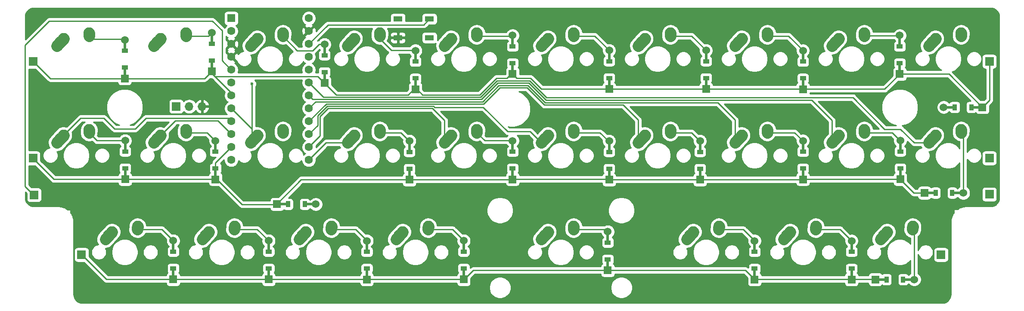
<source format=gbl>
G04 #@! TF.GenerationSoftware,KiCad,Pcbnew,(6.0.0-rc1-dev-1668-g04a478f85)*
G04 #@! TF.CreationDate,2019-04-27T00:24:27-07:00
G04 #@! TF.ProjectId,alpha_pro_micro,616c7068-615f-4707-926f-5f6d6963726f,rev?*
G04 #@! TF.SameCoordinates,Original*
G04 #@! TF.FileFunction,Copper,L2,Bot*
G04 #@! TF.FilePolarity,Positive*
%FSLAX46Y46*%
G04 Gerber Fmt 4.6, Leading zero omitted, Abs format (unit mm)*
G04 Created by KiCad (PCBNEW (6.0.0-rc1-dev-1668-g04a478f85)) date 2019-04-27 00:24:27*
%MOMM*%
%LPD*%
G04 APERTURE LIST*
%ADD10R,1.700000X1.700000*%
%ADD11R,0.500000X1.524000*%
%ADD12C,1.524000*%
%ADD13R,1.524000X1.524000*%
%ADD14R,1.200000X0.900000*%
%ADD15R,1.524000X0.500000*%
%ADD16R,0.900000X1.200000*%
%ADD17C,2.250000*%
%ADD18C,2.250000*%
%ADD19R,1.800000X1.100000*%
%ADD20O,1.700000X1.700000*%
%ADD21R,1.600000X1.600000*%
%ADD22C,1.600000*%
%ADD23C,0.600000*%
%ADD24C,0.250000*%
%ADD25C,0.254000*%
G04 APERTURE END LIST*
D10*
X67907297Y-136354344D03*
X255750000Y-136227344D03*
X246225000Y-148133594D03*
X77241797Y-148133594D03*
X255750000Y-129083594D03*
X67716797Y-129083594D03*
X255750000Y-110033594D03*
X67716797Y-110033594D03*
D11*
X85725397Y-112135444D03*
X85725397Y-107055444D03*
D12*
X85725397Y-105785444D03*
D13*
X85725397Y-113405444D03*
D14*
X85725397Y-107945444D03*
X85725397Y-111245444D03*
D11*
X102870397Y-110738444D03*
X102870397Y-105658444D03*
D12*
X102870397Y-104388444D03*
D13*
X102870397Y-112008444D03*
D14*
X102870397Y-106548444D03*
X102870397Y-109848444D03*
D11*
X125006497Y-113024444D03*
X125006497Y-107944444D03*
D12*
X125006497Y-106674444D03*
D13*
X125006497Y-114294444D03*
D14*
X125006497Y-108834444D03*
X125006497Y-112134444D03*
D15*
X116941997Y-138183144D03*
X122021997Y-138183144D03*
D12*
X123291997Y-138183144D03*
D13*
X115671997Y-138183144D03*
D16*
X121131997Y-138183144D03*
X117831997Y-138183144D03*
D11*
X141706997Y-132074444D03*
X141706997Y-126994444D03*
D12*
X141706997Y-125724444D03*
D13*
X141706997Y-133344444D03*
D14*
X141706997Y-127884444D03*
X141706997Y-131184444D03*
D11*
X142888097Y-114256344D03*
X142888097Y-109176344D03*
D12*
X142888097Y-107906344D03*
D13*
X142888097Y-115526344D03*
D14*
X142888097Y-110066344D03*
X142888097Y-113366344D03*
D11*
X161988897Y-111259144D03*
X161988897Y-106179144D03*
D12*
X161988897Y-104909144D03*
D13*
X161988897Y-112529144D03*
D14*
X161988897Y-107069144D03*
X161988897Y-110369144D03*
D11*
X161988897Y-132010944D03*
X161988897Y-126930944D03*
D12*
X161988897Y-125660944D03*
D13*
X161988897Y-133280944D03*
D14*
X161988897Y-127820944D03*
X161988897Y-131120944D03*
D11*
X180975397Y-132074444D03*
X180975397Y-126994444D03*
D12*
X180975397Y-125724444D03*
D13*
X180975397Y-133344444D03*
D14*
X180975397Y-127884444D03*
X180975397Y-131184444D03*
D11*
X180975397Y-114205544D03*
X180975397Y-109125544D03*
D12*
X180975397Y-107855544D03*
D13*
X180975397Y-115475544D03*
D14*
X180975397Y-110015544D03*
X180975397Y-113315544D03*
D11*
X200025397Y-114205544D03*
X200025397Y-109125544D03*
D12*
X200025397Y-107855544D03*
D13*
X200025397Y-115475544D03*
D14*
X200025397Y-110015544D03*
X200025397Y-113315544D03*
D11*
X198844297Y-132074444D03*
X198844297Y-126994444D03*
D12*
X198844297Y-125724444D03*
D13*
X198844297Y-133344444D03*
D14*
X198844297Y-127884444D03*
X198844297Y-131184444D03*
D11*
X219075397Y-132010944D03*
X219075397Y-126930944D03*
D12*
X219075397Y-125660944D03*
D13*
X219075397Y-133280944D03*
D14*
X219075397Y-127820944D03*
X219075397Y-131120944D03*
D11*
X219075397Y-114256344D03*
X219075397Y-109176344D03*
D12*
X219075397Y-107906344D03*
D13*
X219075397Y-115526344D03*
D14*
X219075397Y-110066344D03*
X219075397Y-113366344D03*
D11*
X85814297Y-131985544D03*
X85814297Y-126905544D03*
D12*
X85814297Y-125635544D03*
D13*
X85814297Y-133255544D03*
D14*
X85814297Y-127795544D03*
X85814297Y-131095544D03*
D11*
X103584375Y-132010944D03*
X103584375Y-126930944D03*
D12*
X103584375Y-125660944D03*
D13*
X103584375Y-133280944D03*
D14*
X103584375Y-127820944D03*
X103584375Y-131120944D03*
D11*
X95263097Y-151721344D03*
X95263097Y-146641344D03*
D12*
X95263097Y-145371344D03*
D13*
X95263097Y-152991344D03*
D14*
X95263097Y-147531344D03*
X95263097Y-150831344D03*
D11*
X114033697Y-151721344D03*
X114033697Y-146641344D03*
D12*
X114033697Y-145371344D03*
D13*
X114033697Y-152991344D03*
D14*
X114033697Y-147531344D03*
X114033697Y-150831344D03*
D11*
X133337697Y-151746744D03*
X133337697Y-146666744D03*
D12*
X133337697Y-145396744D03*
D13*
X133337697Y-153016744D03*
D14*
X133337697Y-147556744D03*
X133337697Y-150856744D03*
D11*
X152387697Y-151721344D03*
X152387697Y-146641344D03*
D12*
X152387697Y-145371344D03*
D13*
X152387697Y-152991344D03*
D14*
X152387697Y-147531344D03*
X152387697Y-150831344D03*
D11*
X180708697Y-149943344D03*
X180708697Y-144863344D03*
D12*
X180708697Y-143593344D03*
D13*
X180708697Y-151213344D03*
D14*
X180708697Y-145753344D03*
X180708697Y-149053344D03*
D11*
X209563097Y-151746744D03*
X209563097Y-146666744D03*
D12*
X209563097Y-145396744D03*
D13*
X209563097Y-153016744D03*
D14*
X209563097Y-147556744D03*
X209563097Y-150856744D03*
D11*
X228638497Y-151746744D03*
X228638497Y-146666744D03*
D12*
X228638497Y-145396744D03*
D13*
X228638497Y-153016744D03*
D14*
X228638497Y-147556744D03*
X228638497Y-150856744D03*
D15*
X234607497Y-153016744D03*
X239687497Y-153016744D03*
D12*
X240957497Y-153016744D03*
D13*
X233337497Y-153016744D03*
D16*
X238797497Y-153016744D03*
X235497497Y-153016744D03*
D11*
X238214297Y-131985544D03*
X238214297Y-126905544D03*
D12*
X238214297Y-125635544D03*
D13*
X238214297Y-133255544D03*
D14*
X238214297Y-127795544D03*
X238214297Y-131095544D03*
D15*
X244258497Y-135947944D03*
X249338497Y-135947944D03*
D12*
X250608497Y-135947944D03*
D13*
X242988497Y-135947944D03*
D16*
X248448497Y-135947944D03*
X245148497Y-135947944D03*
D15*
X253098697Y-119062602D03*
X248018697Y-119062602D03*
D12*
X246748697Y-119062602D03*
D13*
X254368697Y-119062602D03*
D16*
X248908697Y-119062602D03*
X252208697Y-119062602D03*
D11*
X238112697Y-111259144D03*
X238112697Y-106179144D03*
D12*
X238112697Y-104909144D03*
D13*
X238112697Y-112529144D03*
D14*
X238112697Y-107069144D03*
X238112697Y-110369144D03*
D17*
X73700000Y-105537500D03*
X73045001Y-106267500D03*
D18*
X72390000Y-106997500D02*
X73700002Y-105537500D01*
D17*
X78740000Y-104457500D03*
X78720000Y-104747500D03*
D18*
X78700000Y-105037500D02*
X78740000Y-104457500D01*
D17*
X111800000Y-105537500D03*
X111145001Y-106267500D03*
D18*
X110490000Y-106997500D02*
X111800002Y-105537500D01*
D17*
X116840000Y-104457500D03*
X116820000Y-104747500D03*
D18*
X116800000Y-105037500D02*
X116840000Y-104457500D01*
D17*
X92750000Y-105537500D03*
X92095001Y-106267500D03*
D18*
X91440000Y-106997500D02*
X92750002Y-105537500D01*
D17*
X97790000Y-104457500D03*
X97770000Y-104747500D03*
D18*
X97750000Y-105037500D02*
X97790000Y-104457500D01*
D17*
X235625000Y-143637500D03*
X234970001Y-144367500D03*
D18*
X234315000Y-145097500D02*
X235625002Y-143637500D01*
D17*
X240665000Y-142557500D03*
X240645000Y-142847500D03*
D18*
X240625000Y-143137500D02*
X240665000Y-142557500D01*
D17*
X216575000Y-143637500D03*
X215920001Y-144367500D03*
D18*
X215265000Y-145097500D02*
X216575002Y-143637500D01*
D17*
X221615000Y-142557500D03*
X221595000Y-142847500D03*
D18*
X221575000Y-143137500D02*
X221615000Y-142557500D01*
D17*
X197525000Y-143637500D03*
X196870001Y-144367500D03*
D18*
X196215000Y-145097500D02*
X197525002Y-143637500D01*
D17*
X202565000Y-142557500D03*
X202545000Y-142847500D03*
D18*
X202525000Y-143137500D02*
X202565000Y-142557500D01*
D17*
X140375000Y-143637500D03*
X139720001Y-144367500D03*
D18*
X139065000Y-145097500D02*
X140375002Y-143637500D01*
D17*
X145415000Y-142557500D03*
X145395000Y-142847500D03*
D18*
X145375000Y-143137500D02*
X145415000Y-142557500D01*
D17*
X121325000Y-143637500D03*
X120670001Y-144367500D03*
D18*
X120015000Y-145097500D02*
X121325002Y-143637500D01*
D17*
X126365000Y-142557500D03*
X126345000Y-142847500D03*
D18*
X126325000Y-143137500D02*
X126365000Y-142557500D01*
D17*
X102275000Y-143637500D03*
X101620001Y-144367500D03*
D18*
X100965000Y-145097500D02*
X102275002Y-143637500D01*
D17*
X107315000Y-142557500D03*
X107295000Y-142847500D03*
D18*
X107275000Y-143137500D02*
X107315000Y-142557500D01*
D17*
X83225000Y-143637500D03*
X82570001Y-144367500D03*
D18*
X81915000Y-145097500D02*
X83225002Y-143637500D01*
D17*
X88265000Y-142557500D03*
X88245000Y-142847500D03*
D18*
X88225000Y-143137500D02*
X88265000Y-142557500D01*
D17*
X245150000Y-124587500D03*
X244495001Y-125317500D03*
D18*
X243840000Y-126047500D02*
X245150002Y-124587500D01*
D17*
X250190000Y-123507500D03*
X250170000Y-123797500D03*
D18*
X250150000Y-124087500D02*
X250190000Y-123507500D01*
D17*
X226100000Y-124587500D03*
X225445001Y-125317500D03*
D18*
X224790000Y-126047500D02*
X226100002Y-124587500D01*
D17*
X231140000Y-123507500D03*
X231120000Y-123797500D03*
D18*
X231100000Y-124087500D02*
X231140000Y-123507500D01*
D17*
X207050000Y-124587500D03*
X206395001Y-125317500D03*
D18*
X205740000Y-126047500D02*
X207050002Y-124587500D01*
D17*
X212090000Y-123507500D03*
X212070000Y-123797500D03*
D18*
X212050000Y-124087500D02*
X212090000Y-123507500D01*
D17*
X188000000Y-124587500D03*
X187345001Y-125317500D03*
D18*
X186690000Y-126047500D02*
X188000002Y-124587500D01*
D17*
X193040000Y-123507500D03*
X193020000Y-123797500D03*
D18*
X193000000Y-124087500D02*
X193040000Y-123507500D01*
D17*
X168950000Y-124587500D03*
X168295001Y-125317500D03*
D18*
X167640000Y-126047500D02*
X168950002Y-124587500D01*
D17*
X173990000Y-123507500D03*
X173970000Y-123797500D03*
D18*
X173950000Y-124087500D02*
X173990000Y-123507500D01*
D17*
X149900000Y-124587500D03*
X149245001Y-125317500D03*
D18*
X148590000Y-126047500D02*
X149900002Y-124587500D01*
D17*
X154940000Y-123507500D03*
X154920000Y-123797500D03*
D18*
X154900000Y-124087500D02*
X154940000Y-123507500D01*
D17*
X130850000Y-124587500D03*
X130195001Y-125317500D03*
D18*
X129540000Y-126047500D02*
X130850002Y-124587500D01*
D17*
X135890000Y-123507500D03*
X135870000Y-123797500D03*
D18*
X135850000Y-124087500D02*
X135890000Y-123507500D01*
D17*
X111800000Y-124587500D03*
X111145001Y-125317500D03*
D18*
X110490000Y-126047500D02*
X111800002Y-124587500D01*
D17*
X116840000Y-123507500D03*
X116820000Y-123797500D03*
D18*
X116800000Y-124087500D02*
X116840000Y-123507500D01*
D17*
X92750000Y-124587500D03*
X92095001Y-125317500D03*
D18*
X91440000Y-126047500D02*
X92750002Y-124587500D01*
D17*
X97790000Y-123507500D03*
X97770000Y-123797500D03*
D18*
X97750000Y-124087500D02*
X97790000Y-123507500D01*
D17*
X73700000Y-124587500D03*
X73045001Y-125317500D03*
D18*
X72390000Y-126047500D02*
X73700002Y-124587500D01*
D17*
X78740000Y-123507500D03*
X78720000Y-123797500D03*
D18*
X78700000Y-124087500D02*
X78740000Y-123507500D01*
D17*
X245150000Y-105537500D03*
X244495001Y-106267500D03*
D18*
X243840000Y-106997500D02*
X245150002Y-105537500D01*
D17*
X250190000Y-104457500D03*
X250170000Y-104747500D03*
D18*
X250150000Y-105037500D02*
X250190000Y-104457500D01*
D17*
X226100000Y-105537500D03*
X225445001Y-106267500D03*
D18*
X224790000Y-106997500D02*
X226100002Y-105537500D01*
D17*
X231140000Y-104457500D03*
X231120000Y-104747500D03*
D18*
X231100000Y-105037500D02*
X231140000Y-104457500D01*
D17*
X207050000Y-105537500D03*
X206395001Y-106267500D03*
D18*
X205740000Y-106997500D02*
X207050002Y-105537500D01*
D17*
X212090000Y-104457500D03*
X212070000Y-104747500D03*
D18*
X212050000Y-105037500D02*
X212090000Y-104457500D01*
D17*
X188000000Y-105537500D03*
X187345001Y-106267500D03*
D18*
X186690000Y-106997500D02*
X188000002Y-105537500D01*
D17*
X193040000Y-104457500D03*
X193020000Y-104747500D03*
D18*
X193000000Y-105037500D02*
X193040000Y-104457500D01*
D17*
X168950000Y-105537500D03*
X168295001Y-106267500D03*
D18*
X167640000Y-106997500D02*
X168950002Y-105537500D01*
D17*
X173990000Y-104457500D03*
X173970000Y-104747500D03*
D18*
X173950000Y-105037500D02*
X173990000Y-104457500D01*
D17*
X149900000Y-105537500D03*
X149245001Y-106267500D03*
D18*
X148590000Y-106997500D02*
X149900002Y-105537500D01*
D17*
X154940000Y-104457500D03*
X154920000Y-104747500D03*
D18*
X154900000Y-105037500D02*
X154940000Y-104457500D01*
D17*
X130850000Y-105537500D03*
X130195001Y-106267500D03*
D18*
X129540000Y-106997500D02*
X130850002Y-105537500D01*
D17*
X135890000Y-104457500D03*
X135870000Y-104747500D03*
D18*
X135850000Y-105037500D02*
X135890000Y-104457500D01*
D17*
X168950000Y-143637500D03*
X168295001Y-144367500D03*
D18*
X167640000Y-145097500D02*
X168950002Y-143637500D01*
D17*
X173990000Y-142557500D03*
X173970000Y-142847500D03*
D18*
X173950000Y-143137500D02*
X173990000Y-142557500D01*
D19*
X139457897Y-101662144D03*
X145657897Y-105362144D03*
X139457897Y-105362144D03*
X145657897Y-101662144D03*
D10*
X95845313Y-118913672D03*
D20*
X98385313Y-118913672D03*
X100925313Y-118913672D03*
D21*
X106680000Y-101520625D03*
D22*
X106680000Y-104060625D03*
X106680000Y-106600625D03*
X106680000Y-109140625D03*
X106680000Y-111680625D03*
X106680000Y-114220625D03*
X106680000Y-116760625D03*
X106680000Y-119300625D03*
X106680000Y-121840625D03*
X106680000Y-124380625D03*
X106680000Y-126920625D03*
X106680000Y-129460625D03*
X121920000Y-129460625D03*
X121920000Y-126920625D03*
X121920000Y-124380625D03*
X121920000Y-121840625D03*
X121920000Y-119300625D03*
X121920000Y-116760625D03*
X121920000Y-114220625D03*
X121920000Y-111680625D03*
X121920000Y-109140625D03*
X121920000Y-106600625D03*
X121920000Y-104060625D03*
X121920000Y-101520625D03*
D23*
X110731697Y-114452400D03*
D24*
X219075000Y-115490625D02*
X235148438Y-115490625D01*
X235148438Y-115490625D02*
X238125000Y-112514063D01*
X219075000Y-115490625D02*
X200025000Y-115490625D01*
X200025000Y-115490625D02*
X180975000Y-115490625D01*
X180975000Y-115490625D02*
X167654926Y-115490625D01*
X165534104Y-113369803D02*
X167654926Y-115490625D01*
X165534104Y-113369803D02*
X162780740Y-113369803D01*
X162780740Y-113369803D02*
X161925000Y-112514063D01*
X101426270Y-113407128D02*
X102877441Y-111955957D01*
X85725073Y-113407128D02*
X101426270Y-113407128D01*
X84713397Y-113405444D02*
X85725397Y-113405444D01*
X71120397Y-113405444D02*
X84713397Y-113405444D01*
X67748547Y-110033594D02*
X71120397Y-113405444D01*
X67716797Y-110033594D02*
X67748547Y-110033594D01*
X142577344Y-115490625D02*
X141461133Y-116606836D01*
X127322461Y-116606836D02*
X123676172Y-112960547D01*
X123676172Y-112960547D02*
X103441500Y-112960547D01*
X141461133Y-116606836D02*
X127322461Y-116606836D01*
X143172656Y-115490625D02*
X142577344Y-115490625D01*
X160883437Y-113332617D02*
X158799609Y-113332617D01*
X155525391Y-116606835D02*
X144288866Y-116606835D01*
X144288866Y-116606835D02*
X143172656Y-115490625D01*
X158799609Y-113332617D02*
X155525391Y-116606835D01*
X161701895Y-112514159D02*
X160883437Y-113332617D01*
X255750000Y-117681299D02*
X254368697Y-119062602D01*
X255750000Y-110033594D02*
X255750000Y-117681299D01*
X254323555Y-119062602D02*
X254368697Y-119062602D01*
X247790097Y-112529144D02*
X254323555Y-119062602D01*
X238112697Y-112529144D02*
X247790097Y-112529144D01*
X103467297Y-112986344D02*
X106680000Y-116199047D01*
X102877441Y-112396488D02*
X103467297Y-112986344D01*
X78700000Y-105037500D02*
X78843750Y-105037500D01*
X79282844Y-105620344D02*
X85632703Y-105620344D01*
X97750000Y-105037500D02*
X102175898Y-105037500D01*
X102175898Y-105037500D02*
X102877441Y-104335957D01*
X97750000Y-105037500D02*
X97893750Y-105037500D01*
X116800000Y-105037500D02*
X116800000Y-105042578D01*
X125015625Y-106680000D02*
X125015625Y-106672559D01*
X116800000Y-105037500D02*
X116803653Y-105037500D01*
X116803653Y-105037500D02*
X119659797Y-107893644D01*
X123928867Y-106674444D02*
X125006497Y-106674444D01*
X122709667Y-107893644D02*
X123928867Y-106674444D01*
X119659797Y-107893644D02*
X122709667Y-107893644D01*
X135850000Y-105037500D02*
X135993750Y-105037500D01*
X135850000Y-105037500D02*
X135850000Y-105516447D01*
X138204178Y-107870625D02*
X142875000Y-107870625D01*
X135850000Y-105516447D02*
X138204178Y-107870625D01*
X154900000Y-105037500D02*
X161781796Y-105037500D01*
X173950000Y-105037500D02*
X178141875Y-105037500D01*
X178141875Y-105037500D02*
X180975000Y-107870625D01*
X173950000Y-105037500D02*
X174093750Y-105037500D01*
X193000000Y-105037500D02*
X197191875Y-105037500D01*
X197191875Y-105037500D02*
X200025000Y-107870625D01*
X193000000Y-105037500D02*
X193143750Y-105037500D01*
X212050000Y-105037500D02*
X216241875Y-105037500D01*
X216241875Y-105037500D02*
X219075000Y-107870625D01*
X212050000Y-105037500D02*
X212193750Y-105037500D01*
X231100000Y-105037500D02*
X231839062Y-105037500D01*
X231839062Y-105037500D02*
X231770037Y-104968475D01*
X231770037Y-104968475D02*
X237976172Y-104968475D01*
X231100000Y-105037500D02*
X231243750Y-105037500D01*
X219000887Y-133350000D02*
X198834375Y-133350000D01*
X219000887Y-133350000D02*
X219075187Y-133275700D01*
X85799487Y-133275700D02*
X103510075Y-133275700D01*
X115081446Y-138224239D02*
X108756245Y-138224239D01*
X108756245Y-138224239D02*
X103882006Y-133350000D01*
X161999414Y-133275586D02*
X180751759Y-133275586D01*
X180751759Y-133275586D02*
X180826173Y-133350000D01*
X141684375Y-133350000D02*
X161925000Y-133350000D01*
X161925000Y-133350000D02*
X161999414Y-133275586D01*
X103584375Y-133350000D02*
X103584375Y-130016250D01*
X180826173Y-133350000D02*
X198834375Y-133350000D01*
X106680000Y-126920625D02*
X106679914Y-126920625D01*
X103584375Y-130016250D02*
X106680000Y-126920625D01*
X238199530Y-133275700D02*
X240884474Y-135960644D01*
X219075187Y-133275700D02*
X238199530Y-133275700D01*
X240884474Y-135960644D02*
X243014897Y-135960644D01*
X120416241Y-133350000D02*
X141684375Y-133350000D01*
X115653623Y-138112618D02*
X120416241Y-133350000D01*
X71793497Y-133255544D02*
X67716797Y-129178844D01*
X85814297Y-133255544D02*
X71793497Y-133255544D01*
X78700000Y-124087500D02*
X78700000Y-124092617D01*
X78700000Y-124092617D02*
X80263083Y-125655700D01*
X80263083Y-125655700D02*
X85799487Y-125655700D01*
X78700000Y-124087500D02*
X78843750Y-124087500D01*
X97750000Y-124087500D02*
X101941875Y-124087500D01*
X101941875Y-124087500D02*
X103584375Y-125730000D01*
X97750000Y-124087500D02*
X97893750Y-124087500D01*
X135850000Y-124087500D02*
X140041875Y-124087500D01*
X140041875Y-124087500D02*
X141684375Y-125730000D01*
X135850000Y-124087500D02*
X135993750Y-124087500D01*
X154941753Y-124087500D02*
X156509839Y-125655586D01*
X156509839Y-125655586D02*
X161999414Y-125655586D01*
X173950000Y-124087500D02*
X179183673Y-124087500D01*
X179183673Y-124087500D02*
X180826173Y-125730000D01*
X173950000Y-124087500D02*
X174093750Y-124087500D01*
X193000000Y-124087500D02*
X197191875Y-124087500D01*
X197191875Y-124087500D02*
X198834375Y-125730000D01*
X193000000Y-124087500D02*
X193143750Y-124087500D01*
X212050000Y-124087500D02*
X217432501Y-124087500D01*
X217432501Y-124087500D02*
X219075001Y-125730000D01*
X212050000Y-124087500D02*
X212193750Y-124087500D01*
X231100000Y-124087500D02*
X236676073Y-124087500D01*
X236676073Y-124087500D02*
X238184580Y-125596007D01*
X231100000Y-124087500D02*
X231243750Y-124087500D01*
X250634897Y-124572397D02*
X250634897Y-135960644D01*
X250150000Y-124087500D02*
X250634897Y-124572397D01*
X129480469Y-152995312D02*
X133350000Y-152995312D01*
X95250000Y-152995313D02*
X114002344Y-152995313D01*
X152400000Y-152995313D02*
X133350000Y-152995313D01*
X209550000Y-152995313D02*
X228600000Y-152995313D01*
X114002344Y-152995313D02*
X129480468Y-152995313D01*
X129480468Y-152995313D02*
X129480469Y-152995312D01*
X228600000Y-152995313D02*
X233341069Y-152995313D01*
X207764062Y-151209375D02*
X209549999Y-152995312D01*
X180677344Y-151209375D02*
X207764062Y-151209375D01*
X154254597Y-151213344D02*
X180673375Y-151213344D01*
X152472628Y-152995313D02*
X154254597Y-151213344D01*
X77273547Y-148133594D02*
X77241797Y-148133594D01*
X82131297Y-152991344D02*
X77273547Y-148133594D01*
X95263097Y-152991344D02*
X82131297Y-152991344D01*
X88225000Y-143137500D02*
X93012187Y-143137500D01*
X93012187Y-143137500D02*
X95250000Y-145375313D01*
X88225000Y-143137500D02*
X88368750Y-143137500D01*
X107275000Y-143137500D02*
X111764531Y-143137500D01*
X111764531Y-143137500D02*
X114002344Y-145375313D01*
X107275000Y-143137500D02*
X107418750Y-143137500D01*
X126325000Y-143137500D02*
X131112187Y-143137500D01*
X131112187Y-143137500D02*
X133350000Y-145375313D01*
X145375000Y-143137500D02*
X150162187Y-143137500D01*
X150162187Y-143137500D02*
X152400000Y-145375313D01*
X145375000Y-143137500D02*
X145518750Y-143137500D01*
X173950000Y-143137500D02*
X180151055Y-143137500D01*
X180151055Y-143137500D02*
X180379688Y-143366133D01*
X173950000Y-143137500D02*
X174093750Y-143137500D01*
X202525000Y-143137500D02*
X207312187Y-143137500D01*
X207312187Y-143137500D02*
X209550000Y-145375313D01*
X202525000Y-143137500D02*
X202668750Y-143137500D01*
X221575000Y-143137500D02*
X226362187Y-143137500D01*
X226362187Y-143137500D02*
X228600000Y-145375313D01*
X221575000Y-143137500D02*
X221718750Y-143137500D01*
X240982500Y-143495000D02*
X240982500Y-153016744D01*
X106059883Y-121220508D02*
X106680000Y-121840625D01*
X87808595Y-123304100D02*
X89892187Y-121220508D01*
X83715819Y-123304100D02*
X87808595Y-123304100D01*
X89892187Y-121220508D02*
X106059883Y-121220508D01*
X73777890Y-124509610D02*
X77066992Y-121220508D01*
X77066992Y-121220508D02*
X81632227Y-121220508D01*
X81632227Y-121220508D02*
X83715819Y-123304100D01*
X91440000Y-125997890D02*
X95696484Y-121741406D01*
X95696484Y-121741406D02*
X104040781Y-121741406D01*
X104040781Y-121741406D02*
X106680000Y-124380625D01*
X106680000Y-119300625D02*
X110731697Y-123352322D01*
X110731697Y-114452400D02*
X110731697Y-123578144D01*
X110731697Y-123578144D02*
X110731697Y-125805803D01*
X129540000Y-126047500D02*
X125333125Y-126047500D01*
X125333125Y-126047500D02*
X121920000Y-129460625D01*
X124122656Y-120910789D02*
X124122656Y-124717969D01*
X146244789Y-119306899D02*
X125726546Y-119306899D01*
X148590000Y-121652110D02*
X146244789Y-119306899D01*
X125726546Y-119306899D02*
X124122656Y-120910789D01*
X148590000Y-126047500D02*
X148590000Y-121652110D01*
X124122656Y-124717969D02*
X121920000Y-126920625D01*
X121920000Y-124380625D02*
X123672645Y-122627980D01*
X125540147Y-118856888D02*
X146431189Y-118856888D01*
X156235688Y-119069535D02*
X161028360Y-123862207D01*
X123672645Y-122627980D02*
X123672645Y-120724390D01*
X165454707Y-123862207D02*
X167640000Y-126047500D01*
X146643836Y-119069535D02*
X156235688Y-119069535D01*
X123672645Y-120724390D02*
X125540147Y-118856888D01*
X146431189Y-118856888D02*
X146643836Y-119069535D01*
X161028360Y-123862207D02*
X165454707Y-123862207D01*
X184286426Y-119174122D02*
X186690000Y-121577696D01*
X164815701Y-115203548D02*
X168231687Y-118619534D01*
X156270992Y-118406877D02*
X159474321Y-115203548D01*
X183728321Y-118619534D02*
X184282909Y-119174122D01*
X186690000Y-121577696D02*
X186690000Y-126047500D01*
X184282909Y-119174122D02*
X184286426Y-119174122D01*
X168231687Y-118619534D02*
X183728321Y-118619534D01*
X125353748Y-118406877D02*
X156270992Y-118406877D01*
X121920000Y-121840625D02*
X125353748Y-118406877D01*
X159474321Y-115203548D02*
X164815701Y-115203548D01*
X165188501Y-114303526D02*
X168533606Y-117648633D01*
X121948178Y-116760625D02*
X122694408Y-117506855D01*
X159101521Y-114303526D02*
X165188501Y-114303526D01*
X224790000Y-121652110D02*
X224790000Y-126047500D01*
X220786523Y-117648633D02*
X224790000Y-121652110D01*
X122694408Y-117506855D02*
X155898192Y-117506855D01*
X155898192Y-117506855D02*
X159101521Y-114303526D01*
X168533606Y-117648633D02*
X220786523Y-117648633D01*
X228897658Y-117127734D02*
X168655638Y-117127734D01*
X124756219Y-117056844D02*
X122719999Y-115020624D01*
X122719999Y-115020624D02*
X121920000Y-114220625D01*
X158915120Y-113853516D02*
X155711792Y-117056844D01*
X155711792Y-117056844D02*
X124756219Y-117056844D01*
X240942812Y-126047500D02*
X238273826Y-123378514D01*
X243840000Y-126047500D02*
X240942812Y-126047500D01*
X238273826Y-123378514D02*
X235148438Y-123378514D01*
X165381420Y-113853516D02*
X158915120Y-113853516D01*
X235148438Y-123378514D02*
X228897658Y-117127734D01*
X168655638Y-117127734D02*
X165381420Y-113853516D01*
X202328318Y-118169531D02*
X202856252Y-118697465D01*
X165002101Y-114753537D02*
X168418095Y-118169531D01*
X123263759Y-117956866D02*
X156084592Y-117956866D01*
X202859770Y-118697465D02*
X205740000Y-121577695D01*
X205740000Y-121577695D02*
X205740000Y-126047500D01*
X156084592Y-117956866D02*
X159287921Y-114753537D01*
X202856252Y-118697465D02*
X202859770Y-118697465D01*
X159287921Y-114753537D02*
X165002101Y-114753537D01*
X121920000Y-119300625D02*
X123263759Y-117956866D01*
X168418095Y-118169531D02*
X202328318Y-118169531D01*
X125719681Y-102800944D02*
X121920000Y-106600625D01*
X144519097Y-102800944D02*
X125719681Y-102800944D01*
X145657897Y-101662144D02*
X144519097Y-102800944D01*
X104864297Y-109864922D02*
X106358671Y-111359296D01*
X102991047Y-102096094D02*
X104864297Y-103969344D01*
X70891797Y-102096094D02*
X102991047Y-102096094D01*
X66129297Y-106858594D02*
X70891797Y-102096094D01*
X104864297Y-103969344D02*
X104864297Y-109864922D01*
X66129297Y-134677944D02*
X66129297Y-106858594D01*
X106358671Y-111359296D02*
X106680000Y-111680625D01*
X67678697Y-136227344D02*
X66129297Y-134677944D01*
X67704097Y-136227344D02*
X67678697Y-136227344D01*
D25*
G36*
X256308326Y-99567043D02*
G01*
X256619944Y-99661127D01*
X256907345Y-99813940D01*
X257159593Y-100019668D01*
X257367081Y-100270478D01*
X257521900Y-100556810D01*
X257618154Y-100867754D01*
X257655626Y-101224276D01*
X257655625Y-136887154D01*
X257620457Y-137245826D01*
X257526374Y-137557443D01*
X257395483Y-137803613D01*
X257014747Y-138223736D01*
X256917022Y-138304581D01*
X256630691Y-138459400D01*
X256319742Y-138555655D01*
X255963234Y-138593125D01*
X251186998Y-138593125D01*
X251155693Y-138596208D01*
X251140903Y-138596105D01*
X251131037Y-138597072D01*
X250668843Y-138645650D01*
X250605799Y-138658591D01*
X250542595Y-138670648D01*
X250533105Y-138673513D01*
X250089151Y-138810940D01*
X250029850Y-138835868D01*
X249970164Y-138859983D01*
X249961411Y-138864637D01*
X249552604Y-139085678D01*
X249499253Y-139121664D01*
X249445408Y-139156899D01*
X249437726Y-139163165D01*
X249421916Y-139176244D01*
X248840837Y-139176244D01*
X248816061Y-139178684D01*
X248792236Y-139185911D01*
X248770280Y-139197647D01*
X248751034Y-139213441D01*
X248735240Y-139232687D01*
X248723504Y-139254643D01*
X248716277Y-139278468D01*
X248713837Y-139303244D01*
X248713837Y-139886522D01*
X248688271Y-139917869D01*
X248652674Y-139971447D01*
X248616302Y-140024567D01*
X248611588Y-140033287D01*
X248393407Y-140443627D01*
X248368890Y-140503109D01*
X248343534Y-140562269D01*
X248340603Y-140571739D01*
X248206279Y-141016642D01*
X248193779Y-141079772D01*
X248180401Y-141142711D01*
X248179365Y-141152570D01*
X248134064Y-141614585D01*
X248130625Y-141649499D01*
X248130626Y-155937144D01*
X248095457Y-156295826D01*
X248001374Y-156607443D01*
X247848559Y-156894847D01*
X247642828Y-157147097D01*
X247392022Y-157354581D01*
X247105691Y-157509400D01*
X246794742Y-157605655D01*
X246438234Y-157643125D01*
X77425346Y-157643125D01*
X77066674Y-157607957D01*
X76755057Y-157513874D01*
X76467653Y-157361059D01*
X76215403Y-157155328D01*
X76007919Y-156904522D01*
X75853100Y-156618191D01*
X75756845Y-156307242D01*
X75719375Y-155950734D01*
X75719375Y-147283594D01*
X75753725Y-147283594D01*
X75753725Y-148983594D01*
X75765985Y-149108076D01*
X75802295Y-149227774D01*
X75861260Y-149338088D01*
X75940612Y-149434779D01*
X76037303Y-149514131D01*
X76147617Y-149573096D01*
X76267315Y-149609406D01*
X76391797Y-149621666D01*
X77686818Y-149621666D01*
X81567498Y-153502347D01*
X81591296Y-153531345D01*
X81620294Y-153555143D01*
X81707020Y-153626318D01*
X81754540Y-153651718D01*
X81839050Y-153696890D01*
X81982311Y-153740347D01*
X82093964Y-153751344D01*
X82093974Y-153751344D01*
X82131297Y-153755020D01*
X82168620Y-153751344D01*
X93863025Y-153751344D01*
X93863025Y-153753344D01*
X93875285Y-153877826D01*
X93911595Y-153997524D01*
X93970560Y-154107838D01*
X94049912Y-154204529D01*
X94146603Y-154283881D01*
X94256917Y-154342846D01*
X94376615Y-154379156D01*
X94501097Y-154391416D01*
X96025097Y-154391416D01*
X96149579Y-154379156D01*
X96269277Y-154342846D01*
X96379591Y-154283881D01*
X96476282Y-154204529D01*
X96555634Y-154107838D01*
X96614599Y-153997524D01*
X96650909Y-153877826D01*
X96662975Y-153755313D01*
X112633819Y-153755313D01*
X112645885Y-153877826D01*
X112682195Y-153997524D01*
X112741160Y-154107838D01*
X112820512Y-154204529D01*
X112917203Y-154283881D01*
X113027517Y-154342846D01*
X113147215Y-154379156D01*
X113271697Y-154391416D01*
X114795697Y-154391416D01*
X114920179Y-154379156D01*
X115039877Y-154342846D01*
X115150191Y-154283881D01*
X115246882Y-154204529D01*
X115326234Y-154107838D01*
X115385199Y-153997524D01*
X115421509Y-153877826D01*
X115433575Y-153755313D01*
X129443146Y-153755313D01*
X129480468Y-153758989D01*
X129517790Y-153755313D01*
X129517801Y-153755313D01*
X129517811Y-153755312D01*
X131937625Y-153755312D01*
X131937625Y-153778744D01*
X131949885Y-153903226D01*
X131986195Y-154022924D01*
X132045160Y-154133238D01*
X132124512Y-154229929D01*
X132221203Y-154309281D01*
X132331517Y-154368246D01*
X132451215Y-154404556D01*
X132575697Y-154416816D01*
X134099697Y-154416816D01*
X134170355Y-154409857D01*
X157353000Y-154409857D01*
X157353000Y-154835143D01*
X157435970Y-155252257D01*
X157598719Y-155645170D01*
X157834996Y-155998782D01*
X158135718Y-156299504D01*
X158489330Y-156535781D01*
X158882243Y-156698530D01*
X159299357Y-156781500D01*
X159724643Y-156781500D01*
X160141757Y-156698530D01*
X160534670Y-156535781D01*
X160888282Y-156299504D01*
X161189004Y-155998782D01*
X161425281Y-155645170D01*
X161588030Y-155252257D01*
X161671000Y-154835143D01*
X161671000Y-154409857D01*
X181229000Y-154409857D01*
X181229000Y-154835143D01*
X181311970Y-155252257D01*
X181474719Y-155645170D01*
X181710996Y-155998782D01*
X182011718Y-156299504D01*
X182365330Y-156535781D01*
X182758243Y-156698530D01*
X183175357Y-156781500D01*
X183600643Y-156781500D01*
X184017757Y-156698530D01*
X184410670Y-156535781D01*
X184764282Y-156299504D01*
X185065004Y-155998782D01*
X185301281Y-155645170D01*
X185464030Y-155252257D01*
X185547000Y-154835143D01*
X185547000Y-154409857D01*
X185464030Y-153992743D01*
X185301281Y-153599830D01*
X185065004Y-153246218D01*
X184764282Y-152945496D01*
X184410670Y-152709219D01*
X184017757Y-152546470D01*
X183600643Y-152463500D01*
X183175357Y-152463500D01*
X182758243Y-152546470D01*
X182365330Y-152709219D01*
X182011718Y-152945496D01*
X181710996Y-153246218D01*
X181474719Y-153599830D01*
X181311970Y-153992743D01*
X181229000Y-154409857D01*
X161671000Y-154409857D01*
X161588030Y-153992743D01*
X161425281Y-153599830D01*
X161189004Y-153246218D01*
X160888282Y-152945496D01*
X160534670Y-152709219D01*
X160141757Y-152546470D01*
X159724643Y-152463500D01*
X159299357Y-152463500D01*
X158882243Y-152546470D01*
X158489330Y-152709219D01*
X158135718Y-152945496D01*
X157834996Y-153246218D01*
X157598719Y-153599830D01*
X157435970Y-153992743D01*
X157353000Y-154409857D01*
X134170355Y-154409857D01*
X134224179Y-154404556D01*
X134343877Y-154368246D01*
X134454191Y-154309281D01*
X134550882Y-154229929D01*
X134630234Y-154133238D01*
X134689199Y-154022924D01*
X134725509Y-153903226D01*
X134737769Y-153778744D01*
X134737769Y-153755313D01*
X150987819Y-153755313D01*
X150999885Y-153877826D01*
X151036195Y-153997524D01*
X151095160Y-154107838D01*
X151174512Y-154204529D01*
X151271203Y-154283881D01*
X151381517Y-154342846D01*
X151501215Y-154379156D01*
X151625697Y-154391416D01*
X153149697Y-154391416D01*
X153274179Y-154379156D01*
X153393877Y-154342846D01*
X153504191Y-154283881D01*
X153600882Y-154204529D01*
X153680234Y-154107838D01*
X153739199Y-153997524D01*
X153775509Y-153877826D01*
X153787769Y-153753344D01*
X153787769Y-152754973D01*
X154569399Y-151973344D01*
X179308625Y-151973344D01*
X179308625Y-151975344D01*
X179320885Y-152099826D01*
X179357195Y-152219524D01*
X179416160Y-152329838D01*
X179495512Y-152426529D01*
X179592203Y-152505881D01*
X179702517Y-152564846D01*
X179822215Y-152601156D01*
X179946697Y-152613416D01*
X181470697Y-152613416D01*
X181595179Y-152601156D01*
X181714877Y-152564846D01*
X181825191Y-152505881D01*
X181921882Y-152426529D01*
X182001234Y-152329838D01*
X182060199Y-152219524D01*
X182096509Y-152099826D01*
X182108769Y-151975344D01*
X182108769Y-151969375D01*
X207449261Y-151969375D01*
X208163025Y-152683140D01*
X208163025Y-153778744D01*
X208175285Y-153903226D01*
X208211595Y-154022924D01*
X208270560Y-154133238D01*
X208349912Y-154229929D01*
X208446603Y-154309281D01*
X208556917Y-154368246D01*
X208676615Y-154404556D01*
X208801097Y-154416816D01*
X210325097Y-154416816D01*
X210449579Y-154404556D01*
X210569277Y-154368246D01*
X210679591Y-154309281D01*
X210776282Y-154229929D01*
X210855634Y-154133238D01*
X210914599Y-154022924D01*
X210950909Y-153903226D01*
X210963169Y-153778744D01*
X210963169Y-153755313D01*
X227238425Y-153755313D01*
X227238425Y-153778744D01*
X227250685Y-153903226D01*
X227286995Y-154022924D01*
X227345960Y-154133238D01*
X227425312Y-154229929D01*
X227522003Y-154309281D01*
X227632317Y-154368246D01*
X227752015Y-154404556D01*
X227876497Y-154416816D01*
X229400497Y-154416816D01*
X229524979Y-154404556D01*
X229644677Y-154368246D01*
X229754991Y-154309281D01*
X229851682Y-154229929D01*
X229931034Y-154133238D01*
X229989999Y-154022924D01*
X230026309Y-153903226D01*
X230038569Y-153778744D01*
X230038569Y-153755313D01*
X231937425Y-153755313D01*
X231937425Y-153778744D01*
X231949685Y-153903226D01*
X231985995Y-154022924D01*
X232044960Y-154133238D01*
X232124312Y-154229929D01*
X232221003Y-154309281D01*
X232331317Y-154368246D01*
X232451015Y-154404556D01*
X232575497Y-154416816D01*
X234099497Y-154416816D01*
X234223979Y-154404556D01*
X234343677Y-154368246D01*
X234453991Y-154309281D01*
X234550682Y-154229929D01*
X234630034Y-154133238D01*
X234644017Y-154107079D01*
X234693003Y-154147281D01*
X234803317Y-154206246D01*
X234923015Y-154242556D01*
X235047497Y-154254816D01*
X235947497Y-154254816D01*
X236071979Y-154242556D01*
X236191677Y-154206246D01*
X236301991Y-154147281D01*
X236398682Y-154067929D01*
X236478034Y-153971238D01*
X236536999Y-153860924D01*
X236573309Y-153741226D01*
X236585569Y-153616744D01*
X236585569Y-152416744D01*
X236573309Y-152292262D01*
X236536999Y-152172564D01*
X236478034Y-152062250D01*
X236398682Y-151965559D01*
X236301991Y-151886207D01*
X236191677Y-151827242D01*
X236071979Y-151790932D01*
X235947497Y-151778672D01*
X235047497Y-151778672D01*
X234923015Y-151790932D01*
X234803317Y-151827242D01*
X234693003Y-151886207D01*
X234644017Y-151926409D01*
X234630034Y-151900250D01*
X234550682Y-151803559D01*
X234453991Y-151724207D01*
X234343677Y-151665242D01*
X234223979Y-151628932D01*
X234099497Y-151616672D01*
X232575497Y-151616672D01*
X232451015Y-151628932D01*
X232331317Y-151665242D01*
X232221003Y-151724207D01*
X232124312Y-151803559D01*
X232044960Y-151900250D01*
X231985995Y-152010564D01*
X231949685Y-152130262D01*
X231939339Y-152235313D01*
X230036655Y-152235313D01*
X230026309Y-152130262D01*
X229989999Y-152010564D01*
X229931034Y-151900250D01*
X229851682Y-151803559D01*
X229754991Y-151724207D01*
X229728832Y-151710224D01*
X229769034Y-151661238D01*
X229827999Y-151550924D01*
X229864309Y-151431226D01*
X229876569Y-151306744D01*
X229876569Y-150406744D01*
X229864309Y-150282262D01*
X229827999Y-150162564D01*
X229769034Y-150052250D01*
X229689682Y-149955559D01*
X229592991Y-149876207D01*
X229482677Y-149817242D01*
X229362979Y-149780932D01*
X229238497Y-149768672D01*
X228038497Y-149768672D01*
X227914015Y-149780932D01*
X227794317Y-149817242D01*
X227684003Y-149876207D01*
X227587312Y-149955559D01*
X227507960Y-150052250D01*
X227448995Y-150162564D01*
X227412685Y-150282262D01*
X227400425Y-150406744D01*
X227400425Y-151306744D01*
X227412685Y-151431226D01*
X227448995Y-151550924D01*
X227507960Y-151661238D01*
X227548162Y-151710224D01*
X227522003Y-151724207D01*
X227425312Y-151803559D01*
X227345960Y-151900250D01*
X227286995Y-152010564D01*
X227250685Y-152130262D01*
X227240339Y-152235313D01*
X210961255Y-152235313D01*
X210950909Y-152130262D01*
X210914599Y-152010564D01*
X210855634Y-151900250D01*
X210776282Y-151803559D01*
X210679591Y-151724207D01*
X210653432Y-151710224D01*
X210693634Y-151661238D01*
X210752599Y-151550924D01*
X210788909Y-151431226D01*
X210801169Y-151306744D01*
X210801169Y-150406744D01*
X210788909Y-150282262D01*
X210752599Y-150162564D01*
X210693634Y-150052250D01*
X210614282Y-149955559D01*
X210517591Y-149876207D01*
X210407277Y-149817242D01*
X210287579Y-149780932D01*
X210163097Y-149768672D01*
X208963097Y-149768672D01*
X208838615Y-149780932D01*
X208718917Y-149817242D01*
X208608603Y-149876207D01*
X208511912Y-149955559D01*
X208432560Y-150052250D01*
X208373595Y-150162564D01*
X208337285Y-150282262D01*
X208325025Y-150406744D01*
X208325025Y-150694916D01*
X208304063Y-150669374D01*
X208188338Y-150574401D01*
X208056309Y-150503829D01*
X207913048Y-150460372D01*
X207801395Y-150449375D01*
X207801384Y-150449375D01*
X207764062Y-150445699D01*
X207726740Y-150449375D01*
X182108575Y-150449375D01*
X182096509Y-150326862D01*
X182060199Y-150207164D01*
X182001234Y-150096850D01*
X181921882Y-150000159D01*
X181825191Y-149920807D01*
X181799032Y-149906824D01*
X181839234Y-149857838D01*
X181898199Y-149747524D01*
X181934509Y-149627826D01*
X181946769Y-149503344D01*
X181946769Y-148603344D01*
X181934509Y-148478862D01*
X181898199Y-148359164D01*
X181839234Y-148248850D01*
X181759882Y-148152159D01*
X181663191Y-148072807D01*
X181552877Y-148013842D01*
X181433179Y-147977532D01*
X181308697Y-147965272D01*
X180108697Y-147965272D01*
X179984215Y-147977532D01*
X179864517Y-148013842D01*
X179754203Y-148072807D01*
X179657512Y-148152159D01*
X179578160Y-148248850D01*
X179519195Y-148359164D01*
X179482885Y-148478862D01*
X179470625Y-148603344D01*
X179470625Y-149503344D01*
X179482885Y-149627826D01*
X179519195Y-149747524D01*
X179578160Y-149857838D01*
X179618362Y-149906824D01*
X179592203Y-149920807D01*
X179495512Y-150000159D01*
X179416160Y-150096850D01*
X179357195Y-150207164D01*
X179320885Y-150326862D01*
X179308625Y-150451344D01*
X179308625Y-150453344D01*
X154291922Y-150453344D01*
X154254597Y-150449668D01*
X154217272Y-150453344D01*
X154217264Y-150453344D01*
X154105611Y-150464341D01*
X153962350Y-150507798D01*
X153830321Y-150578370D01*
X153714596Y-150673343D01*
X153690798Y-150702341D01*
X153625769Y-150767370D01*
X153625769Y-150381344D01*
X153613509Y-150256862D01*
X153577199Y-150137164D01*
X153518234Y-150026850D01*
X153438882Y-149930159D01*
X153342191Y-149850807D01*
X153231877Y-149791842D01*
X153112179Y-149755532D01*
X152987697Y-149743272D01*
X151787697Y-149743272D01*
X151663215Y-149755532D01*
X151543517Y-149791842D01*
X151433203Y-149850807D01*
X151336512Y-149930159D01*
X151257160Y-150026850D01*
X151198195Y-150137164D01*
X151161885Y-150256862D01*
X151149625Y-150381344D01*
X151149625Y-151281344D01*
X151161885Y-151405826D01*
X151198195Y-151525524D01*
X151257160Y-151635838D01*
X151297362Y-151684824D01*
X151271203Y-151698807D01*
X151174512Y-151778159D01*
X151095160Y-151874850D01*
X151036195Y-151985164D01*
X150999885Y-152104862D01*
X150987625Y-152229344D01*
X150987625Y-152235313D01*
X134735855Y-152235313D01*
X134725509Y-152130262D01*
X134689199Y-152010564D01*
X134630234Y-151900250D01*
X134550882Y-151803559D01*
X134454191Y-151724207D01*
X134428032Y-151710224D01*
X134468234Y-151661238D01*
X134527199Y-151550924D01*
X134563509Y-151431226D01*
X134575769Y-151306744D01*
X134575769Y-150406744D01*
X134563509Y-150282262D01*
X134527199Y-150162564D01*
X134468234Y-150052250D01*
X134388882Y-149955559D01*
X134292191Y-149876207D01*
X134181877Y-149817242D01*
X134062179Y-149780932D01*
X133937697Y-149768672D01*
X132737697Y-149768672D01*
X132613215Y-149780932D01*
X132493517Y-149817242D01*
X132383203Y-149876207D01*
X132286512Y-149955559D01*
X132207160Y-150052250D01*
X132148195Y-150162564D01*
X132111885Y-150282262D01*
X132099625Y-150406744D01*
X132099625Y-151306744D01*
X132111885Y-151431226D01*
X132148195Y-151550924D01*
X132207160Y-151661238D01*
X132247362Y-151710224D01*
X132221203Y-151724207D01*
X132124512Y-151803559D01*
X132045160Y-151900250D01*
X131986195Y-152010564D01*
X131949885Y-152130262D01*
X131939539Y-152235312D01*
X129517791Y-152235312D01*
X129480468Y-152231636D01*
X129443146Y-152235312D01*
X129443136Y-152235312D01*
X129443126Y-152235313D01*
X115433769Y-152235313D01*
X115433769Y-152229344D01*
X115421509Y-152104862D01*
X115385199Y-151985164D01*
X115326234Y-151874850D01*
X115246882Y-151778159D01*
X115150191Y-151698807D01*
X115124032Y-151684824D01*
X115164234Y-151635838D01*
X115223199Y-151525524D01*
X115259509Y-151405826D01*
X115271769Y-151281344D01*
X115271769Y-150381344D01*
X115259509Y-150256862D01*
X115223199Y-150137164D01*
X115164234Y-150026850D01*
X115084882Y-149930159D01*
X114988191Y-149850807D01*
X114877877Y-149791842D01*
X114758179Y-149755532D01*
X114633697Y-149743272D01*
X113433697Y-149743272D01*
X113309215Y-149755532D01*
X113189517Y-149791842D01*
X113079203Y-149850807D01*
X112982512Y-149930159D01*
X112903160Y-150026850D01*
X112844195Y-150137164D01*
X112807885Y-150256862D01*
X112795625Y-150381344D01*
X112795625Y-151281344D01*
X112807885Y-151405826D01*
X112844195Y-151525524D01*
X112903160Y-151635838D01*
X112943362Y-151684824D01*
X112917203Y-151698807D01*
X112820512Y-151778159D01*
X112741160Y-151874850D01*
X112682195Y-151985164D01*
X112645885Y-152104862D01*
X112633625Y-152229344D01*
X112633625Y-152235313D01*
X96663169Y-152235313D01*
X96663169Y-152229344D01*
X96650909Y-152104862D01*
X96614599Y-151985164D01*
X96555634Y-151874850D01*
X96476282Y-151778159D01*
X96379591Y-151698807D01*
X96353432Y-151684824D01*
X96393634Y-151635838D01*
X96452599Y-151525524D01*
X96488909Y-151405826D01*
X96501169Y-151281344D01*
X96501169Y-150381344D01*
X96488909Y-150256862D01*
X96452599Y-150137164D01*
X96393634Y-150026850D01*
X96314282Y-149930159D01*
X96217591Y-149850807D01*
X96107277Y-149791842D01*
X95987579Y-149755532D01*
X95863097Y-149743272D01*
X94663097Y-149743272D01*
X94538615Y-149755532D01*
X94418917Y-149791842D01*
X94308603Y-149850807D01*
X94211912Y-149930159D01*
X94132560Y-150026850D01*
X94073595Y-150137164D01*
X94037285Y-150256862D01*
X94025025Y-150381344D01*
X94025025Y-151281344D01*
X94037285Y-151405826D01*
X94073595Y-151525524D01*
X94132560Y-151635838D01*
X94172762Y-151684824D01*
X94146603Y-151698807D01*
X94049912Y-151778159D01*
X93970560Y-151874850D01*
X93911595Y-151985164D01*
X93875285Y-152104862D01*
X93863025Y-152229344D01*
X93863025Y-152231344D01*
X82446099Y-152231344D01*
X78729869Y-148515115D01*
X78729869Y-147488778D01*
X79135000Y-147488778D01*
X79135000Y-147786222D01*
X79193029Y-148077951D01*
X79306856Y-148352753D01*
X79472107Y-148600069D01*
X79682431Y-148810393D01*
X79929747Y-148975644D01*
X80204549Y-149089471D01*
X80496278Y-149147500D01*
X80793722Y-149147500D01*
X81085451Y-149089471D01*
X81360253Y-148975644D01*
X81607569Y-148810393D01*
X81817893Y-148600069D01*
X81983144Y-148352753D01*
X82096971Y-148077951D01*
X82155000Y-147786222D01*
X82155000Y-147488778D01*
X82133080Y-147378576D01*
X83096100Y-147378576D01*
X83096100Y-147896424D01*
X83197127Y-148404322D01*
X83395299Y-148882751D01*
X83683000Y-149313326D01*
X84049174Y-149679500D01*
X84479749Y-149967201D01*
X84958178Y-150165373D01*
X85466076Y-150266400D01*
X85983924Y-150266400D01*
X86491822Y-150165373D01*
X86970251Y-149967201D01*
X87400826Y-149679500D01*
X87767000Y-149313326D01*
X88054701Y-148882751D01*
X88252873Y-148404322D01*
X88353900Y-147896424D01*
X88353900Y-147488778D01*
X89295000Y-147488778D01*
X89295000Y-147786222D01*
X89353029Y-148077951D01*
X89466856Y-148352753D01*
X89632107Y-148600069D01*
X89842431Y-148810393D01*
X90089747Y-148975644D01*
X90364549Y-149089471D01*
X90656278Y-149147500D01*
X90953722Y-149147500D01*
X91245451Y-149089471D01*
X91520253Y-148975644D01*
X91767569Y-148810393D01*
X91977893Y-148600069D01*
X92143144Y-148352753D01*
X92256971Y-148077951D01*
X92315000Y-147786222D01*
X92315000Y-147488778D01*
X92256971Y-147197049D01*
X92143144Y-146922247D01*
X91977893Y-146674931D01*
X91767569Y-146464607D01*
X91520253Y-146299356D01*
X91245451Y-146185529D01*
X90953722Y-146127500D01*
X90656278Y-146127500D01*
X90364549Y-146185529D01*
X90089747Y-146299356D01*
X89842431Y-146464607D01*
X89632107Y-146674931D01*
X89466856Y-146922247D01*
X89353029Y-147197049D01*
X89295000Y-147488778D01*
X88353900Y-147488778D01*
X88353900Y-147378576D01*
X88252873Y-146870678D01*
X88054701Y-146392249D01*
X87767000Y-145961674D01*
X87400826Y-145595500D01*
X86970251Y-145307799D01*
X86491822Y-145109627D01*
X85983924Y-145008600D01*
X85466076Y-145008600D01*
X84958178Y-145109627D01*
X84479749Y-145307799D01*
X84049174Y-145595500D01*
X83683000Y-145961674D01*
X83395299Y-146392249D01*
X83197127Y-146870678D01*
X83096100Y-147378576D01*
X82133080Y-147378576D01*
X82096971Y-147197049D01*
X81983144Y-146922247D01*
X81941814Y-146860392D01*
X82010626Y-146863427D01*
X82353304Y-146810839D01*
X82679139Y-146692409D01*
X82975607Y-146512687D01*
X83167243Y-146337242D01*
X84503200Y-144848316D01*
X84592081Y-144759435D01*
X84666827Y-144647570D01*
X84746444Y-144539087D01*
X84762979Y-144503669D01*
X84784692Y-144471173D01*
X84836175Y-144346882D01*
X84893101Y-144224945D01*
X84902410Y-144186976D01*
X84917364Y-144150873D01*
X84943610Y-144018926D01*
X84975653Y-143888227D01*
X84977375Y-143849177D01*
X84985000Y-143810845D01*
X84985000Y-143676302D01*
X84990929Y-143541874D01*
X84985000Y-143503239D01*
X84985000Y-143464155D01*
X84958751Y-143332191D01*
X84938341Y-143199196D01*
X84924989Y-143162461D01*
X84917364Y-143124127D01*
X84908471Y-143102657D01*
X86463223Y-143102657D01*
X86470840Y-143362362D01*
X86548413Y-143700261D01*
X86690419Y-144016534D01*
X86891396Y-144299026D01*
X87143624Y-144536881D01*
X87437408Y-144720959D01*
X87761459Y-144844184D01*
X88103323Y-144901824D01*
X88449862Y-144891660D01*
X88787761Y-144814087D01*
X89104034Y-144672081D01*
X89386526Y-144471104D01*
X89624381Y-144218876D01*
X89808459Y-143925092D01*
X89818951Y-143897500D01*
X92697386Y-143897500D01*
X93893894Y-145094009D01*
X93866097Y-145233752D01*
X93866097Y-145508936D01*
X93919783Y-145778834D01*
X94025092Y-146033071D01*
X94177977Y-146261879D01*
X94372562Y-146456464D01*
X94375025Y-146458110D01*
X94375025Y-146515303D01*
X94308603Y-146550807D01*
X94211912Y-146630159D01*
X94132560Y-146726850D01*
X94073595Y-146837164D01*
X94037285Y-146956862D01*
X94025025Y-147081344D01*
X94025025Y-147981344D01*
X94037285Y-148105826D01*
X94073595Y-148225524D01*
X94132560Y-148335838D01*
X94211912Y-148432529D01*
X94308603Y-148511881D01*
X94418917Y-148570846D01*
X94538615Y-148607156D01*
X94663097Y-148619416D01*
X95863097Y-148619416D01*
X95987579Y-148607156D01*
X96107277Y-148570846D01*
X96217591Y-148511881D01*
X96314282Y-148432529D01*
X96393634Y-148335838D01*
X96452599Y-148225524D01*
X96488909Y-148105826D01*
X96501169Y-147981344D01*
X96501169Y-147488778D01*
X98185000Y-147488778D01*
X98185000Y-147786222D01*
X98243029Y-148077951D01*
X98356856Y-148352753D01*
X98522107Y-148600069D01*
X98732431Y-148810393D01*
X98979747Y-148975644D01*
X99254549Y-149089471D01*
X99546278Y-149147500D01*
X99843722Y-149147500D01*
X100135451Y-149089471D01*
X100410253Y-148975644D01*
X100657569Y-148810393D01*
X100867893Y-148600069D01*
X101033144Y-148352753D01*
X101146971Y-148077951D01*
X101205000Y-147786222D01*
X101205000Y-147488778D01*
X101183080Y-147378576D01*
X102146100Y-147378576D01*
X102146100Y-147896424D01*
X102247127Y-148404322D01*
X102445299Y-148882751D01*
X102733000Y-149313326D01*
X103099174Y-149679500D01*
X103529749Y-149967201D01*
X104008178Y-150165373D01*
X104516076Y-150266400D01*
X105033924Y-150266400D01*
X105541822Y-150165373D01*
X106020251Y-149967201D01*
X106450826Y-149679500D01*
X106817000Y-149313326D01*
X107104701Y-148882751D01*
X107302873Y-148404322D01*
X107403900Y-147896424D01*
X107403900Y-147488778D01*
X108345000Y-147488778D01*
X108345000Y-147786222D01*
X108403029Y-148077951D01*
X108516856Y-148352753D01*
X108682107Y-148600069D01*
X108892431Y-148810393D01*
X109139747Y-148975644D01*
X109414549Y-149089471D01*
X109706278Y-149147500D01*
X110003722Y-149147500D01*
X110295451Y-149089471D01*
X110570253Y-148975644D01*
X110817569Y-148810393D01*
X111027893Y-148600069D01*
X111193144Y-148352753D01*
X111306971Y-148077951D01*
X111365000Y-147786222D01*
X111365000Y-147488778D01*
X111306971Y-147197049D01*
X111193144Y-146922247D01*
X111027893Y-146674931D01*
X110817569Y-146464607D01*
X110570253Y-146299356D01*
X110295451Y-146185529D01*
X110003722Y-146127500D01*
X109706278Y-146127500D01*
X109414549Y-146185529D01*
X109139747Y-146299356D01*
X108892431Y-146464607D01*
X108682107Y-146674931D01*
X108516856Y-146922247D01*
X108403029Y-147197049D01*
X108345000Y-147488778D01*
X107403900Y-147488778D01*
X107403900Y-147378576D01*
X107302873Y-146870678D01*
X107104701Y-146392249D01*
X106817000Y-145961674D01*
X106450826Y-145595500D01*
X106020251Y-145307799D01*
X105541822Y-145109627D01*
X105033924Y-145008600D01*
X104516076Y-145008600D01*
X104008178Y-145109627D01*
X103529749Y-145307799D01*
X103099174Y-145595500D01*
X102733000Y-145961674D01*
X102445299Y-146392249D01*
X102247127Y-146870678D01*
X102146100Y-147378576D01*
X101183080Y-147378576D01*
X101146971Y-147197049D01*
X101033144Y-146922247D01*
X100991814Y-146860392D01*
X101060626Y-146863427D01*
X101403304Y-146810839D01*
X101729139Y-146692409D01*
X102025607Y-146512687D01*
X102217243Y-146337242D01*
X103553200Y-144848316D01*
X103642081Y-144759435D01*
X103716827Y-144647570D01*
X103796444Y-144539087D01*
X103812979Y-144503669D01*
X103834692Y-144471173D01*
X103886175Y-144346882D01*
X103943101Y-144224945D01*
X103952410Y-144186976D01*
X103967364Y-144150873D01*
X103993610Y-144018926D01*
X104025653Y-143888227D01*
X104027375Y-143849177D01*
X104035000Y-143810845D01*
X104035000Y-143676302D01*
X104040929Y-143541874D01*
X104035000Y-143503239D01*
X104035000Y-143464155D01*
X104008751Y-143332191D01*
X103988341Y-143199196D01*
X103974989Y-143162461D01*
X103967364Y-143124127D01*
X103958471Y-143102657D01*
X105513223Y-143102657D01*
X105520840Y-143362362D01*
X105598413Y-143700261D01*
X105740419Y-144016534D01*
X105941396Y-144299026D01*
X106193624Y-144536881D01*
X106487408Y-144720959D01*
X106811459Y-144844184D01*
X107153323Y-144901824D01*
X107499862Y-144891660D01*
X107837761Y-144814087D01*
X108154034Y-144672081D01*
X108436526Y-144471104D01*
X108674381Y-144218876D01*
X108858459Y-143925092D01*
X108868951Y-143897500D01*
X111449730Y-143897500D01*
X112661465Y-145109236D01*
X112636697Y-145233752D01*
X112636697Y-145508936D01*
X112690383Y-145778834D01*
X112795692Y-146033071D01*
X112948577Y-146261879D01*
X113143162Y-146456464D01*
X113145625Y-146458110D01*
X113145625Y-146515303D01*
X113079203Y-146550807D01*
X112982512Y-146630159D01*
X112903160Y-146726850D01*
X112844195Y-146837164D01*
X112807885Y-146956862D01*
X112795625Y-147081344D01*
X112795625Y-147981344D01*
X112807885Y-148105826D01*
X112844195Y-148225524D01*
X112903160Y-148335838D01*
X112982512Y-148432529D01*
X113079203Y-148511881D01*
X113189517Y-148570846D01*
X113309215Y-148607156D01*
X113433697Y-148619416D01*
X114633697Y-148619416D01*
X114758179Y-148607156D01*
X114877877Y-148570846D01*
X114988191Y-148511881D01*
X115084882Y-148432529D01*
X115164234Y-148335838D01*
X115223199Y-148225524D01*
X115259509Y-148105826D01*
X115271769Y-147981344D01*
X115271769Y-147488778D01*
X117235000Y-147488778D01*
X117235000Y-147786222D01*
X117293029Y-148077951D01*
X117406856Y-148352753D01*
X117572107Y-148600069D01*
X117782431Y-148810393D01*
X118029747Y-148975644D01*
X118304549Y-149089471D01*
X118596278Y-149147500D01*
X118893722Y-149147500D01*
X119185451Y-149089471D01*
X119460253Y-148975644D01*
X119707569Y-148810393D01*
X119917893Y-148600069D01*
X120083144Y-148352753D01*
X120196971Y-148077951D01*
X120255000Y-147786222D01*
X120255000Y-147488778D01*
X120233080Y-147378576D01*
X121196100Y-147378576D01*
X121196100Y-147896424D01*
X121297127Y-148404322D01*
X121495299Y-148882751D01*
X121783000Y-149313326D01*
X122149174Y-149679500D01*
X122579749Y-149967201D01*
X123058178Y-150165373D01*
X123566076Y-150266400D01*
X124083924Y-150266400D01*
X124591822Y-150165373D01*
X125070251Y-149967201D01*
X125500826Y-149679500D01*
X125867000Y-149313326D01*
X126154701Y-148882751D01*
X126352873Y-148404322D01*
X126453900Y-147896424D01*
X126453900Y-147488778D01*
X127395000Y-147488778D01*
X127395000Y-147786222D01*
X127453029Y-148077951D01*
X127566856Y-148352753D01*
X127732107Y-148600069D01*
X127942431Y-148810393D01*
X128189747Y-148975644D01*
X128464549Y-149089471D01*
X128756278Y-149147500D01*
X129053722Y-149147500D01*
X129345451Y-149089471D01*
X129620253Y-148975644D01*
X129867569Y-148810393D01*
X130077893Y-148600069D01*
X130243144Y-148352753D01*
X130356971Y-148077951D01*
X130415000Y-147786222D01*
X130415000Y-147488778D01*
X130356971Y-147197049D01*
X130243144Y-146922247D01*
X130077893Y-146674931D01*
X129867569Y-146464607D01*
X129620253Y-146299356D01*
X129345451Y-146185529D01*
X129053722Y-146127500D01*
X128756278Y-146127500D01*
X128464549Y-146185529D01*
X128189747Y-146299356D01*
X127942431Y-146464607D01*
X127732107Y-146674931D01*
X127566856Y-146922247D01*
X127453029Y-147197049D01*
X127395000Y-147488778D01*
X126453900Y-147488778D01*
X126453900Y-147378576D01*
X126352873Y-146870678D01*
X126154701Y-146392249D01*
X125867000Y-145961674D01*
X125500826Y-145595500D01*
X125070251Y-145307799D01*
X124591822Y-145109627D01*
X124083924Y-145008600D01*
X123566076Y-145008600D01*
X123058178Y-145109627D01*
X122579749Y-145307799D01*
X122149174Y-145595500D01*
X121783000Y-145961674D01*
X121495299Y-146392249D01*
X121297127Y-146870678D01*
X121196100Y-147378576D01*
X120233080Y-147378576D01*
X120196971Y-147197049D01*
X120083144Y-146922247D01*
X120041814Y-146860392D01*
X120110626Y-146863427D01*
X120453304Y-146810839D01*
X120779139Y-146692409D01*
X121075607Y-146512687D01*
X121267243Y-146337242D01*
X122603200Y-144848316D01*
X122692081Y-144759435D01*
X122766827Y-144647570D01*
X122846444Y-144539087D01*
X122862979Y-144503669D01*
X122884692Y-144471173D01*
X122936175Y-144346882D01*
X122993101Y-144224945D01*
X123002410Y-144186976D01*
X123017364Y-144150873D01*
X123043610Y-144018926D01*
X123075653Y-143888227D01*
X123077375Y-143849177D01*
X123085000Y-143810845D01*
X123085000Y-143676302D01*
X123090929Y-143541874D01*
X123085000Y-143503239D01*
X123085000Y-143464155D01*
X123058751Y-143332191D01*
X123038341Y-143199196D01*
X123024989Y-143162461D01*
X123017364Y-143124127D01*
X123008471Y-143102657D01*
X124563223Y-143102657D01*
X124570840Y-143362362D01*
X124648413Y-143700261D01*
X124790419Y-144016534D01*
X124991396Y-144299026D01*
X125243624Y-144536881D01*
X125537408Y-144720959D01*
X125861459Y-144844184D01*
X126203323Y-144901824D01*
X126549862Y-144891660D01*
X126887761Y-144814087D01*
X127204034Y-144672081D01*
X127486526Y-144471104D01*
X127724381Y-144218876D01*
X127908459Y-143925092D01*
X127918951Y-143897500D01*
X130797386Y-143897500D01*
X131976922Y-145077037D01*
X131940697Y-145259152D01*
X131940697Y-145534336D01*
X131994383Y-145804234D01*
X132099692Y-146058471D01*
X132252577Y-146287279D01*
X132447162Y-146481864D01*
X132449625Y-146483510D01*
X132449625Y-146540703D01*
X132383203Y-146576207D01*
X132286512Y-146655559D01*
X132207160Y-146752250D01*
X132148195Y-146862564D01*
X132111885Y-146982262D01*
X132099625Y-147106744D01*
X132099625Y-148006744D01*
X132111885Y-148131226D01*
X132148195Y-148250924D01*
X132207160Y-148361238D01*
X132286512Y-148457929D01*
X132383203Y-148537281D01*
X132493517Y-148596246D01*
X132613215Y-148632556D01*
X132737697Y-148644816D01*
X133937697Y-148644816D01*
X134062179Y-148632556D01*
X134181877Y-148596246D01*
X134292191Y-148537281D01*
X134388882Y-148457929D01*
X134468234Y-148361238D01*
X134527199Y-148250924D01*
X134563509Y-148131226D01*
X134575769Y-148006744D01*
X134575769Y-147488778D01*
X136285000Y-147488778D01*
X136285000Y-147786222D01*
X136343029Y-148077951D01*
X136456856Y-148352753D01*
X136622107Y-148600069D01*
X136832431Y-148810393D01*
X137079747Y-148975644D01*
X137354549Y-149089471D01*
X137646278Y-149147500D01*
X137943722Y-149147500D01*
X138235451Y-149089471D01*
X138510253Y-148975644D01*
X138757569Y-148810393D01*
X138967893Y-148600069D01*
X139133144Y-148352753D01*
X139246971Y-148077951D01*
X139305000Y-147786222D01*
X139305000Y-147488778D01*
X139283080Y-147378576D01*
X140246100Y-147378576D01*
X140246100Y-147896424D01*
X140347127Y-148404322D01*
X140545299Y-148882751D01*
X140833000Y-149313326D01*
X141199174Y-149679500D01*
X141629749Y-149967201D01*
X142108178Y-150165373D01*
X142616076Y-150266400D01*
X143133924Y-150266400D01*
X143641822Y-150165373D01*
X144120251Y-149967201D01*
X144550826Y-149679500D01*
X144917000Y-149313326D01*
X145204701Y-148882751D01*
X145402873Y-148404322D01*
X145503900Y-147896424D01*
X145503900Y-147488778D01*
X146445000Y-147488778D01*
X146445000Y-147786222D01*
X146503029Y-148077951D01*
X146616856Y-148352753D01*
X146782107Y-148600069D01*
X146992431Y-148810393D01*
X147239747Y-148975644D01*
X147514549Y-149089471D01*
X147806278Y-149147500D01*
X148103722Y-149147500D01*
X148395451Y-149089471D01*
X148670253Y-148975644D01*
X148917569Y-148810393D01*
X149127893Y-148600069D01*
X149293144Y-148352753D01*
X149406971Y-148077951D01*
X149465000Y-147786222D01*
X149465000Y-147488778D01*
X149406971Y-147197049D01*
X149293144Y-146922247D01*
X149127893Y-146674931D01*
X148917569Y-146464607D01*
X148670253Y-146299356D01*
X148395451Y-146185529D01*
X148103722Y-146127500D01*
X147806278Y-146127500D01*
X147514549Y-146185529D01*
X147239747Y-146299356D01*
X146992431Y-146464607D01*
X146782107Y-146674931D01*
X146616856Y-146922247D01*
X146503029Y-147197049D01*
X146445000Y-147488778D01*
X145503900Y-147488778D01*
X145503900Y-147378576D01*
X145402873Y-146870678D01*
X145204701Y-146392249D01*
X144917000Y-145961674D01*
X144550826Y-145595500D01*
X144120251Y-145307799D01*
X143641822Y-145109627D01*
X143133924Y-145008600D01*
X142616076Y-145008600D01*
X142108178Y-145109627D01*
X141629749Y-145307799D01*
X141199174Y-145595500D01*
X140833000Y-145961674D01*
X140545299Y-146392249D01*
X140347127Y-146870678D01*
X140246100Y-147378576D01*
X139283080Y-147378576D01*
X139246971Y-147197049D01*
X139133144Y-146922247D01*
X139091814Y-146860392D01*
X139160626Y-146863427D01*
X139503304Y-146810839D01*
X139829139Y-146692409D01*
X140125607Y-146512687D01*
X140317243Y-146337242D01*
X141653200Y-144848316D01*
X141742081Y-144759435D01*
X141816827Y-144647570D01*
X141896444Y-144539087D01*
X141912979Y-144503669D01*
X141934692Y-144471173D01*
X141986175Y-144346882D01*
X142043101Y-144224945D01*
X142052410Y-144186976D01*
X142067364Y-144150873D01*
X142093610Y-144018926D01*
X142125653Y-143888227D01*
X142127375Y-143849177D01*
X142135000Y-143810845D01*
X142135000Y-143676302D01*
X142140929Y-143541874D01*
X142135000Y-143503239D01*
X142135000Y-143464155D01*
X142108751Y-143332191D01*
X142088341Y-143199196D01*
X142074989Y-143162461D01*
X142067364Y-143124127D01*
X142058471Y-143102657D01*
X143613223Y-143102657D01*
X143620840Y-143362362D01*
X143698413Y-143700261D01*
X143840419Y-144016534D01*
X144041396Y-144299026D01*
X144293624Y-144536881D01*
X144587408Y-144720959D01*
X144911459Y-144844184D01*
X145253323Y-144901824D01*
X145599862Y-144891660D01*
X145937761Y-144814087D01*
X146254034Y-144672081D01*
X146536526Y-144471104D01*
X146774381Y-144218876D01*
X146958459Y-143925092D01*
X146968951Y-143897500D01*
X149847386Y-143897500D01*
X151022708Y-145072823D01*
X150990697Y-145233752D01*
X150990697Y-145508936D01*
X151044383Y-145778834D01*
X151149692Y-146033071D01*
X151302577Y-146261879D01*
X151497162Y-146456464D01*
X151499625Y-146458110D01*
X151499625Y-146515303D01*
X151433203Y-146550807D01*
X151336512Y-146630159D01*
X151257160Y-146726850D01*
X151198195Y-146837164D01*
X151161885Y-146956862D01*
X151149625Y-147081344D01*
X151149625Y-147981344D01*
X151161885Y-148105826D01*
X151198195Y-148225524D01*
X151257160Y-148335838D01*
X151336512Y-148432529D01*
X151433203Y-148511881D01*
X151543517Y-148570846D01*
X151663215Y-148607156D01*
X151787697Y-148619416D01*
X152987697Y-148619416D01*
X153112179Y-148607156D01*
X153231877Y-148570846D01*
X153342191Y-148511881D01*
X153438882Y-148432529D01*
X153518234Y-148335838D01*
X153577199Y-148225524D01*
X153613509Y-148105826D01*
X153625769Y-147981344D01*
X153625769Y-147488778D01*
X164860000Y-147488778D01*
X164860000Y-147786222D01*
X164918029Y-148077951D01*
X165031856Y-148352753D01*
X165197107Y-148600069D01*
X165407431Y-148810393D01*
X165654747Y-148975644D01*
X165929549Y-149089471D01*
X166221278Y-149147500D01*
X166518722Y-149147500D01*
X166810451Y-149089471D01*
X167085253Y-148975644D01*
X167332569Y-148810393D01*
X167542893Y-148600069D01*
X167708144Y-148352753D01*
X167821971Y-148077951D01*
X167880000Y-147786222D01*
X167880000Y-147488778D01*
X167858080Y-147378576D01*
X168821100Y-147378576D01*
X168821100Y-147896424D01*
X168922127Y-148404322D01*
X169120299Y-148882751D01*
X169408000Y-149313326D01*
X169774174Y-149679500D01*
X170204749Y-149967201D01*
X170683178Y-150165373D01*
X171191076Y-150266400D01*
X171708924Y-150266400D01*
X172216822Y-150165373D01*
X172695251Y-149967201D01*
X173125826Y-149679500D01*
X173492000Y-149313326D01*
X173779701Y-148882751D01*
X173977873Y-148404322D01*
X174078900Y-147896424D01*
X174078900Y-147488778D01*
X175020000Y-147488778D01*
X175020000Y-147786222D01*
X175078029Y-148077951D01*
X175191856Y-148352753D01*
X175357107Y-148600069D01*
X175567431Y-148810393D01*
X175814747Y-148975644D01*
X176089549Y-149089471D01*
X176381278Y-149147500D01*
X176678722Y-149147500D01*
X176970451Y-149089471D01*
X177245253Y-148975644D01*
X177492569Y-148810393D01*
X177702893Y-148600069D01*
X177868144Y-148352753D01*
X177981971Y-148077951D01*
X178040000Y-147786222D01*
X178040000Y-147488778D01*
X193435000Y-147488778D01*
X193435000Y-147786222D01*
X193493029Y-148077951D01*
X193606856Y-148352753D01*
X193772107Y-148600069D01*
X193982431Y-148810393D01*
X194229747Y-148975644D01*
X194504549Y-149089471D01*
X194796278Y-149147500D01*
X195093722Y-149147500D01*
X195385451Y-149089471D01*
X195660253Y-148975644D01*
X195907569Y-148810393D01*
X196117893Y-148600069D01*
X196283144Y-148352753D01*
X196396971Y-148077951D01*
X196455000Y-147786222D01*
X196455000Y-147488778D01*
X196433080Y-147378576D01*
X197396100Y-147378576D01*
X197396100Y-147896424D01*
X197497127Y-148404322D01*
X197695299Y-148882751D01*
X197983000Y-149313326D01*
X198349174Y-149679500D01*
X198779749Y-149967201D01*
X199258178Y-150165373D01*
X199766076Y-150266400D01*
X200283924Y-150266400D01*
X200791822Y-150165373D01*
X201270251Y-149967201D01*
X201700826Y-149679500D01*
X202067000Y-149313326D01*
X202354701Y-148882751D01*
X202552873Y-148404322D01*
X202653900Y-147896424D01*
X202653900Y-147488778D01*
X203595000Y-147488778D01*
X203595000Y-147786222D01*
X203653029Y-148077951D01*
X203766856Y-148352753D01*
X203932107Y-148600069D01*
X204142431Y-148810393D01*
X204389747Y-148975644D01*
X204664549Y-149089471D01*
X204956278Y-149147500D01*
X205253722Y-149147500D01*
X205545451Y-149089471D01*
X205820253Y-148975644D01*
X206067569Y-148810393D01*
X206277893Y-148600069D01*
X206443144Y-148352753D01*
X206556971Y-148077951D01*
X206615000Y-147786222D01*
X206615000Y-147488778D01*
X206556971Y-147197049D01*
X206443144Y-146922247D01*
X206277893Y-146674931D01*
X206067569Y-146464607D01*
X205820253Y-146299356D01*
X205545451Y-146185529D01*
X205253722Y-146127500D01*
X204956278Y-146127500D01*
X204664549Y-146185529D01*
X204389747Y-146299356D01*
X204142431Y-146464607D01*
X203932107Y-146674931D01*
X203766856Y-146922247D01*
X203653029Y-147197049D01*
X203595000Y-147488778D01*
X202653900Y-147488778D01*
X202653900Y-147378576D01*
X202552873Y-146870678D01*
X202354701Y-146392249D01*
X202067000Y-145961674D01*
X201700826Y-145595500D01*
X201270251Y-145307799D01*
X200791822Y-145109627D01*
X200283924Y-145008600D01*
X199766076Y-145008600D01*
X199258178Y-145109627D01*
X198779749Y-145307799D01*
X198349174Y-145595500D01*
X197983000Y-145961674D01*
X197695299Y-146392249D01*
X197497127Y-146870678D01*
X197396100Y-147378576D01*
X196433080Y-147378576D01*
X196396971Y-147197049D01*
X196283144Y-146922247D01*
X196241814Y-146860392D01*
X196310626Y-146863427D01*
X196653304Y-146810839D01*
X196979139Y-146692409D01*
X197275607Y-146512687D01*
X197467243Y-146337242D01*
X198803200Y-144848316D01*
X198892081Y-144759435D01*
X198966827Y-144647570D01*
X199046444Y-144539087D01*
X199062979Y-144503669D01*
X199084692Y-144471173D01*
X199136175Y-144346882D01*
X199193101Y-144224945D01*
X199202410Y-144186976D01*
X199217364Y-144150873D01*
X199243610Y-144018926D01*
X199275653Y-143888227D01*
X199277375Y-143849177D01*
X199285000Y-143810845D01*
X199285000Y-143676302D01*
X199290929Y-143541874D01*
X199285000Y-143503239D01*
X199285000Y-143464155D01*
X199258751Y-143332191D01*
X199238341Y-143199196D01*
X199224989Y-143162461D01*
X199217364Y-143124127D01*
X199208471Y-143102657D01*
X200763223Y-143102657D01*
X200770840Y-143362362D01*
X200848413Y-143700261D01*
X200990419Y-144016534D01*
X201191396Y-144299026D01*
X201443624Y-144536881D01*
X201737408Y-144720959D01*
X202061459Y-144844184D01*
X202403323Y-144901824D01*
X202749862Y-144891660D01*
X203087761Y-144814087D01*
X203404034Y-144672081D01*
X203686526Y-144471104D01*
X203924381Y-144218876D01*
X204108459Y-143925092D01*
X204118951Y-143897500D01*
X206997386Y-143897500D01*
X208198108Y-145098223D01*
X208166097Y-145259152D01*
X208166097Y-145534336D01*
X208219783Y-145804234D01*
X208325092Y-146058471D01*
X208477977Y-146287279D01*
X208672562Y-146481864D01*
X208675025Y-146483510D01*
X208675025Y-146540703D01*
X208608603Y-146576207D01*
X208511912Y-146655559D01*
X208432560Y-146752250D01*
X208373595Y-146862564D01*
X208337285Y-146982262D01*
X208325025Y-147106744D01*
X208325025Y-148006744D01*
X208337285Y-148131226D01*
X208373595Y-148250924D01*
X208432560Y-148361238D01*
X208511912Y-148457929D01*
X208608603Y-148537281D01*
X208718917Y-148596246D01*
X208838615Y-148632556D01*
X208963097Y-148644816D01*
X210163097Y-148644816D01*
X210287579Y-148632556D01*
X210407277Y-148596246D01*
X210517591Y-148537281D01*
X210614282Y-148457929D01*
X210693634Y-148361238D01*
X210752599Y-148250924D01*
X210788909Y-148131226D01*
X210801169Y-148006744D01*
X210801169Y-147488778D01*
X212485000Y-147488778D01*
X212485000Y-147786222D01*
X212543029Y-148077951D01*
X212656856Y-148352753D01*
X212822107Y-148600069D01*
X213032431Y-148810393D01*
X213279747Y-148975644D01*
X213554549Y-149089471D01*
X213846278Y-149147500D01*
X214143722Y-149147500D01*
X214435451Y-149089471D01*
X214710253Y-148975644D01*
X214957569Y-148810393D01*
X215167893Y-148600069D01*
X215333144Y-148352753D01*
X215446971Y-148077951D01*
X215505000Y-147786222D01*
X215505000Y-147488778D01*
X215483080Y-147378576D01*
X216446100Y-147378576D01*
X216446100Y-147896424D01*
X216547127Y-148404322D01*
X216745299Y-148882751D01*
X217033000Y-149313326D01*
X217399174Y-149679500D01*
X217829749Y-149967201D01*
X218308178Y-150165373D01*
X218816076Y-150266400D01*
X219333924Y-150266400D01*
X219841822Y-150165373D01*
X220320251Y-149967201D01*
X220750826Y-149679500D01*
X221117000Y-149313326D01*
X221404701Y-148882751D01*
X221602873Y-148404322D01*
X221703900Y-147896424D01*
X221703900Y-147488778D01*
X222645000Y-147488778D01*
X222645000Y-147786222D01*
X222703029Y-148077951D01*
X222816856Y-148352753D01*
X222982107Y-148600069D01*
X223192431Y-148810393D01*
X223439747Y-148975644D01*
X223714549Y-149089471D01*
X224006278Y-149147500D01*
X224303722Y-149147500D01*
X224595451Y-149089471D01*
X224870253Y-148975644D01*
X225117569Y-148810393D01*
X225327893Y-148600069D01*
X225493144Y-148352753D01*
X225606971Y-148077951D01*
X225665000Y-147786222D01*
X225665000Y-147488778D01*
X225606971Y-147197049D01*
X225493144Y-146922247D01*
X225327893Y-146674931D01*
X225117569Y-146464607D01*
X224870253Y-146299356D01*
X224595451Y-146185529D01*
X224303722Y-146127500D01*
X224006278Y-146127500D01*
X223714549Y-146185529D01*
X223439747Y-146299356D01*
X223192431Y-146464607D01*
X222982107Y-146674931D01*
X222816856Y-146922247D01*
X222703029Y-147197049D01*
X222645000Y-147488778D01*
X221703900Y-147488778D01*
X221703900Y-147378576D01*
X221602873Y-146870678D01*
X221404701Y-146392249D01*
X221117000Y-145961674D01*
X220750826Y-145595500D01*
X220320251Y-145307799D01*
X219841822Y-145109627D01*
X219333924Y-145008600D01*
X218816076Y-145008600D01*
X218308178Y-145109627D01*
X217829749Y-145307799D01*
X217399174Y-145595500D01*
X217033000Y-145961674D01*
X216745299Y-146392249D01*
X216547127Y-146870678D01*
X216446100Y-147378576D01*
X215483080Y-147378576D01*
X215446971Y-147197049D01*
X215333144Y-146922247D01*
X215291814Y-146860392D01*
X215360626Y-146863427D01*
X215703304Y-146810839D01*
X216029139Y-146692409D01*
X216325607Y-146512687D01*
X216517243Y-146337242D01*
X217853200Y-144848316D01*
X217942081Y-144759435D01*
X218016827Y-144647570D01*
X218096444Y-144539087D01*
X218112979Y-144503669D01*
X218134692Y-144471173D01*
X218186175Y-144346882D01*
X218243101Y-144224945D01*
X218252410Y-144186976D01*
X218267364Y-144150873D01*
X218293610Y-144018926D01*
X218325653Y-143888227D01*
X218327375Y-143849177D01*
X218335000Y-143810845D01*
X218335000Y-143676302D01*
X218340929Y-143541874D01*
X218335000Y-143503239D01*
X218335000Y-143464155D01*
X218308751Y-143332191D01*
X218288341Y-143199196D01*
X218274989Y-143162461D01*
X218267364Y-143124127D01*
X218258471Y-143102657D01*
X219813223Y-143102657D01*
X219820840Y-143362362D01*
X219898413Y-143700261D01*
X220040419Y-144016534D01*
X220241396Y-144299026D01*
X220493624Y-144536881D01*
X220787408Y-144720959D01*
X221111459Y-144844184D01*
X221453323Y-144901824D01*
X221799862Y-144891660D01*
X222137761Y-144814087D01*
X222454034Y-144672081D01*
X222736526Y-144471104D01*
X222974381Y-144218876D01*
X223158459Y-143925092D01*
X223168951Y-143897500D01*
X226047386Y-143897500D01*
X227269294Y-145119409D01*
X227241497Y-145259152D01*
X227241497Y-145534336D01*
X227295183Y-145804234D01*
X227400492Y-146058471D01*
X227553377Y-146287279D01*
X227747962Y-146481864D01*
X227750425Y-146483510D01*
X227750425Y-146540703D01*
X227684003Y-146576207D01*
X227587312Y-146655559D01*
X227507960Y-146752250D01*
X227448995Y-146862564D01*
X227412685Y-146982262D01*
X227400425Y-147106744D01*
X227400425Y-148006744D01*
X227412685Y-148131226D01*
X227448995Y-148250924D01*
X227507960Y-148361238D01*
X227587312Y-148457929D01*
X227684003Y-148537281D01*
X227794317Y-148596246D01*
X227914015Y-148632556D01*
X228038497Y-148644816D01*
X229238497Y-148644816D01*
X229362979Y-148632556D01*
X229482677Y-148596246D01*
X229592991Y-148537281D01*
X229689682Y-148457929D01*
X229769034Y-148361238D01*
X229827999Y-148250924D01*
X229864309Y-148131226D01*
X229876569Y-148006744D01*
X229876569Y-147488778D01*
X231535000Y-147488778D01*
X231535000Y-147786222D01*
X231593029Y-148077951D01*
X231706856Y-148352753D01*
X231872107Y-148600069D01*
X232082431Y-148810393D01*
X232329747Y-148975644D01*
X232604549Y-149089471D01*
X232896278Y-149147500D01*
X233193722Y-149147500D01*
X233485451Y-149089471D01*
X233760253Y-148975644D01*
X234007569Y-148810393D01*
X234217893Y-148600069D01*
X234383144Y-148352753D01*
X234496971Y-148077951D01*
X234555000Y-147786222D01*
X234555000Y-147488778D01*
X234533080Y-147378576D01*
X235496100Y-147378576D01*
X235496100Y-147896424D01*
X235597127Y-148404322D01*
X235795299Y-148882751D01*
X236083000Y-149313326D01*
X236449174Y-149679500D01*
X236879749Y-149967201D01*
X237358178Y-150165373D01*
X237866076Y-150266400D01*
X238383924Y-150266400D01*
X238891822Y-150165373D01*
X239370251Y-149967201D01*
X239800826Y-149679500D01*
X240167000Y-149313326D01*
X240222501Y-149230263D01*
X240222501Y-151827696D01*
X240066962Y-151931624D01*
X239872377Y-152126209D01*
X239870731Y-152128672D01*
X239813538Y-152128672D01*
X239778034Y-152062250D01*
X239698682Y-151965559D01*
X239601991Y-151886207D01*
X239491677Y-151827242D01*
X239371979Y-151790932D01*
X239247497Y-151778672D01*
X238347497Y-151778672D01*
X238223015Y-151790932D01*
X238103317Y-151827242D01*
X237993003Y-151886207D01*
X237896312Y-151965559D01*
X237816960Y-152062250D01*
X237757995Y-152172564D01*
X237721685Y-152292262D01*
X237709425Y-152416744D01*
X237709425Y-153616744D01*
X237721685Y-153741226D01*
X237757995Y-153860924D01*
X237816960Y-153971238D01*
X237896312Y-154067929D01*
X237993003Y-154147281D01*
X238103317Y-154206246D01*
X238223015Y-154242556D01*
X238347497Y-154254816D01*
X239247497Y-154254816D01*
X239371979Y-154242556D01*
X239491677Y-154206246D01*
X239601991Y-154147281D01*
X239698682Y-154067929D01*
X239778034Y-153971238D01*
X239813538Y-153904816D01*
X239870731Y-153904816D01*
X239872377Y-153907279D01*
X240066962Y-154101864D01*
X240295770Y-154254749D01*
X240550007Y-154360058D01*
X240819905Y-154413744D01*
X241095089Y-154413744D01*
X241364987Y-154360058D01*
X241619224Y-154254749D01*
X241848032Y-154101864D01*
X242042617Y-153907279D01*
X242195502Y-153678471D01*
X242300811Y-153424234D01*
X242354497Y-153154336D01*
X242354497Y-152879152D01*
X242300811Y-152609254D01*
X242195502Y-152355017D01*
X242042617Y-152126209D01*
X241848032Y-151931624D01*
X241742500Y-151861110D01*
X241742500Y-148025019D01*
X241753029Y-148077951D01*
X241866856Y-148352753D01*
X242032107Y-148600069D01*
X242242431Y-148810393D01*
X242489747Y-148975644D01*
X242764549Y-149089471D01*
X243056278Y-149147500D01*
X243353722Y-149147500D01*
X243645451Y-149089471D01*
X243920253Y-148975644D01*
X244167569Y-148810393D01*
X244377893Y-148600069D01*
X244543144Y-148352753D01*
X244656971Y-148077951D01*
X244715000Y-147786222D01*
X244715000Y-147488778D01*
X244674187Y-147283594D01*
X244736928Y-147283594D01*
X244736928Y-148983594D01*
X244749188Y-149108076D01*
X244785498Y-149227774D01*
X244844463Y-149338088D01*
X244923815Y-149434779D01*
X245020506Y-149514131D01*
X245130820Y-149573096D01*
X245250518Y-149609406D01*
X245375000Y-149621666D01*
X247075000Y-149621666D01*
X247199482Y-149609406D01*
X247319180Y-149573096D01*
X247429494Y-149514131D01*
X247526185Y-149434779D01*
X247605537Y-149338088D01*
X247664502Y-149227774D01*
X247700812Y-149108076D01*
X247713072Y-148983594D01*
X247713072Y-147283594D01*
X247700812Y-147159112D01*
X247664502Y-147039414D01*
X247605537Y-146929100D01*
X247526185Y-146832409D01*
X247429494Y-146753057D01*
X247319180Y-146694092D01*
X247199482Y-146657782D01*
X247075000Y-146645522D01*
X245375000Y-146645522D01*
X245250518Y-146657782D01*
X245130820Y-146694092D01*
X245020506Y-146753057D01*
X244923815Y-146832409D01*
X244844463Y-146929100D01*
X244785498Y-147039414D01*
X244749188Y-147159112D01*
X244736928Y-147283594D01*
X244674187Y-147283594D01*
X244656971Y-147197049D01*
X244543144Y-146922247D01*
X244377893Y-146674931D01*
X244167569Y-146464607D01*
X243920253Y-146299356D01*
X243645451Y-146185529D01*
X243353722Y-146127500D01*
X243056278Y-146127500D01*
X242764549Y-146185529D01*
X242489747Y-146299356D01*
X242242431Y-146464607D01*
X242032107Y-146674931D01*
X241866856Y-146922247D01*
X241753029Y-147197049D01*
X241742500Y-147249981D01*
X241742500Y-144502426D01*
X241786526Y-144471104D01*
X242024381Y-144218876D01*
X242208459Y-143925092D01*
X242331684Y-143601041D01*
X242374881Y-143344839D01*
X242413099Y-142790675D01*
X242425000Y-142730845D01*
X242425000Y-142618111D01*
X242426777Y-142592344D01*
X242425000Y-142531756D01*
X242425000Y-142384155D01*
X242419922Y-142358628D01*
X242419160Y-142332637D01*
X242386159Y-142188887D01*
X242357364Y-142044127D01*
X242347407Y-142020088D01*
X242341587Y-141994738D01*
X242281177Y-141860194D01*
X242224692Y-141723827D01*
X242210230Y-141702183D01*
X242199581Y-141678466D01*
X242114096Y-141558309D01*
X242032081Y-141435565D01*
X242013678Y-141417162D01*
X241998604Y-141395974D01*
X241891311Y-141294795D01*
X241786935Y-141190419D01*
X241765294Y-141175959D01*
X241746376Y-141158119D01*
X241621407Y-141079816D01*
X241498673Y-140997808D01*
X241474628Y-140987848D01*
X241452592Y-140974041D01*
X241314740Y-140921621D01*
X241178373Y-140865136D01*
X241152846Y-140860058D01*
X241128541Y-140850816D01*
X240983108Y-140826295D01*
X240838345Y-140797500D01*
X240812323Y-140797500D01*
X240786677Y-140793176D01*
X240639237Y-140797500D01*
X240491655Y-140797500D01*
X240466133Y-140802577D01*
X240440138Y-140803339D01*
X240296375Y-140836344D01*
X240151627Y-140865136D01*
X240127587Y-140875094D01*
X240102239Y-140880913D01*
X239967689Y-140941325D01*
X239831327Y-140997808D01*
X239809687Y-141012267D01*
X239785966Y-141022918D01*
X239665796Y-141108413D01*
X239543065Y-141190419D01*
X239524662Y-141208822D01*
X239503474Y-141223896D01*
X239402288Y-141331196D01*
X239297919Y-141435565D01*
X239283461Y-141457203D01*
X239265619Y-141476123D01*
X239187310Y-141601102D01*
X239105308Y-141723827D01*
X239095348Y-141747872D01*
X239081541Y-141769908D01*
X239029119Y-141907764D01*
X238972636Y-142044127D01*
X238967559Y-142069652D01*
X238958316Y-142093958D01*
X238933794Y-142239398D01*
X238905000Y-142384155D01*
X238905000Y-142496886D01*
X238863223Y-143102657D01*
X238870840Y-143362362D01*
X238948413Y-143700261D01*
X239090419Y-144016534D01*
X239291396Y-144299026D01*
X239543624Y-144536881D01*
X239837408Y-144720959D01*
X240161459Y-144844184D01*
X240222500Y-144854476D01*
X240222500Y-146044736D01*
X240167000Y-145961674D01*
X239800826Y-145595500D01*
X239370251Y-145307799D01*
X238891822Y-145109627D01*
X238383924Y-145008600D01*
X237866076Y-145008600D01*
X237358178Y-145109627D01*
X236879749Y-145307799D01*
X236449174Y-145595500D01*
X236083000Y-145961674D01*
X235795299Y-146392249D01*
X235597127Y-146870678D01*
X235496100Y-147378576D01*
X234533080Y-147378576D01*
X234496971Y-147197049D01*
X234383144Y-146922247D01*
X234341814Y-146860392D01*
X234410626Y-146863427D01*
X234753304Y-146810839D01*
X235079139Y-146692409D01*
X235375607Y-146512687D01*
X235567243Y-146337242D01*
X236903200Y-144848316D01*
X236992081Y-144759435D01*
X237066827Y-144647570D01*
X237146444Y-144539087D01*
X237162979Y-144503669D01*
X237184692Y-144471173D01*
X237236175Y-144346882D01*
X237293101Y-144224945D01*
X237302410Y-144186976D01*
X237317364Y-144150873D01*
X237343610Y-144018926D01*
X237375653Y-143888227D01*
X237377375Y-143849177D01*
X237385000Y-143810845D01*
X237385000Y-143676302D01*
X237390929Y-143541874D01*
X237385000Y-143503239D01*
X237385000Y-143464155D01*
X237358751Y-143332191D01*
X237338341Y-143199196D01*
X237324989Y-143162461D01*
X237317364Y-143124127D01*
X237265874Y-142999820D01*
X237219911Y-142873361D01*
X237199650Y-142839938D01*
X237184692Y-142803827D01*
X237109935Y-142691946D01*
X237040189Y-142576893D01*
X237013798Y-142548066D01*
X236992081Y-142515565D01*
X236896934Y-142420418D01*
X236806083Y-142321183D01*
X236774575Y-142298059D01*
X236746935Y-142270419D01*
X236635050Y-142195659D01*
X236526588Y-142116058D01*
X236491176Y-142099526D01*
X236458673Y-142077808D01*
X236334353Y-142026313D01*
X236212446Y-141969401D01*
X236174486Y-141960095D01*
X236138373Y-141945136D01*
X236006388Y-141918882D01*
X235875728Y-141886849D01*
X235836689Y-141885127D01*
X235798345Y-141877500D01*
X235663758Y-141877500D01*
X235529375Y-141871573D01*
X235490753Y-141877500D01*
X235451655Y-141877500D01*
X235319644Y-141903759D01*
X235186697Y-141924161D01*
X235149976Y-141937508D01*
X235111627Y-141945136D01*
X234987269Y-141996647D01*
X234860863Y-142042591D01*
X234827454Y-142062844D01*
X234791327Y-142077808D01*
X234679400Y-142152595D01*
X234564394Y-142222313D01*
X234535578Y-142248695D01*
X234503065Y-142270419D01*
X234407887Y-142365597D01*
X234372758Y-142397758D01*
X234346837Y-142426647D01*
X234257919Y-142515565D01*
X234231273Y-142555443D01*
X232947284Y-143986453D01*
X232793558Y-144195914D01*
X232646901Y-144510056D01*
X232564349Y-144846774D01*
X232549073Y-145193126D01*
X232601661Y-145535804D01*
X232720091Y-145861639D01*
X232882875Y-146130166D01*
X232604549Y-146185529D01*
X232329747Y-146299356D01*
X232082431Y-146464607D01*
X231872107Y-146674931D01*
X231706856Y-146922247D01*
X231593029Y-147197049D01*
X231535000Y-147488778D01*
X229876569Y-147488778D01*
X229876569Y-147106744D01*
X229864309Y-146982262D01*
X229827999Y-146862564D01*
X229769034Y-146752250D01*
X229689682Y-146655559D01*
X229592991Y-146576207D01*
X229526569Y-146540703D01*
X229526569Y-146483510D01*
X229529032Y-146481864D01*
X229723617Y-146287279D01*
X229876502Y-146058471D01*
X229981811Y-145804234D01*
X230035497Y-145534336D01*
X230035497Y-145259152D01*
X229981811Y-144989254D01*
X229876502Y-144735017D01*
X229723617Y-144506209D01*
X229529032Y-144311624D01*
X229300224Y-144158739D01*
X229045987Y-144053430D01*
X228776089Y-143999744D01*
X228500905Y-143999744D01*
X228332693Y-144033203D01*
X226925991Y-142626502D01*
X226902188Y-142597499D01*
X226786463Y-142502526D01*
X226654434Y-142431954D01*
X226511173Y-142388497D01*
X226399520Y-142377500D01*
X226399509Y-142377500D01*
X226362187Y-142373824D01*
X226324865Y-142377500D01*
X223373676Y-142377500D01*
X223369922Y-142358628D01*
X223369160Y-142332637D01*
X223336159Y-142188887D01*
X223307364Y-142044127D01*
X223297407Y-142020088D01*
X223291587Y-141994738D01*
X223231177Y-141860194D01*
X223174692Y-141723827D01*
X223160230Y-141702183D01*
X223149581Y-141678466D01*
X223064096Y-141558309D01*
X222982081Y-141435565D01*
X222963678Y-141417162D01*
X222948604Y-141395974D01*
X222841311Y-141294795D01*
X222736935Y-141190419D01*
X222715294Y-141175959D01*
X222696376Y-141158119D01*
X222571407Y-141079816D01*
X222448673Y-140997808D01*
X222424628Y-140987848D01*
X222402592Y-140974041D01*
X222264740Y-140921621D01*
X222128373Y-140865136D01*
X222102846Y-140860058D01*
X222078541Y-140850816D01*
X221933108Y-140826295D01*
X221788345Y-140797500D01*
X221762323Y-140797500D01*
X221736677Y-140793176D01*
X221589237Y-140797500D01*
X221441655Y-140797500D01*
X221416133Y-140802577D01*
X221390138Y-140803339D01*
X221246375Y-140836344D01*
X221101627Y-140865136D01*
X221077587Y-140875094D01*
X221052239Y-140880913D01*
X220917689Y-140941325D01*
X220781327Y-140997808D01*
X220759687Y-141012267D01*
X220735966Y-141022918D01*
X220615796Y-141108413D01*
X220493065Y-141190419D01*
X220474662Y-141208822D01*
X220453474Y-141223896D01*
X220352288Y-141331196D01*
X220247919Y-141435565D01*
X220233461Y-141457203D01*
X220215619Y-141476123D01*
X220137310Y-141601102D01*
X220055308Y-141723827D01*
X220045348Y-141747872D01*
X220031541Y-141769908D01*
X219979119Y-141907764D01*
X219922636Y-142044127D01*
X219917559Y-142069652D01*
X219908316Y-142093958D01*
X219883794Y-142239398D01*
X219855000Y-142384155D01*
X219855000Y-142496886D01*
X219813223Y-143102657D01*
X218258471Y-143102657D01*
X218215874Y-142999820D01*
X218169911Y-142873361D01*
X218149650Y-142839938D01*
X218134692Y-142803827D01*
X218059935Y-142691946D01*
X217990189Y-142576893D01*
X217963798Y-142548066D01*
X217942081Y-142515565D01*
X217846934Y-142420418D01*
X217756083Y-142321183D01*
X217724575Y-142298059D01*
X217696935Y-142270419D01*
X217585050Y-142195659D01*
X217476588Y-142116058D01*
X217441176Y-142099526D01*
X217408673Y-142077808D01*
X217284353Y-142026313D01*
X217162446Y-141969401D01*
X217124486Y-141960095D01*
X217088373Y-141945136D01*
X216956388Y-141918882D01*
X216825728Y-141886849D01*
X216786689Y-141885127D01*
X216748345Y-141877500D01*
X216613758Y-141877500D01*
X216479375Y-141871573D01*
X216440753Y-141877500D01*
X216401655Y-141877500D01*
X216269644Y-141903759D01*
X216136697Y-141924161D01*
X216099976Y-141937508D01*
X216061627Y-141945136D01*
X215937269Y-141996647D01*
X215810863Y-142042591D01*
X215777454Y-142062844D01*
X215741327Y-142077808D01*
X215629400Y-142152595D01*
X215514394Y-142222313D01*
X215485578Y-142248695D01*
X215453065Y-142270419D01*
X215357887Y-142365597D01*
X215322758Y-142397758D01*
X215296837Y-142426647D01*
X215207919Y-142515565D01*
X215181273Y-142555443D01*
X213897284Y-143986453D01*
X213743558Y-144195914D01*
X213596901Y-144510056D01*
X213514349Y-144846774D01*
X213499073Y-145193126D01*
X213551661Y-145535804D01*
X213670091Y-145861639D01*
X213832875Y-146130166D01*
X213554549Y-146185529D01*
X213279747Y-146299356D01*
X213032431Y-146464607D01*
X212822107Y-146674931D01*
X212656856Y-146922247D01*
X212543029Y-147197049D01*
X212485000Y-147488778D01*
X210801169Y-147488778D01*
X210801169Y-147106744D01*
X210788909Y-146982262D01*
X210752599Y-146862564D01*
X210693634Y-146752250D01*
X210614282Y-146655559D01*
X210517591Y-146576207D01*
X210451169Y-146540703D01*
X210451169Y-146483510D01*
X210453632Y-146481864D01*
X210648217Y-146287279D01*
X210801102Y-146058471D01*
X210906411Y-145804234D01*
X210960097Y-145534336D01*
X210960097Y-145259152D01*
X210906411Y-144989254D01*
X210801102Y-144735017D01*
X210648217Y-144506209D01*
X210453632Y-144311624D01*
X210224824Y-144158739D01*
X209970587Y-144053430D01*
X209700689Y-143999744D01*
X209425505Y-143999744D01*
X209278479Y-144028989D01*
X207875991Y-142626502D01*
X207852188Y-142597499D01*
X207736463Y-142502526D01*
X207604434Y-142431954D01*
X207461173Y-142388497D01*
X207349520Y-142377500D01*
X207349509Y-142377500D01*
X207312187Y-142373824D01*
X207274865Y-142377500D01*
X204323676Y-142377500D01*
X204319922Y-142358628D01*
X204319160Y-142332637D01*
X204286159Y-142188887D01*
X204257364Y-142044127D01*
X204247407Y-142020088D01*
X204241587Y-141994738D01*
X204181177Y-141860194D01*
X204124692Y-141723827D01*
X204110230Y-141702183D01*
X204099581Y-141678466D01*
X204014096Y-141558309D01*
X203932081Y-141435565D01*
X203913678Y-141417162D01*
X203898604Y-141395974D01*
X203791311Y-141294795D01*
X203686935Y-141190419D01*
X203665294Y-141175959D01*
X203646376Y-141158119D01*
X203521407Y-141079816D01*
X203398673Y-140997808D01*
X203374628Y-140987848D01*
X203352592Y-140974041D01*
X203214740Y-140921621D01*
X203078373Y-140865136D01*
X203052846Y-140860058D01*
X203028541Y-140850816D01*
X202883108Y-140826295D01*
X202738345Y-140797500D01*
X202712323Y-140797500D01*
X202686677Y-140793176D01*
X202539237Y-140797500D01*
X202391655Y-140797500D01*
X202366133Y-140802577D01*
X202340138Y-140803339D01*
X202196375Y-140836344D01*
X202051627Y-140865136D01*
X202027587Y-140875094D01*
X202002239Y-140880913D01*
X201867689Y-140941325D01*
X201731327Y-140997808D01*
X201709687Y-141012267D01*
X201685966Y-141022918D01*
X201565796Y-141108413D01*
X201443065Y-141190419D01*
X201424662Y-141208822D01*
X201403474Y-141223896D01*
X201302288Y-141331196D01*
X201197919Y-141435565D01*
X201183461Y-141457203D01*
X201165619Y-141476123D01*
X201087310Y-141601102D01*
X201005308Y-141723827D01*
X200995348Y-141747872D01*
X200981541Y-141769908D01*
X200929119Y-141907764D01*
X200872636Y-142044127D01*
X200867559Y-142069652D01*
X200858316Y-142093958D01*
X200833794Y-142239398D01*
X200805000Y-142384155D01*
X200805000Y-142496886D01*
X200763223Y-143102657D01*
X199208471Y-143102657D01*
X199165874Y-142999820D01*
X199119911Y-142873361D01*
X199099650Y-142839938D01*
X199084692Y-142803827D01*
X199009935Y-142691946D01*
X198940189Y-142576893D01*
X198913798Y-142548066D01*
X198892081Y-142515565D01*
X198796934Y-142420418D01*
X198706083Y-142321183D01*
X198674575Y-142298059D01*
X198646935Y-142270419D01*
X198535050Y-142195659D01*
X198426588Y-142116058D01*
X198391176Y-142099526D01*
X198358673Y-142077808D01*
X198234353Y-142026313D01*
X198112446Y-141969401D01*
X198074486Y-141960095D01*
X198038373Y-141945136D01*
X197906388Y-141918882D01*
X197775728Y-141886849D01*
X197736689Y-141885127D01*
X197698345Y-141877500D01*
X197563758Y-141877500D01*
X197429375Y-141871573D01*
X197390753Y-141877500D01*
X197351655Y-141877500D01*
X197219644Y-141903759D01*
X197086697Y-141924161D01*
X197049976Y-141937508D01*
X197011627Y-141945136D01*
X196887269Y-141996647D01*
X196760863Y-142042591D01*
X196727454Y-142062844D01*
X196691327Y-142077808D01*
X196579400Y-142152595D01*
X196464394Y-142222313D01*
X196435578Y-142248695D01*
X196403065Y-142270419D01*
X196307887Y-142365597D01*
X196272758Y-142397758D01*
X196246837Y-142426647D01*
X196157919Y-142515565D01*
X196131273Y-142555443D01*
X194847284Y-143986453D01*
X194693558Y-144195914D01*
X194546901Y-144510056D01*
X194464349Y-144846774D01*
X194449073Y-145193126D01*
X194501661Y-145535804D01*
X194620091Y-145861639D01*
X194782875Y-146130166D01*
X194504549Y-146185529D01*
X194229747Y-146299356D01*
X193982431Y-146464607D01*
X193772107Y-146674931D01*
X193606856Y-146922247D01*
X193493029Y-147197049D01*
X193435000Y-147488778D01*
X178040000Y-147488778D01*
X177981971Y-147197049D01*
X177868144Y-146922247D01*
X177702893Y-146674931D01*
X177492569Y-146464607D01*
X177245253Y-146299356D01*
X176970451Y-146185529D01*
X176678722Y-146127500D01*
X176381278Y-146127500D01*
X176089549Y-146185529D01*
X175814747Y-146299356D01*
X175567431Y-146464607D01*
X175357107Y-146674931D01*
X175191856Y-146922247D01*
X175078029Y-147197049D01*
X175020000Y-147488778D01*
X174078900Y-147488778D01*
X174078900Y-147378576D01*
X173977873Y-146870678D01*
X173779701Y-146392249D01*
X173492000Y-145961674D01*
X173125826Y-145595500D01*
X172695251Y-145307799D01*
X172216822Y-145109627D01*
X171708924Y-145008600D01*
X171191076Y-145008600D01*
X170683178Y-145109627D01*
X170204749Y-145307799D01*
X169774174Y-145595500D01*
X169408000Y-145961674D01*
X169120299Y-146392249D01*
X168922127Y-146870678D01*
X168821100Y-147378576D01*
X167858080Y-147378576D01*
X167821971Y-147197049D01*
X167708144Y-146922247D01*
X167666814Y-146860392D01*
X167735626Y-146863427D01*
X168078304Y-146810839D01*
X168404139Y-146692409D01*
X168700607Y-146512687D01*
X168892243Y-146337242D01*
X170228200Y-144848316D01*
X170317081Y-144759435D01*
X170391827Y-144647570D01*
X170471444Y-144539087D01*
X170487979Y-144503669D01*
X170509692Y-144471173D01*
X170561175Y-144346882D01*
X170618101Y-144224945D01*
X170627410Y-144186976D01*
X170642364Y-144150873D01*
X170668610Y-144018926D01*
X170700653Y-143888227D01*
X170702375Y-143849177D01*
X170710000Y-143810845D01*
X170710000Y-143676302D01*
X170715929Y-143541874D01*
X170710000Y-143503239D01*
X170710000Y-143464155D01*
X170683751Y-143332191D01*
X170663341Y-143199196D01*
X170649989Y-143162461D01*
X170642364Y-143124127D01*
X170633471Y-143102657D01*
X172188223Y-143102657D01*
X172195840Y-143362362D01*
X172273413Y-143700261D01*
X172415419Y-144016534D01*
X172616396Y-144299026D01*
X172868624Y-144536881D01*
X173162408Y-144720959D01*
X173486459Y-144844184D01*
X173828323Y-144901824D01*
X174174862Y-144891660D01*
X174512761Y-144814087D01*
X174829034Y-144672081D01*
X175111526Y-144471104D01*
X175349381Y-144218876D01*
X175533459Y-143925092D01*
X175543951Y-143897500D01*
X179344829Y-143897500D01*
X179365383Y-144000834D01*
X179470692Y-144255071D01*
X179623577Y-144483879D01*
X179818162Y-144678464D01*
X179820625Y-144680110D01*
X179820625Y-144737303D01*
X179754203Y-144772807D01*
X179657512Y-144852159D01*
X179578160Y-144948850D01*
X179519195Y-145059164D01*
X179482885Y-145178862D01*
X179470625Y-145303344D01*
X179470625Y-146203344D01*
X179482885Y-146327826D01*
X179519195Y-146447524D01*
X179578160Y-146557838D01*
X179657512Y-146654529D01*
X179754203Y-146733881D01*
X179864517Y-146792846D01*
X179984215Y-146829156D01*
X180108697Y-146841416D01*
X181308697Y-146841416D01*
X181433179Y-146829156D01*
X181552877Y-146792846D01*
X181663191Y-146733881D01*
X181759882Y-146654529D01*
X181839234Y-146557838D01*
X181898199Y-146447524D01*
X181934509Y-146327826D01*
X181946769Y-146203344D01*
X181946769Y-145303344D01*
X181934509Y-145178862D01*
X181898199Y-145059164D01*
X181839234Y-144948850D01*
X181759882Y-144852159D01*
X181663191Y-144772807D01*
X181596769Y-144737303D01*
X181596769Y-144680110D01*
X181599232Y-144678464D01*
X181793817Y-144483879D01*
X181946702Y-144255071D01*
X182052011Y-144000834D01*
X182105697Y-143730936D01*
X182105697Y-143455752D01*
X182052011Y-143185854D01*
X181946702Y-142931617D01*
X181793817Y-142702809D01*
X181599232Y-142508224D01*
X181370424Y-142355339D01*
X181116187Y-142250030D01*
X180846289Y-142196344D01*
X180571105Y-142196344D01*
X180301207Y-142250030D01*
X180046970Y-142355339D01*
X180013804Y-142377500D01*
X175748676Y-142377500D01*
X175744922Y-142358628D01*
X175744160Y-142332637D01*
X175711159Y-142188887D01*
X175682364Y-142044127D01*
X175672407Y-142020088D01*
X175666587Y-141994738D01*
X175606177Y-141860194D01*
X175549692Y-141723827D01*
X175535230Y-141702183D01*
X175524581Y-141678466D01*
X175439096Y-141558309D01*
X175357081Y-141435565D01*
X175338678Y-141417162D01*
X175323604Y-141395974D01*
X175216311Y-141294795D01*
X175111935Y-141190419D01*
X175090294Y-141175959D01*
X175071376Y-141158119D01*
X174946407Y-141079816D01*
X174823673Y-140997808D01*
X174799628Y-140987848D01*
X174777592Y-140974041D01*
X174639740Y-140921621D01*
X174503373Y-140865136D01*
X174477846Y-140860058D01*
X174453541Y-140850816D01*
X174308108Y-140826295D01*
X174163345Y-140797500D01*
X174137323Y-140797500D01*
X174111677Y-140793176D01*
X173964237Y-140797500D01*
X173816655Y-140797500D01*
X173791133Y-140802577D01*
X173765138Y-140803339D01*
X173621375Y-140836344D01*
X173476627Y-140865136D01*
X173452587Y-140875094D01*
X173427239Y-140880913D01*
X173292689Y-140941325D01*
X173156327Y-140997808D01*
X173134687Y-141012267D01*
X173110966Y-141022918D01*
X172990796Y-141108413D01*
X172868065Y-141190419D01*
X172849662Y-141208822D01*
X172828474Y-141223896D01*
X172727288Y-141331196D01*
X172622919Y-141435565D01*
X172608461Y-141457203D01*
X172590619Y-141476123D01*
X172512310Y-141601102D01*
X172430308Y-141723827D01*
X172420348Y-141747872D01*
X172406541Y-141769908D01*
X172354119Y-141907764D01*
X172297636Y-142044127D01*
X172292559Y-142069652D01*
X172283316Y-142093958D01*
X172258794Y-142239398D01*
X172230000Y-142384155D01*
X172230000Y-142496886D01*
X172188223Y-143102657D01*
X170633471Y-143102657D01*
X170590874Y-142999820D01*
X170544911Y-142873361D01*
X170524650Y-142839938D01*
X170509692Y-142803827D01*
X170434935Y-142691946D01*
X170365189Y-142576893D01*
X170338798Y-142548066D01*
X170317081Y-142515565D01*
X170221934Y-142420418D01*
X170131083Y-142321183D01*
X170099575Y-142298059D01*
X170071935Y-142270419D01*
X169960050Y-142195659D01*
X169851588Y-142116058D01*
X169816176Y-142099526D01*
X169783673Y-142077808D01*
X169659353Y-142026313D01*
X169537446Y-141969401D01*
X169499486Y-141960095D01*
X169463373Y-141945136D01*
X169331388Y-141918882D01*
X169200728Y-141886849D01*
X169161689Y-141885127D01*
X169123345Y-141877500D01*
X168988758Y-141877500D01*
X168854375Y-141871573D01*
X168815753Y-141877500D01*
X168776655Y-141877500D01*
X168644644Y-141903759D01*
X168511697Y-141924161D01*
X168474976Y-141937508D01*
X168436627Y-141945136D01*
X168312269Y-141996647D01*
X168185863Y-142042591D01*
X168152454Y-142062844D01*
X168116327Y-142077808D01*
X168004400Y-142152595D01*
X167889394Y-142222313D01*
X167860578Y-142248695D01*
X167828065Y-142270419D01*
X167732887Y-142365597D01*
X167697758Y-142397758D01*
X167671837Y-142426647D01*
X167582919Y-142515565D01*
X167556273Y-142555443D01*
X166272284Y-143986453D01*
X166118558Y-144195914D01*
X165971901Y-144510056D01*
X165889349Y-144846774D01*
X165874073Y-145193126D01*
X165926661Y-145535804D01*
X166045091Y-145861639D01*
X166207875Y-146130166D01*
X165929549Y-146185529D01*
X165654747Y-146299356D01*
X165407431Y-146464607D01*
X165197107Y-146674931D01*
X165031856Y-146922247D01*
X164918029Y-147197049D01*
X164860000Y-147488778D01*
X153625769Y-147488778D01*
X153625769Y-147081344D01*
X153613509Y-146956862D01*
X153577199Y-146837164D01*
X153518234Y-146726850D01*
X153438882Y-146630159D01*
X153342191Y-146550807D01*
X153275769Y-146515303D01*
X153275769Y-146458110D01*
X153278232Y-146456464D01*
X153472817Y-146261879D01*
X153625702Y-146033071D01*
X153731011Y-145778834D01*
X153784697Y-145508936D01*
X153784697Y-145233752D01*
X153731011Y-144963854D01*
X153625702Y-144709617D01*
X153472817Y-144480809D01*
X153278232Y-144286224D01*
X153049424Y-144133339D01*
X152795187Y-144028030D01*
X152525289Y-143974344D01*
X152250105Y-143974344D01*
X152103079Y-144003589D01*
X150725991Y-142626502D01*
X150702188Y-142597499D01*
X150586463Y-142502526D01*
X150454434Y-142431954D01*
X150311173Y-142388497D01*
X150199520Y-142377500D01*
X150199509Y-142377500D01*
X150162187Y-142373824D01*
X150124865Y-142377500D01*
X147173676Y-142377500D01*
X147169922Y-142358628D01*
X147169160Y-142332637D01*
X147136159Y-142188887D01*
X147107364Y-142044127D01*
X147097407Y-142020088D01*
X147091587Y-141994738D01*
X147031177Y-141860194D01*
X146974692Y-141723827D01*
X146960230Y-141702183D01*
X146949581Y-141678466D01*
X146864096Y-141558309D01*
X146782081Y-141435565D01*
X146763678Y-141417162D01*
X146748604Y-141395974D01*
X146641311Y-141294795D01*
X146536935Y-141190419D01*
X146515294Y-141175959D01*
X146496376Y-141158119D01*
X146371407Y-141079816D01*
X146248673Y-140997808D01*
X146224628Y-140987848D01*
X146202592Y-140974041D01*
X146064740Y-140921621D01*
X145928373Y-140865136D01*
X145902846Y-140860058D01*
X145878541Y-140850816D01*
X145733108Y-140826295D01*
X145588345Y-140797500D01*
X145562323Y-140797500D01*
X145536677Y-140793176D01*
X145389237Y-140797500D01*
X145241655Y-140797500D01*
X145216133Y-140802577D01*
X145190138Y-140803339D01*
X145046375Y-140836344D01*
X144901627Y-140865136D01*
X144877587Y-140875094D01*
X144852239Y-140880913D01*
X144717689Y-140941325D01*
X144581327Y-140997808D01*
X144559687Y-141012267D01*
X144535966Y-141022918D01*
X144415796Y-141108413D01*
X144293065Y-141190419D01*
X144274662Y-141208822D01*
X144253474Y-141223896D01*
X144152288Y-141331196D01*
X144047919Y-141435565D01*
X144033461Y-141457203D01*
X144015619Y-141476123D01*
X143937310Y-141601102D01*
X143855308Y-141723827D01*
X143845348Y-141747872D01*
X143831541Y-141769908D01*
X143779119Y-141907764D01*
X143722636Y-142044127D01*
X143717559Y-142069652D01*
X143708316Y-142093958D01*
X143683794Y-142239398D01*
X143655000Y-142384155D01*
X143655000Y-142496886D01*
X143613223Y-143102657D01*
X142058471Y-143102657D01*
X142015874Y-142999820D01*
X141969911Y-142873361D01*
X141949650Y-142839938D01*
X141934692Y-142803827D01*
X141859935Y-142691946D01*
X141790189Y-142576893D01*
X141763798Y-142548066D01*
X141742081Y-142515565D01*
X141646934Y-142420418D01*
X141556083Y-142321183D01*
X141524575Y-142298059D01*
X141496935Y-142270419D01*
X141385050Y-142195659D01*
X141276588Y-142116058D01*
X141241176Y-142099526D01*
X141208673Y-142077808D01*
X141084353Y-142026313D01*
X140962446Y-141969401D01*
X140924486Y-141960095D01*
X140888373Y-141945136D01*
X140756388Y-141918882D01*
X140625728Y-141886849D01*
X140586689Y-141885127D01*
X140548345Y-141877500D01*
X140413758Y-141877500D01*
X140279375Y-141871573D01*
X140240753Y-141877500D01*
X140201655Y-141877500D01*
X140069644Y-141903759D01*
X139936697Y-141924161D01*
X139899976Y-141937508D01*
X139861627Y-141945136D01*
X139737269Y-141996647D01*
X139610863Y-142042591D01*
X139577454Y-142062844D01*
X139541327Y-142077808D01*
X139429400Y-142152595D01*
X139314394Y-142222313D01*
X139285578Y-142248695D01*
X139253065Y-142270419D01*
X139157887Y-142365597D01*
X139122758Y-142397758D01*
X139096837Y-142426647D01*
X139007919Y-142515565D01*
X138981273Y-142555443D01*
X137697284Y-143986453D01*
X137543558Y-144195914D01*
X137396901Y-144510056D01*
X137314349Y-144846774D01*
X137299073Y-145193126D01*
X137351661Y-145535804D01*
X137470091Y-145861639D01*
X137632875Y-146130166D01*
X137354549Y-146185529D01*
X137079747Y-146299356D01*
X136832431Y-146464607D01*
X136622107Y-146674931D01*
X136456856Y-146922247D01*
X136343029Y-147197049D01*
X136285000Y-147488778D01*
X134575769Y-147488778D01*
X134575769Y-147106744D01*
X134563509Y-146982262D01*
X134527199Y-146862564D01*
X134468234Y-146752250D01*
X134388882Y-146655559D01*
X134292191Y-146576207D01*
X134225769Y-146540703D01*
X134225769Y-146483510D01*
X134228232Y-146481864D01*
X134422817Y-146287279D01*
X134575702Y-146058471D01*
X134681011Y-145804234D01*
X134734697Y-145534336D01*
X134734697Y-145259152D01*
X134681011Y-144989254D01*
X134575702Y-144735017D01*
X134422817Y-144506209D01*
X134228232Y-144311624D01*
X133999424Y-144158739D01*
X133745187Y-144053430D01*
X133475289Y-143999744D01*
X133200105Y-143999744D01*
X133074264Y-144024775D01*
X131675991Y-142626502D01*
X131652188Y-142597499D01*
X131536463Y-142502526D01*
X131404434Y-142431954D01*
X131261173Y-142388497D01*
X131149520Y-142377500D01*
X131149509Y-142377500D01*
X131112187Y-142373824D01*
X131074865Y-142377500D01*
X128123676Y-142377500D01*
X128119922Y-142358628D01*
X128119160Y-142332637D01*
X128086159Y-142188887D01*
X128057364Y-142044127D01*
X128047407Y-142020088D01*
X128041587Y-141994738D01*
X127981177Y-141860194D01*
X127924692Y-141723827D01*
X127910230Y-141702183D01*
X127899581Y-141678466D01*
X127814096Y-141558309D01*
X127732081Y-141435565D01*
X127713678Y-141417162D01*
X127698604Y-141395974D01*
X127591311Y-141294795D01*
X127486935Y-141190419D01*
X127465294Y-141175959D01*
X127446376Y-141158119D01*
X127321407Y-141079816D01*
X127198673Y-140997808D01*
X127174628Y-140987848D01*
X127152592Y-140974041D01*
X127014740Y-140921621D01*
X126878373Y-140865136D01*
X126852846Y-140860058D01*
X126828541Y-140850816D01*
X126683108Y-140826295D01*
X126538345Y-140797500D01*
X126512323Y-140797500D01*
X126486677Y-140793176D01*
X126339237Y-140797500D01*
X126191655Y-140797500D01*
X126166133Y-140802577D01*
X126140138Y-140803339D01*
X125996375Y-140836344D01*
X125851627Y-140865136D01*
X125827587Y-140875094D01*
X125802239Y-140880913D01*
X125667689Y-140941325D01*
X125531327Y-140997808D01*
X125509687Y-141012267D01*
X125485966Y-141022918D01*
X125365796Y-141108413D01*
X125243065Y-141190419D01*
X125224662Y-141208822D01*
X125203474Y-141223896D01*
X125102288Y-141331196D01*
X124997919Y-141435565D01*
X124983461Y-141457203D01*
X124965619Y-141476123D01*
X124887310Y-141601102D01*
X124805308Y-141723827D01*
X124795348Y-141747872D01*
X124781541Y-141769908D01*
X124729119Y-141907764D01*
X124672636Y-142044127D01*
X124667559Y-142069652D01*
X124658316Y-142093958D01*
X124633794Y-142239398D01*
X124605000Y-142384155D01*
X124605000Y-142496886D01*
X124563223Y-143102657D01*
X123008471Y-143102657D01*
X122965874Y-142999820D01*
X122919911Y-142873361D01*
X122899650Y-142839938D01*
X122884692Y-142803827D01*
X122809935Y-142691946D01*
X122740189Y-142576893D01*
X122713798Y-142548066D01*
X122692081Y-142515565D01*
X122596934Y-142420418D01*
X122506083Y-142321183D01*
X122474575Y-142298059D01*
X122446935Y-142270419D01*
X122335050Y-142195659D01*
X122226588Y-142116058D01*
X122191176Y-142099526D01*
X122158673Y-142077808D01*
X122034353Y-142026313D01*
X121912446Y-141969401D01*
X121874486Y-141960095D01*
X121838373Y-141945136D01*
X121706388Y-141918882D01*
X121575728Y-141886849D01*
X121536689Y-141885127D01*
X121498345Y-141877500D01*
X121363758Y-141877500D01*
X121229375Y-141871573D01*
X121190753Y-141877500D01*
X121151655Y-141877500D01*
X121019644Y-141903759D01*
X120886697Y-141924161D01*
X120849976Y-141937508D01*
X120811627Y-141945136D01*
X120687269Y-141996647D01*
X120560863Y-142042591D01*
X120527454Y-142062844D01*
X120491327Y-142077808D01*
X120379400Y-142152595D01*
X120264394Y-142222313D01*
X120235578Y-142248695D01*
X120203065Y-142270419D01*
X120107887Y-142365597D01*
X120072758Y-142397758D01*
X120046837Y-142426647D01*
X119957919Y-142515565D01*
X119931273Y-142555443D01*
X118647284Y-143986453D01*
X118493558Y-144195914D01*
X118346901Y-144510056D01*
X118264349Y-144846774D01*
X118249073Y-145193126D01*
X118301661Y-145535804D01*
X118420091Y-145861639D01*
X118582875Y-146130166D01*
X118304549Y-146185529D01*
X118029747Y-146299356D01*
X117782431Y-146464607D01*
X117572107Y-146674931D01*
X117406856Y-146922247D01*
X117293029Y-147197049D01*
X117235000Y-147488778D01*
X115271769Y-147488778D01*
X115271769Y-147081344D01*
X115259509Y-146956862D01*
X115223199Y-146837164D01*
X115164234Y-146726850D01*
X115084882Y-146630159D01*
X114988191Y-146550807D01*
X114921769Y-146515303D01*
X114921769Y-146458110D01*
X114924232Y-146456464D01*
X115118817Y-146261879D01*
X115271702Y-146033071D01*
X115377011Y-145778834D01*
X115430697Y-145508936D01*
X115430697Y-145233752D01*
X115377011Y-144963854D01*
X115271702Y-144709617D01*
X115118817Y-144480809D01*
X114924232Y-144286224D01*
X114695424Y-144133339D01*
X114441187Y-144028030D01*
X114171289Y-143974344D01*
X113896105Y-143974344D01*
X113712666Y-144010832D01*
X112328335Y-142626502D01*
X112304532Y-142597499D01*
X112188807Y-142502526D01*
X112056778Y-142431954D01*
X111913517Y-142388497D01*
X111801864Y-142377500D01*
X111801853Y-142377500D01*
X111764531Y-142373824D01*
X111727209Y-142377500D01*
X109073676Y-142377500D01*
X109069922Y-142358628D01*
X109069160Y-142332637D01*
X109036159Y-142188887D01*
X109007364Y-142044127D01*
X108997407Y-142020088D01*
X108991587Y-141994738D01*
X108931177Y-141860194D01*
X108874692Y-141723827D01*
X108860230Y-141702183D01*
X108849581Y-141678466D01*
X108764096Y-141558309D01*
X108682081Y-141435565D01*
X108663678Y-141417162D01*
X108648604Y-141395974D01*
X108541311Y-141294795D01*
X108436935Y-141190419D01*
X108415294Y-141175959D01*
X108396376Y-141158119D01*
X108271407Y-141079816D01*
X108148673Y-140997808D01*
X108124628Y-140987848D01*
X108102592Y-140974041D01*
X107964740Y-140921621D01*
X107828373Y-140865136D01*
X107802846Y-140860058D01*
X107778541Y-140850816D01*
X107633108Y-140826295D01*
X107488345Y-140797500D01*
X107462323Y-140797500D01*
X107436677Y-140793176D01*
X107289237Y-140797500D01*
X107141655Y-140797500D01*
X107116133Y-140802577D01*
X107090138Y-140803339D01*
X106946375Y-140836344D01*
X106801627Y-140865136D01*
X106777587Y-140875094D01*
X106752239Y-140880913D01*
X106617689Y-140941325D01*
X106481327Y-140997808D01*
X106459687Y-141012267D01*
X106435966Y-141022918D01*
X106315796Y-141108413D01*
X106193065Y-141190419D01*
X106174662Y-141208822D01*
X106153474Y-141223896D01*
X106052288Y-141331196D01*
X105947919Y-141435565D01*
X105933461Y-141457203D01*
X105915619Y-141476123D01*
X105837310Y-141601102D01*
X105755308Y-141723827D01*
X105745348Y-141747872D01*
X105731541Y-141769908D01*
X105679119Y-141907764D01*
X105622636Y-142044127D01*
X105617559Y-142069652D01*
X105608316Y-142093958D01*
X105583794Y-142239398D01*
X105555000Y-142384155D01*
X105555000Y-142496886D01*
X105513223Y-143102657D01*
X103958471Y-143102657D01*
X103915874Y-142999820D01*
X103869911Y-142873361D01*
X103849650Y-142839938D01*
X103834692Y-142803827D01*
X103759935Y-142691946D01*
X103690189Y-142576893D01*
X103663798Y-142548066D01*
X103642081Y-142515565D01*
X103546934Y-142420418D01*
X103456083Y-142321183D01*
X103424575Y-142298059D01*
X103396935Y-142270419D01*
X103285050Y-142195659D01*
X103176588Y-142116058D01*
X103141176Y-142099526D01*
X103108673Y-142077808D01*
X102984353Y-142026313D01*
X102862446Y-141969401D01*
X102824486Y-141960095D01*
X102788373Y-141945136D01*
X102656388Y-141918882D01*
X102525728Y-141886849D01*
X102486689Y-141885127D01*
X102448345Y-141877500D01*
X102313758Y-141877500D01*
X102179375Y-141871573D01*
X102140753Y-141877500D01*
X102101655Y-141877500D01*
X101969644Y-141903759D01*
X101836697Y-141924161D01*
X101799976Y-141937508D01*
X101761627Y-141945136D01*
X101637269Y-141996647D01*
X101510863Y-142042591D01*
X101477454Y-142062844D01*
X101441327Y-142077808D01*
X101329400Y-142152595D01*
X101214394Y-142222313D01*
X101185578Y-142248695D01*
X101153065Y-142270419D01*
X101057887Y-142365597D01*
X101022758Y-142397758D01*
X100996837Y-142426647D01*
X100907919Y-142515565D01*
X100881273Y-142555443D01*
X99597284Y-143986453D01*
X99443558Y-144195914D01*
X99296901Y-144510056D01*
X99214349Y-144846774D01*
X99199073Y-145193126D01*
X99251661Y-145535804D01*
X99370091Y-145861639D01*
X99532875Y-146130166D01*
X99254549Y-146185529D01*
X98979747Y-146299356D01*
X98732431Y-146464607D01*
X98522107Y-146674931D01*
X98356856Y-146922247D01*
X98243029Y-147197049D01*
X98185000Y-147488778D01*
X96501169Y-147488778D01*
X96501169Y-147081344D01*
X96488909Y-146956862D01*
X96452599Y-146837164D01*
X96393634Y-146726850D01*
X96314282Y-146630159D01*
X96217591Y-146550807D01*
X96151169Y-146515303D01*
X96151169Y-146458110D01*
X96153632Y-146456464D01*
X96348217Y-146261879D01*
X96501102Y-146033071D01*
X96606411Y-145778834D01*
X96660097Y-145508936D01*
X96660097Y-145233752D01*
X96606411Y-144963854D01*
X96501102Y-144709617D01*
X96348217Y-144480809D01*
X96153632Y-144286224D01*
X95924824Y-144133339D01*
X95670587Y-144028030D01*
X95400689Y-143974344D01*
X95125505Y-143974344D01*
X94957293Y-144007803D01*
X93575991Y-142626502D01*
X93552188Y-142597499D01*
X93436463Y-142502526D01*
X93304434Y-142431954D01*
X93161173Y-142388497D01*
X93049520Y-142377500D01*
X93049509Y-142377500D01*
X93012187Y-142373824D01*
X92974865Y-142377500D01*
X90023676Y-142377500D01*
X90019922Y-142358628D01*
X90019160Y-142332637D01*
X89986159Y-142188887D01*
X89957364Y-142044127D01*
X89947407Y-142020088D01*
X89941587Y-141994738D01*
X89881177Y-141860194D01*
X89824692Y-141723827D01*
X89810230Y-141702183D01*
X89799581Y-141678466D01*
X89714096Y-141558309D01*
X89632081Y-141435565D01*
X89613678Y-141417162D01*
X89598604Y-141395974D01*
X89491311Y-141294795D01*
X89386935Y-141190419D01*
X89365294Y-141175959D01*
X89346376Y-141158119D01*
X89221407Y-141079816D01*
X89098673Y-140997808D01*
X89074628Y-140987848D01*
X89052592Y-140974041D01*
X88914740Y-140921621D01*
X88778373Y-140865136D01*
X88752846Y-140860058D01*
X88728541Y-140850816D01*
X88583108Y-140826295D01*
X88438345Y-140797500D01*
X88412323Y-140797500D01*
X88386677Y-140793176D01*
X88239237Y-140797500D01*
X88091655Y-140797500D01*
X88066133Y-140802577D01*
X88040138Y-140803339D01*
X87896375Y-140836344D01*
X87751627Y-140865136D01*
X87727587Y-140875094D01*
X87702239Y-140880913D01*
X87567689Y-140941325D01*
X87431327Y-140997808D01*
X87409687Y-141012267D01*
X87385966Y-141022918D01*
X87265796Y-141108413D01*
X87143065Y-141190419D01*
X87124662Y-141208822D01*
X87103474Y-141223896D01*
X87002288Y-141331196D01*
X86897919Y-141435565D01*
X86883461Y-141457203D01*
X86865619Y-141476123D01*
X86787310Y-141601102D01*
X86705308Y-141723827D01*
X86695348Y-141747872D01*
X86681541Y-141769908D01*
X86629119Y-141907764D01*
X86572636Y-142044127D01*
X86567559Y-142069652D01*
X86558316Y-142093958D01*
X86533794Y-142239398D01*
X86505000Y-142384155D01*
X86505000Y-142496886D01*
X86463223Y-143102657D01*
X84908471Y-143102657D01*
X84865874Y-142999820D01*
X84819911Y-142873361D01*
X84799650Y-142839938D01*
X84784692Y-142803827D01*
X84709935Y-142691946D01*
X84640189Y-142576893D01*
X84613798Y-142548066D01*
X84592081Y-142515565D01*
X84496934Y-142420418D01*
X84406083Y-142321183D01*
X84374575Y-142298059D01*
X84346935Y-142270419D01*
X84235050Y-142195659D01*
X84126588Y-142116058D01*
X84091176Y-142099526D01*
X84058673Y-142077808D01*
X83934353Y-142026313D01*
X83812446Y-141969401D01*
X83774486Y-141960095D01*
X83738373Y-141945136D01*
X83606388Y-141918882D01*
X83475728Y-141886849D01*
X83436689Y-141885127D01*
X83398345Y-141877500D01*
X83263758Y-141877500D01*
X83129375Y-141871573D01*
X83090753Y-141877500D01*
X83051655Y-141877500D01*
X82919644Y-141903759D01*
X82786697Y-141924161D01*
X82749976Y-141937508D01*
X82711627Y-141945136D01*
X82587269Y-141996647D01*
X82460863Y-142042591D01*
X82427454Y-142062844D01*
X82391327Y-142077808D01*
X82279400Y-142152595D01*
X82164394Y-142222313D01*
X82135578Y-142248695D01*
X82103065Y-142270419D01*
X82007887Y-142365597D01*
X81972758Y-142397758D01*
X81946837Y-142426647D01*
X81857919Y-142515565D01*
X81831273Y-142555443D01*
X80547284Y-143986453D01*
X80393558Y-144195914D01*
X80246901Y-144510056D01*
X80164349Y-144846774D01*
X80149073Y-145193126D01*
X80201661Y-145535804D01*
X80320091Y-145861639D01*
X80482875Y-146130166D01*
X80204549Y-146185529D01*
X79929747Y-146299356D01*
X79682431Y-146464607D01*
X79472107Y-146674931D01*
X79306856Y-146922247D01*
X79193029Y-147197049D01*
X79135000Y-147488778D01*
X78729869Y-147488778D01*
X78729869Y-147283594D01*
X78717609Y-147159112D01*
X78681299Y-147039414D01*
X78622334Y-146929100D01*
X78542982Y-146832409D01*
X78446291Y-146753057D01*
X78335977Y-146694092D01*
X78216279Y-146657782D01*
X78091797Y-146645522D01*
X76391797Y-146645522D01*
X76267315Y-146657782D01*
X76147617Y-146694092D01*
X76037303Y-146753057D01*
X75940612Y-146832409D01*
X75861260Y-146929100D01*
X75802295Y-147039414D01*
X75765985Y-147159112D01*
X75753725Y-147283594D01*
X75719375Y-147283594D01*
X75719375Y-141649498D01*
X75716292Y-141618193D01*
X75716395Y-141603403D01*
X75715428Y-141593537D01*
X75666850Y-141131343D01*
X75653909Y-141068299D01*
X75641852Y-141005095D01*
X75638987Y-140995605D01*
X75501560Y-140551651D01*
X75476632Y-140492350D01*
X75452517Y-140432664D01*
X75447863Y-140423911D01*
X75226822Y-140015104D01*
X75190836Y-139961753D01*
X75155601Y-139907908D01*
X75149335Y-139900226D01*
X75136439Y-139884637D01*
X75136439Y-139377658D01*
X75133999Y-139352882D01*
X75126772Y-139329057D01*
X75115036Y-139307101D01*
X75099242Y-139287855D01*
X75079996Y-139272061D01*
X75058040Y-139260325D01*
X75034215Y-139253098D01*
X75010696Y-139250664D01*
X74511046Y-139245717D01*
X74394631Y-139150771D01*
X74341053Y-139115174D01*
X74287933Y-139078802D01*
X74279213Y-139074088D01*
X73868873Y-138855907D01*
X73809391Y-138831390D01*
X73750231Y-138806034D01*
X73740761Y-138803103D01*
X73295858Y-138668779D01*
X73232728Y-138656279D01*
X73169789Y-138642901D01*
X73159930Y-138641865D01*
X72698141Y-138596586D01*
X72663002Y-138593125D01*
X67900346Y-138593125D01*
X67541674Y-138557957D01*
X67230057Y-138463874D01*
X66942653Y-138311059D01*
X66690403Y-138105328D01*
X66482919Y-137854522D01*
X66328100Y-137568191D01*
X66231845Y-137257242D01*
X66194375Y-136900734D01*
X66194375Y-135817824D01*
X66419225Y-136042674D01*
X66419225Y-137204344D01*
X66431485Y-137328826D01*
X66467795Y-137448524D01*
X66526760Y-137558838D01*
X66606112Y-137655529D01*
X66702803Y-137734881D01*
X66813117Y-137793846D01*
X66932815Y-137830156D01*
X67057297Y-137842416D01*
X68757297Y-137842416D01*
X68881779Y-137830156D01*
X69001477Y-137793846D01*
X69111791Y-137734881D01*
X69208482Y-137655529D01*
X69287834Y-137558838D01*
X69346799Y-137448524D01*
X69383109Y-137328826D01*
X69395369Y-137204344D01*
X69395369Y-135504344D01*
X69383109Y-135379862D01*
X69346799Y-135260164D01*
X69287834Y-135149850D01*
X69208482Y-135053159D01*
X69111791Y-134973807D01*
X69001477Y-134914842D01*
X68881779Y-134878532D01*
X68757297Y-134866272D01*
X67392427Y-134866272D01*
X66889297Y-134363143D01*
X66889297Y-130571666D01*
X68034818Y-130571666D01*
X71229702Y-133766552D01*
X71253496Y-133795545D01*
X71282489Y-133819339D01*
X71282493Y-133819343D01*
X71333257Y-133861003D01*
X71369221Y-133890518D01*
X71501250Y-133961090D01*
X71644511Y-134004547D01*
X71756164Y-134015544D01*
X71756173Y-134015544D01*
X71793496Y-134019220D01*
X71830819Y-134015544D01*
X84414225Y-134015544D01*
X84414225Y-134017544D01*
X84426485Y-134142026D01*
X84462795Y-134261724D01*
X84521760Y-134372038D01*
X84601112Y-134468729D01*
X84697803Y-134548081D01*
X84808117Y-134607046D01*
X84927815Y-134643356D01*
X85052297Y-134655616D01*
X86576297Y-134655616D01*
X86700779Y-134643356D01*
X86820477Y-134607046D01*
X86930791Y-134548081D01*
X87027482Y-134468729D01*
X87106834Y-134372038D01*
X87165799Y-134261724D01*
X87202109Y-134142026D01*
X87212581Y-134035700D01*
X102184303Y-134035700D01*
X102184303Y-134042944D01*
X102196563Y-134167426D01*
X102232873Y-134287124D01*
X102291838Y-134397438D01*
X102371190Y-134494129D01*
X102467881Y-134573481D01*
X102578195Y-134632446D01*
X102697893Y-134668756D01*
X102822375Y-134681016D01*
X104138221Y-134681016D01*
X108192446Y-138735242D01*
X108216244Y-138764240D01*
X108245242Y-138788038D01*
X108331968Y-138859213D01*
X108431150Y-138912227D01*
X108463998Y-138929785D01*
X108607259Y-138973242D01*
X108718912Y-138984239D01*
X108718922Y-138984239D01*
X108756245Y-138987915D01*
X108793568Y-138984239D01*
X114275775Y-138984239D01*
X114284185Y-139069626D01*
X114320495Y-139189324D01*
X114379460Y-139299638D01*
X114458812Y-139396329D01*
X114555503Y-139475681D01*
X114665817Y-139534646D01*
X114785515Y-139570956D01*
X114909997Y-139583216D01*
X116433997Y-139583216D01*
X116558479Y-139570956D01*
X116678177Y-139534646D01*
X116788491Y-139475681D01*
X116885182Y-139396329D01*
X116964534Y-139299638D01*
X116978517Y-139273479D01*
X117027503Y-139313681D01*
X117137817Y-139372646D01*
X117257515Y-139408956D01*
X117381997Y-139421216D01*
X118281997Y-139421216D01*
X118406479Y-139408956D01*
X118526177Y-139372646D01*
X118636491Y-139313681D01*
X118733182Y-139234329D01*
X118812534Y-139137638D01*
X118871499Y-139027324D01*
X118907809Y-138907626D01*
X118920069Y-138783144D01*
X118920069Y-137583144D01*
X120043925Y-137583144D01*
X120043925Y-138783144D01*
X120056185Y-138907626D01*
X120092495Y-139027324D01*
X120151460Y-139137638D01*
X120230812Y-139234329D01*
X120327503Y-139313681D01*
X120437817Y-139372646D01*
X120557515Y-139408956D01*
X120681997Y-139421216D01*
X121581997Y-139421216D01*
X121706479Y-139408956D01*
X121826177Y-139372646D01*
X121936491Y-139313681D01*
X122033182Y-139234329D01*
X122112534Y-139137638D01*
X122148038Y-139071216D01*
X122205231Y-139071216D01*
X122206877Y-139073679D01*
X122401462Y-139268264D01*
X122630270Y-139421149D01*
X122884507Y-139526458D01*
X123154405Y-139580144D01*
X123429589Y-139580144D01*
X123699487Y-139526458D01*
X123953724Y-139421149D01*
X124182532Y-139268264D01*
X124327220Y-139123576D01*
X156883100Y-139123576D01*
X156883100Y-139641424D01*
X156984127Y-140149322D01*
X157182299Y-140627751D01*
X157470000Y-141058326D01*
X157836174Y-141424500D01*
X158266749Y-141712201D01*
X158745178Y-141910373D01*
X159253076Y-142011400D01*
X159770924Y-142011400D01*
X160278822Y-141910373D01*
X160757251Y-141712201D01*
X161187826Y-141424500D01*
X161554000Y-141058326D01*
X161841701Y-140627751D01*
X162039873Y-140149322D01*
X162140900Y-139641424D01*
X162140900Y-139123576D01*
X180759100Y-139123576D01*
X180759100Y-139641424D01*
X180860127Y-140149322D01*
X181058299Y-140627751D01*
X181346000Y-141058326D01*
X181712174Y-141424500D01*
X182142749Y-141712201D01*
X182621178Y-141910373D01*
X183129076Y-142011400D01*
X183646924Y-142011400D01*
X184154822Y-141910373D01*
X184633251Y-141712201D01*
X185063826Y-141424500D01*
X185430000Y-141058326D01*
X185717701Y-140627751D01*
X185915873Y-140149322D01*
X186016900Y-139641424D01*
X186016900Y-139123576D01*
X185915873Y-138615678D01*
X185717701Y-138137249D01*
X185430000Y-137706674D01*
X185063826Y-137340500D01*
X184633251Y-137052799D01*
X184154822Y-136854627D01*
X183646924Y-136753600D01*
X183129076Y-136753600D01*
X182621178Y-136854627D01*
X182142749Y-137052799D01*
X181712174Y-137340500D01*
X181346000Y-137706674D01*
X181058299Y-138137249D01*
X180860127Y-138615678D01*
X180759100Y-139123576D01*
X162140900Y-139123576D01*
X162039873Y-138615678D01*
X161841701Y-138137249D01*
X161554000Y-137706674D01*
X161187826Y-137340500D01*
X160757251Y-137052799D01*
X160278822Y-136854627D01*
X159770924Y-136753600D01*
X159253076Y-136753600D01*
X158745178Y-136854627D01*
X158266749Y-137052799D01*
X157836174Y-137340500D01*
X157470000Y-137706674D01*
X157182299Y-138137249D01*
X156984127Y-138615678D01*
X156883100Y-139123576D01*
X124327220Y-139123576D01*
X124377117Y-139073679D01*
X124530002Y-138844871D01*
X124635311Y-138590634D01*
X124688997Y-138320736D01*
X124688997Y-138045552D01*
X124635311Y-137775654D01*
X124530002Y-137521417D01*
X124377117Y-137292609D01*
X124182532Y-137098024D01*
X123953724Y-136945139D01*
X123699487Y-136839830D01*
X123429589Y-136786144D01*
X123154405Y-136786144D01*
X122884507Y-136839830D01*
X122630270Y-136945139D01*
X122401462Y-137098024D01*
X122206877Y-137292609D01*
X122205231Y-137295072D01*
X122148038Y-137295072D01*
X122112534Y-137228650D01*
X122033182Y-137131959D01*
X121936491Y-137052607D01*
X121826177Y-136993642D01*
X121706479Y-136957332D01*
X121581997Y-136945072D01*
X120681997Y-136945072D01*
X120557515Y-136957332D01*
X120437817Y-136993642D01*
X120327503Y-137052607D01*
X120230812Y-137131959D01*
X120151460Y-137228650D01*
X120092495Y-137338964D01*
X120056185Y-137458662D01*
X120043925Y-137583144D01*
X118920069Y-137583144D01*
X118907809Y-137458662D01*
X118871499Y-137338964D01*
X118812534Y-137228650D01*
X118733182Y-137131959D01*
X118636491Y-137052607D01*
X118526177Y-136993642D01*
X118406479Y-136957332D01*
X118281997Y-136945072D01*
X117895970Y-136945072D01*
X120731043Y-134110000D01*
X140307275Y-134110000D01*
X140319185Y-134230926D01*
X140355495Y-134350624D01*
X140414460Y-134460938D01*
X140493812Y-134557629D01*
X140590503Y-134636981D01*
X140700817Y-134695946D01*
X140820515Y-134732256D01*
X140944997Y-134744516D01*
X142468997Y-134744516D01*
X142593479Y-134732256D01*
X142713177Y-134695946D01*
X142823491Y-134636981D01*
X142920182Y-134557629D01*
X142999534Y-134460938D01*
X143058499Y-134350624D01*
X143094809Y-134230926D01*
X143106719Y-134110000D01*
X160595429Y-134110000D01*
X160601085Y-134167426D01*
X160637395Y-134287124D01*
X160696360Y-134397438D01*
X160775712Y-134494129D01*
X160872403Y-134573481D01*
X160982717Y-134632446D01*
X161102415Y-134668756D01*
X161226897Y-134681016D01*
X162750897Y-134681016D01*
X162875379Y-134668756D01*
X162995077Y-134632446D01*
X163105391Y-134573481D01*
X163202082Y-134494129D01*
X163281434Y-134397438D01*
X163340399Y-134287124D01*
X163376709Y-134167426D01*
X163388969Y-134042944D01*
X163388969Y-134035586D01*
X179575325Y-134035586D01*
X179575325Y-134106444D01*
X179587585Y-134230926D01*
X179623895Y-134350624D01*
X179682860Y-134460938D01*
X179762212Y-134557629D01*
X179858903Y-134636981D01*
X179969217Y-134695946D01*
X180088915Y-134732256D01*
X180213397Y-134744516D01*
X181737397Y-134744516D01*
X181861879Y-134732256D01*
X181981577Y-134695946D01*
X182091891Y-134636981D01*
X182188582Y-134557629D01*
X182267934Y-134460938D01*
X182326899Y-134350624D01*
X182363209Y-134230926D01*
X182375119Y-134110000D01*
X197444575Y-134110000D01*
X197456485Y-134230926D01*
X197492795Y-134350624D01*
X197551760Y-134460938D01*
X197631112Y-134557629D01*
X197727803Y-134636981D01*
X197838117Y-134695946D01*
X197957815Y-134732256D01*
X198082297Y-134744516D01*
X199606297Y-134744516D01*
X199730779Y-134732256D01*
X199850477Y-134695946D01*
X199960791Y-134636981D01*
X200057482Y-134557629D01*
X200136834Y-134460938D01*
X200195799Y-134350624D01*
X200232109Y-134230926D01*
X200244019Y-134110000D01*
X217681929Y-134110000D01*
X217687585Y-134167426D01*
X217723895Y-134287124D01*
X217782860Y-134397438D01*
X217862212Y-134494129D01*
X217958903Y-134573481D01*
X218069217Y-134632446D01*
X218188915Y-134668756D01*
X218313397Y-134681016D01*
X219837397Y-134681016D01*
X219961879Y-134668756D01*
X220081577Y-134632446D01*
X220191891Y-134573481D01*
X220288582Y-134494129D01*
X220367934Y-134397438D01*
X220426899Y-134287124D01*
X220463209Y-134167426D01*
X220475469Y-134042944D01*
X220475469Y-134035700D01*
X236816013Y-134035700D01*
X236826485Y-134142026D01*
X236862795Y-134261724D01*
X236921760Y-134372038D01*
X237001112Y-134468729D01*
X237097803Y-134548081D01*
X237208117Y-134607046D01*
X237327815Y-134643356D01*
X237452297Y-134655616D01*
X238504645Y-134655616D01*
X240320675Y-136471647D01*
X240344473Y-136500645D01*
X240460198Y-136595618D01*
X240592227Y-136666190D01*
X240735488Y-136709647D01*
X240847141Y-136720644D01*
X240847150Y-136720644D01*
X240884473Y-136724320D01*
X240921796Y-136720644D01*
X241589479Y-136720644D01*
X241600685Y-136834426D01*
X241636995Y-136954124D01*
X241695960Y-137064438D01*
X241775312Y-137161129D01*
X241872003Y-137240481D01*
X241982317Y-137299446D01*
X242102015Y-137335756D01*
X242226497Y-137348016D01*
X243750497Y-137348016D01*
X243874979Y-137335756D01*
X243994677Y-137299446D01*
X244104991Y-137240481D01*
X244201682Y-137161129D01*
X244281034Y-137064438D01*
X244295017Y-137038279D01*
X244344003Y-137078481D01*
X244454317Y-137137446D01*
X244574015Y-137173756D01*
X244698497Y-137186016D01*
X245598497Y-137186016D01*
X245722979Y-137173756D01*
X245842677Y-137137446D01*
X245952991Y-137078481D01*
X246049682Y-136999129D01*
X246129034Y-136902438D01*
X246187999Y-136792124D01*
X246224309Y-136672426D01*
X246236569Y-136547944D01*
X246236569Y-135347944D01*
X246224309Y-135223462D01*
X246187999Y-135103764D01*
X246129034Y-134993450D01*
X246049682Y-134896759D01*
X245952991Y-134817407D01*
X245842677Y-134758442D01*
X245722979Y-134722132D01*
X245598497Y-134709872D01*
X244698497Y-134709872D01*
X244574015Y-134722132D01*
X244454317Y-134758442D01*
X244344003Y-134817407D01*
X244295017Y-134857609D01*
X244281034Y-134831450D01*
X244201682Y-134734759D01*
X244104991Y-134655407D01*
X243994677Y-134596442D01*
X243874979Y-134560132D01*
X243750497Y-134547872D01*
X242226497Y-134547872D01*
X242102015Y-134560132D01*
X241982317Y-134596442D01*
X241872003Y-134655407D01*
X241775312Y-134734759D01*
X241695960Y-134831450D01*
X241636995Y-134941764D01*
X241600685Y-135061462D01*
X241588425Y-135185944D01*
X241588425Y-135200644D01*
X241199276Y-135200644D01*
X239614369Y-133615738D01*
X239614369Y-132493544D01*
X239602109Y-132369062D01*
X239565799Y-132249364D01*
X239506834Y-132139050D01*
X239427482Y-132042359D01*
X239330791Y-131963007D01*
X239304632Y-131949024D01*
X239344834Y-131900038D01*
X239403799Y-131789724D01*
X239440109Y-131670026D01*
X239452369Y-131545544D01*
X239452369Y-130645544D01*
X239440109Y-130521062D01*
X239403799Y-130401364D01*
X239344834Y-130291050D01*
X239265482Y-130194359D01*
X239168791Y-130115007D01*
X239058477Y-130056042D01*
X238938779Y-130019732D01*
X238814297Y-130007472D01*
X237614297Y-130007472D01*
X237489815Y-130019732D01*
X237370117Y-130056042D01*
X237259803Y-130115007D01*
X237163112Y-130194359D01*
X237083760Y-130291050D01*
X237024795Y-130401364D01*
X236988485Y-130521062D01*
X236976225Y-130645544D01*
X236976225Y-131545544D01*
X236988485Y-131670026D01*
X237024795Y-131789724D01*
X237083760Y-131900038D01*
X237123962Y-131949024D01*
X237097803Y-131963007D01*
X237001112Y-132042359D01*
X236921760Y-132139050D01*
X236862795Y-132249364D01*
X236826485Y-132369062D01*
X236814225Y-132493544D01*
X236814225Y-132515700D01*
X220475150Y-132515700D01*
X220463209Y-132394462D01*
X220426899Y-132274764D01*
X220367934Y-132164450D01*
X220288582Y-132067759D01*
X220191891Y-131988407D01*
X220165732Y-131974424D01*
X220205934Y-131925438D01*
X220264899Y-131815124D01*
X220301209Y-131695426D01*
X220313469Y-131570944D01*
X220313469Y-130670944D01*
X220301209Y-130546462D01*
X220264899Y-130426764D01*
X220205934Y-130316450D01*
X220126582Y-130219759D01*
X220029891Y-130140407D01*
X219919577Y-130081442D01*
X219799879Y-130045132D01*
X219675397Y-130032872D01*
X218475397Y-130032872D01*
X218350915Y-130045132D01*
X218231217Y-130081442D01*
X218120903Y-130140407D01*
X218024212Y-130219759D01*
X217944860Y-130316450D01*
X217885895Y-130426764D01*
X217849585Y-130546462D01*
X217837325Y-130670944D01*
X217837325Y-131570944D01*
X217849585Y-131695426D01*
X217885895Y-131815124D01*
X217944860Y-131925438D01*
X217985062Y-131974424D01*
X217958903Y-131988407D01*
X217862212Y-132067759D01*
X217782860Y-132164450D01*
X217723895Y-132274764D01*
X217687585Y-132394462D01*
X217675325Y-132518944D01*
X217675325Y-132590000D01*
X200244369Y-132590000D01*
X200244369Y-132582444D01*
X200232109Y-132457962D01*
X200195799Y-132338264D01*
X200136834Y-132227950D01*
X200057482Y-132131259D01*
X199960791Y-132051907D01*
X199934632Y-132037924D01*
X199974834Y-131988938D01*
X200033799Y-131878624D01*
X200070109Y-131758926D01*
X200082369Y-131634444D01*
X200082369Y-130734444D01*
X200070109Y-130609962D01*
X200033799Y-130490264D01*
X199974834Y-130379950D01*
X199895482Y-130283259D01*
X199798791Y-130203907D01*
X199688477Y-130144942D01*
X199568779Y-130108632D01*
X199444297Y-130096372D01*
X198244297Y-130096372D01*
X198119815Y-130108632D01*
X198000117Y-130144942D01*
X197889803Y-130203907D01*
X197793112Y-130283259D01*
X197713760Y-130379950D01*
X197654795Y-130490264D01*
X197618485Y-130609962D01*
X197606225Y-130734444D01*
X197606225Y-131634444D01*
X197618485Y-131758926D01*
X197654795Y-131878624D01*
X197713760Y-131988938D01*
X197753962Y-132037924D01*
X197727803Y-132051907D01*
X197631112Y-132131259D01*
X197551760Y-132227950D01*
X197492795Y-132338264D01*
X197456485Y-132457962D01*
X197444225Y-132582444D01*
X197444225Y-132590000D01*
X182375469Y-132590000D01*
X182375469Y-132582444D01*
X182363209Y-132457962D01*
X182326899Y-132338264D01*
X182267934Y-132227950D01*
X182188582Y-132131259D01*
X182091891Y-132051907D01*
X182065732Y-132037924D01*
X182105934Y-131988938D01*
X182164899Y-131878624D01*
X182201209Y-131758926D01*
X182213469Y-131634444D01*
X182213469Y-130734444D01*
X182201209Y-130609962D01*
X182164899Y-130490264D01*
X182105934Y-130379950D01*
X182026582Y-130283259D01*
X181929891Y-130203907D01*
X181819577Y-130144942D01*
X181699879Y-130108632D01*
X181575397Y-130096372D01*
X180375397Y-130096372D01*
X180250915Y-130108632D01*
X180131217Y-130144942D01*
X180020903Y-130203907D01*
X179924212Y-130283259D01*
X179844860Y-130379950D01*
X179785895Y-130490264D01*
X179749585Y-130609962D01*
X179737325Y-130734444D01*
X179737325Y-131634444D01*
X179749585Y-131758926D01*
X179785895Y-131878624D01*
X179844860Y-131988938D01*
X179885062Y-132037924D01*
X179858903Y-132051907D01*
X179762212Y-132131259D01*
X179682860Y-132227950D01*
X179623895Y-132338264D01*
X179587585Y-132457962D01*
X179581910Y-132515586D01*
X163388638Y-132515586D01*
X163376709Y-132394462D01*
X163340399Y-132274764D01*
X163281434Y-132164450D01*
X163202082Y-132067759D01*
X163105391Y-131988407D01*
X163079232Y-131974424D01*
X163119434Y-131925438D01*
X163178399Y-131815124D01*
X163214709Y-131695426D01*
X163226969Y-131570944D01*
X163226969Y-130670944D01*
X163214709Y-130546462D01*
X163178399Y-130426764D01*
X163119434Y-130316450D01*
X163040082Y-130219759D01*
X162943391Y-130140407D01*
X162833077Y-130081442D01*
X162713379Y-130045132D01*
X162588897Y-130032872D01*
X161388897Y-130032872D01*
X161264415Y-130045132D01*
X161144717Y-130081442D01*
X161034403Y-130140407D01*
X160937712Y-130219759D01*
X160858360Y-130316450D01*
X160799395Y-130426764D01*
X160763085Y-130546462D01*
X160750825Y-130670944D01*
X160750825Y-131570944D01*
X160763085Y-131695426D01*
X160799395Y-131815124D01*
X160858360Y-131925438D01*
X160898562Y-131974424D01*
X160872403Y-131988407D01*
X160775712Y-132067759D01*
X160696360Y-132164450D01*
X160637395Y-132274764D01*
X160601085Y-132394462D01*
X160588825Y-132518944D01*
X160588825Y-132590000D01*
X143107069Y-132590000D01*
X143107069Y-132582444D01*
X143094809Y-132457962D01*
X143058499Y-132338264D01*
X142999534Y-132227950D01*
X142920182Y-132131259D01*
X142823491Y-132051907D01*
X142797332Y-132037924D01*
X142837534Y-131988938D01*
X142896499Y-131878624D01*
X142932809Y-131758926D01*
X142945069Y-131634444D01*
X142945069Y-130734444D01*
X142932809Y-130609962D01*
X142896499Y-130490264D01*
X142837534Y-130379950D01*
X142758182Y-130283259D01*
X142661491Y-130203907D01*
X142551177Y-130144942D01*
X142431479Y-130108632D01*
X142306997Y-130096372D01*
X141106997Y-130096372D01*
X140982515Y-130108632D01*
X140862817Y-130144942D01*
X140752503Y-130203907D01*
X140655812Y-130283259D01*
X140576460Y-130379950D01*
X140517495Y-130490264D01*
X140481185Y-130609962D01*
X140468925Y-130734444D01*
X140468925Y-131634444D01*
X140481185Y-131758926D01*
X140517495Y-131878624D01*
X140576460Y-131988938D01*
X140616662Y-132037924D01*
X140590503Y-132051907D01*
X140493812Y-132131259D01*
X140414460Y-132227950D01*
X140355495Y-132338264D01*
X140319185Y-132457962D01*
X140306925Y-132582444D01*
X140306925Y-132590000D01*
X120453564Y-132590000D01*
X120416241Y-132586324D01*
X120378918Y-132590000D01*
X120378908Y-132590000D01*
X120267255Y-132600997D01*
X120136284Y-132640726D01*
X120123994Y-132644454D01*
X119991964Y-132715026D01*
X119921392Y-132772944D01*
X119876240Y-132809999D01*
X119852442Y-132838997D01*
X115908368Y-136783072D01*
X114909997Y-136783072D01*
X114785515Y-136795332D01*
X114665817Y-136831642D01*
X114555503Y-136890607D01*
X114458812Y-136969959D01*
X114379460Y-137066650D01*
X114320495Y-137176964D01*
X114284185Y-137296662D01*
X114271925Y-137421144D01*
X114271925Y-137464239D01*
X109071047Y-137464239D01*
X104984447Y-133377640D01*
X104984447Y-132518944D01*
X104972187Y-132394462D01*
X104935877Y-132274764D01*
X104876912Y-132164450D01*
X104797560Y-132067759D01*
X104700869Y-131988407D01*
X104674710Y-131974424D01*
X104714912Y-131925438D01*
X104773877Y-131815124D01*
X104810187Y-131695426D01*
X104822447Y-131570944D01*
X104822447Y-130670944D01*
X104810187Y-130546462D01*
X104773877Y-130426764D01*
X104714912Y-130316450D01*
X104635560Y-130219759D01*
X104538869Y-130140407D01*
X104536360Y-130139066D01*
X105245000Y-129430426D01*
X105245000Y-129601960D01*
X105300147Y-129879199D01*
X105408320Y-130140352D01*
X105565363Y-130375384D01*
X105765241Y-130575262D01*
X106000273Y-130732305D01*
X106261426Y-130840478D01*
X106538665Y-130895625D01*
X106821335Y-130895625D01*
X107098574Y-130840478D01*
X107359727Y-130732305D01*
X107594759Y-130575262D01*
X107794637Y-130375384D01*
X107951680Y-130140352D01*
X108059853Y-129879199D01*
X108112345Y-129615307D01*
X108257431Y-129760393D01*
X108504747Y-129925644D01*
X108779549Y-130039471D01*
X109071278Y-130097500D01*
X109368722Y-130097500D01*
X109660451Y-130039471D01*
X109935253Y-129925644D01*
X110182569Y-129760393D01*
X110392893Y-129550069D01*
X110558144Y-129302753D01*
X110671971Y-129027951D01*
X110730000Y-128736222D01*
X110730000Y-128438778D01*
X110708080Y-128328576D01*
X111671100Y-128328576D01*
X111671100Y-128846424D01*
X111772127Y-129354322D01*
X111970299Y-129832751D01*
X112258000Y-130263326D01*
X112624174Y-130629500D01*
X113054749Y-130917201D01*
X113533178Y-131115373D01*
X114041076Y-131216400D01*
X114558924Y-131216400D01*
X115066822Y-131115373D01*
X115545251Y-130917201D01*
X115975826Y-130629500D01*
X116342000Y-130263326D01*
X116629701Y-129832751D01*
X116827873Y-129354322D01*
X116928900Y-128846424D01*
X116928900Y-128328576D01*
X116827873Y-127820678D01*
X116629701Y-127342249D01*
X116342000Y-126911674D01*
X115975826Y-126545500D01*
X115545251Y-126257799D01*
X115066822Y-126059627D01*
X114558924Y-125958600D01*
X114041076Y-125958600D01*
X113533178Y-126059627D01*
X113054749Y-126257799D01*
X112624174Y-126545500D01*
X112258000Y-126911674D01*
X111970299Y-127342249D01*
X111772127Y-127820678D01*
X111671100Y-128328576D01*
X110708080Y-128328576D01*
X110671971Y-128147049D01*
X110558144Y-127872247D01*
X110516814Y-127810392D01*
X110585626Y-127813427D01*
X110928304Y-127760839D01*
X111254139Y-127642409D01*
X111550607Y-127462687D01*
X111742243Y-127287242D01*
X113078200Y-125798316D01*
X113167081Y-125709435D01*
X113241827Y-125597570D01*
X113321444Y-125489087D01*
X113337979Y-125453669D01*
X113359692Y-125421173D01*
X113411175Y-125296882D01*
X113468101Y-125174945D01*
X113477410Y-125136976D01*
X113492364Y-125100873D01*
X113518610Y-124968926D01*
X113550653Y-124838227D01*
X113552375Y-124799177D01*
X113560000Y-124760845D01*
X113560000Y-124626302D01*
X113565929Y-124491874D01*
X113560000Y-124453239D01*
X113560000Y-124414155D01*
X113533751Y-124282191D01*
X113513341Y-124149196D01*
X113499989Y-124112461D01*
X113492364Y-124074127D01*
X113483471Y-124052657D01*
X115038223Y-124052657D01*
X115045840Y-124312362D01*
X115123413Y-124650261D01*
X115265419Y-124966534D01*
X115466396Y-125249026D01*
X115718624Y-125486881D01*
X116012408Y-125670959D01*
X116336459Y-125794184D01*
X116678323Y-125851824D01*
X117024862Y-125841660D01*
X117362761Y-125764087D01*
X117679034Y-125622081D01*
X117961526Y-125421104D01*
X118199381Y-125168876D01*
X118383459Y-124875092D01*
X118506684Y-124551041D01*
X118549881Y-124294839D01*
X118588099Y-123740675D01*
X118600000Y-123680845D01*
X118600000Y-123568111D01*
X118601777Y-123542344D01*
X118600000Y-123481756D01*
X118600000Y-123334155D01*
X118594922Y-123308628D01*
X118594160Y-123282637D01*
X118561159Y-123138887D01*
X118532364Y-122994127D01*
X118522407Y-122970088D01*
X118516587Y-122944738D01*
X118456177Y-122810194D01*
X118399692Y-122673827D01*
X118385230Y-122652183D01*
X118374581Y-122628466D01*
X118289096Y-122508309D01*
X118207081Y-122385565D01*
X118188678Y-122367162D01*
X118173604Y-122345974D01*
X118066311Y-122244795D01*
X117961935Y-122140419D01*
X117940294Y-122125959D01*
X117921376Y-122108119D01*
X117796407Y-122029816D01*
X117673673Y-121947808D01*
X117649628Y-121937848D01*
X117627592Y-121924041D01*
X117489740Y-121871621D01*
X117353373Y-121815136D01*
X117327846Y-121810058D01*
X117303541Y-121800816D01*
X117158108Y-121776295D01*
X117013345Y-121747500D01*
X116987323Y-121747500D01*
X116961677Y-121743176D01*
X116814237Y-121747500D01*
X116666655Y-121747500D01*
X116641133Y-121752577D01*
X116615138Y-121753339D01*
X116471375Y-121786344D01*
X116326627Y-121815136D01*
X116302587Y-121825094D01*
X116277239Y-121830913D01*
X116142689Y-121891325D01*
X116006327Y-121947808D01*
X115984687Y-121962267D01*
X115960966Y-121972918D01*
X115840796Y-122058413D01*
X115718065Y-122140419D01*
X115699662Y-122158822D01*
X115678474Y-122173896D01*
X115577288Y-122281196D01*
X115472919Y-122385565D01*
X115458461Y-122407203D01*
X115440619Y-122426123D01*
X115362310Y-122551102D01*
X115280308Y-122673827D01*
X115270348Y-122697872D01*
X115256541Y-122719908D01*
X115204119Y-122857764D01*
X115147636Y-122994127D01*
X115142559Y-123019652D01*
X115133316Y-123043958D01*
X115108794Y-123189398D01*
X115080000Y-123334155D01*
X115080000Y-123446886D01*
X115038223Y-124052657D01*
X113483471Y-124052657D01*
X113440874Y-123949820D01*
X113394911Y-123823361D01*
X113374650Y-123789938D01*
X113359692Y-123753827D01*
X113284935Y-123641946D01*
X113215189Y-123526893D01*
X113188798Y-123498066D01*
X113167081Y-123465565D01*
X113071934Y-123370418D01*
X112981083Y-123271183D01*
X112949575Y-123248059D01*
X112921935Y-123220419D01*
X112810050Y-123145659D01*
X112701588Y-123066058D01*
X112666176Y-123049526D01*
X112633673Y-123027808D01*
X112509353Y-122976313D01*
X112387446Y-122919401D01*
X112349486Y-122910095D01*
X112313373Y-122895136D01*
X112181388Y-122868882D01*
X112050728Y-122836849D01*
X112011689Y-122835127D01*
X111973345Y-122827500D01*
X111838758Y-122827500D01*
X111704375Y-122821573D01*
X111665753Y-122827500D01*
X111626655Y-122827500D01*
X111494644Y-122853759D01*
X111491697Y-122854211D01*
X111491697Y-114997935D01*
X111560283Y-114895289D01*
X111630765Y-114725129D01*
X111666697Y-114544489D01*
X111666697Y-114360311D01*
X111630765Y-114179671D01*
X111560283Y-114009511D01*
X111457959Y-113856372D01*
X111327725Y-113726138D01*
X111319357Y-113720547D01*
X120573907Y-113720547D01*
X120540147Y-113802051D01*
X120485000Y-114079290D01*
X120485000Y-114361960D01*
X120540147Y-114639199D01*
X120648320Y-114900352D01*
X120805363Y-115135384D01*
X121005241Y-115335262D01*
X121237759Y-115490625D01*
X121005241Y-115645988D01*
X120805363Y-115845866D01*
X120648320Y-116080898D01*
X120540147Y-116342051D01*
X120485000Y-116619290D01*
X120485000Y-116901960D01*
X120540147Y-117179199D01*
X120648320Y-117440352D01*
X120805363Y-117675384D01*
X121005241Y-117875262D01*
X121237759Y-118030625D01*
X121005241Y-118185988D01*
X120805363Y-118385866D01*
X120648320Y-118620898D01*
X120540147Y-118882051D01*
X120485000Y-119159290D01*
X120485000Y-119441960D01*
X120540147Y-119719199D01*
X120648320Y-119980352D01*
X120805363Y-120215384D01*
X121005241Y-120415262D01*
X121237759Y-120570625D01*
X121005241Y-120725988D01*
X120805363Y-120925866D01*
X120648320Y-121160898D01*
X120540147Y-121422051D01*
X120485000Y-121699290D01*
X120485000Y-121981960D01*
X120540147Y-122259199D01*
X120648320Y-122520352D01*
X120805363Y-122755384D01*
X121005241Y-122955262D01*
X121237759Y-123110625D01*
X121005241Y-123265988D01*
X120805363Y-123465866D01*
X120648320Y-123700898D01*
X120540147Y-123962051D01*
X120485000Y-124239290D01*
X120485000Y-124521960D01*
X120540147Y-124799199D01*
X120648320Y-125060352D01*
X120805363Y-125295384D01*
X121005241Y-125495262D01*
X121237759Y-125650625D01*
X121005241Y-125805988D01*
X120805363Y-126005866D01*
X120648320Y-126240898D01*
X120540147Y-126502051D01*
X120485000Y-126779290D01*
X120485000Y-127061960D01*
X120540147Y-127339199D01*
X120648320Y-127600352D01*
X120805363Y-127835384D01*
X121005241Y-128035262D01*
X121237759Y-128190625D01*
X121005241Y-128345988D01*
X120890000Y-128461229D01*
X120890000Y-128438778D01*
X120831971Y-128147049D01*
X120718144Y-127872247D01*
X120552893Y-127624931D01*
X120342569Y-127414607D01*
X120095253Y-127249356D01*
X119820451Y-127135529D01*
X119528722Y-127077500D01*
X119231278Y-127077500D01*
X118939549Y-127135529D01*
X118664747Y-127249356D01*
X118417431Y-127414607D01*
X118207107Y-127624931D01*
X118041856Y-127872247D01*
X117928029Y-128147049D01*
X117870000Y-128438778D01*
X117870000Y-128736222D01*
X117928029Y-129027951D01*
X118041856Y-129302753D01*
X118207107Y-129550069D01*
X118417431Y-129760393D01*
X118664747Y-129925644D01*
X118939549Y-130039471D01*
X119231278Y-130097500D01*
X119528722Y-130097500D01*
X119820451Y-130039471D01*
X120095253Y-129925644D01*
X120342569Y-129760393D01*
X120487655Y-129615307D01*
X120540147Y-129879199D01*
X120648320Y-130140352D01*
X120805363Y-130375384D01*
X121005241Y-130575262D01*
X121240273Y-130732305D01*
X121501426Y-130840478D01*
X121778665Y-130895625D01*
X122061335Y-130895625D01*
X122338574Y-130840478D01*
X122599727Y-130732305D01*
X122834759Y-130575262D01*
X123034637Y-130375384D01*
X123191680Y-130140352D01*
X123299853Y-129879199D01*
X123355000Y-129601960D01*
X123355000Y-129319290D01*
X123318688Y-129136738D01*
X125647927Y-126807500D01*
X127943587Y-126807500D01*
X127945091Y-126811639D01*
X128107875Y-127080166D01*
X127829549Y-127135529D01*
X127554747Y-127249356D01*
X127307431Y-127414607D01*
X127097107Y-127624931D01*
X126931856Y-127872247D01*
X126818029Y-128147049D01*
X126760000Y-128438778D01*
X126760000Y-128736222D01*
X126818029Y-129027951D01*
X126931856Y-129302753D01*
X127097107Y-129550069D01*
X127307431Y-129760393D01*
X127554747Y-129925644D01*
X127829549Y-130039471D01*
X128121278Y-130097500D01*
X128418722Y-130097500D01*
X128710451Y-130039471D01*
X128985253Y-129925644D01*
X129232569Y-129760393D01*
X129442893Y-129550069D01*
X129608144Y-129302753D01*
X129721971Y-129027951D01*
X129780000Y-128736222D01*
X129780000Y-128438778D01*
X129758080Y-128328576D01*
X130721100Y-128328576D01*
X130721100Y-128846424D01*
X130822127Y-129354322D01*
X131020299Y-129832751D01*
X131308000Y-130263326D01*
X131674174Y-130629500D01*
X132104749Y-130917201D01*
X132583178Y-131115373D01*
X133091076Y-131216400D01*
X133608924Y-131216400D01*
X134116822Y-131115373D01*
X134595251Y-130917201D01*
X135025826Y-130629500D01*
X135392000Y-130263326D01*
X135679701Y-129832751D01*
X135877873Y-129354322D01*
X135978900Y-128846424D01*
X135978900Y-128438778D01*
X136920000Y-128438778D01*
X136920000Y-128736222D01*
X136978029Y-129027951D01*
X137091856Y-129302753D01*
X137257107Y-129550069D01*
X137467431Y-129760393D01*
X137714747Y-129925644D01*
X137989549Y-130039471D01*
X138281278Y-130097500D01*
X138578722Y-130097500D01*
X138870451Y-130039471D01*
X139145253Y-129925644D01*
X139392569Y-129760393D01*
X139602893Y-129550069D01*
X139768144Y-129302753D01*
X139881971Y-129027951D01*
X139940000Y-128736222D01*
X139940000Y-128438778D01*
X139881971Y-128147049D01*
X139768144Y-127872247D01*
X139602893Y-127624931D01*
X139392569Y-127414607D01*
X139145253Y-127249356D01*
X138870451Y-127135529D01*
X138578722Y-127077500D01*
X138281278Y-127077500D01*
X137989549Y-127135529D01*
X137714747Y-127249356D01*
X137467431Y-127414607D01*
X137257107Y-127624931D01*
X137091856Y-127872247D01*
X136978029Y-128147049D01*
X136920000Y-128438778D01*
X135978900Y-128438778D01*
X135978900Y-128328576D01*
X135877873Y-127820678D01*
X135679701Y-127342249D01*
X135392000Y-126911674D01*
X135025826Y-126545500D01*
X134595251Y-126257799D01*
X134116822Y-126059627D01*
X133608924Y-125958600D01*
X133091076Y-125958600D01*
X132583178Y-126059627D01*
X132104749Y-126257799D01*
X131674174Y-126545500D01*
X131308000Y-126911674D01*
X131020299Y-127342249D01*
X130822127Y-127820678D01*
X130721100Y-128328576D01*
X129758080Y-128328576D01*
X129721971Y-128147049D01*
X129608144Y-127872247D01*
X129566814Y-127810392D01*
X129635626Y-127813427D01*
X129978304Y-127760839D01*
X130304139Y-127642409D01*
X130600607Y-127462687D01*
X130792243Y-127287242D01*
X132128200Y-125798316D01*
X132217081Y-125709435D01*
X132291827Y-125597570D01*
X132371444Y-125489087D01*
X132387979Y-125453669D01*
X132409692Y-125421173D01*
X132461175Y-125296882D01*
X132518101Y-125174945D01*
X132527410Y-125136976D01*
X132542364Y-125100873D01*
X132568610Y-124968926D01*
X132600653Y-124838227D01*
X132602375Y-124799177D01*
X132610000Y-124760845D01*
X132610000Y-124626302D01*
X132615929Y-124491874D01*
X132610000Y-124453239D01*
X132610000Y-124414155D01*
X132583751Y-124282191D01*
X132563341Y-124149196D01*
X132549989Y-124112461D01*
X132542364Y-124074127D01*
X132533471Y-124052657D01*
X134088223Y-124052657D01*
X134095840Y-124312362D01*
X134173413Y-124650261D01*
X134315419Y-124966534D01*
X134516396Y-125249026D01*
X134768624Y-125486881D01*
X135062408Y-125670959D01*
X135386459Y-125794184D01*
X135728323Y-125851824D01*
X136074862Y-125841660D01*
X136412761Y-125764087D01*
X136729034Y-125622081D01*
X137011526Y-125421104D01*
X137249381Y-125168876D01*
X137433459Y-124875092D01*
X137443951Y-124847500D01*
X139727074Y-124847500D01*
X140335950Y-125456377D01*
X140309997Y-125586852D01*
X140309997Y-125862036D01*
X140363683Y-126131934D01*
X140468992Y-126386171D01*
X140621877Y-126614979D01*
X140816462Y-126809564D01*
X140818925Y-126811210D01*
X140818925Y-126868403D01*
X140752503Y-126903907D01*
X140655812Y-126983259D01*
X140576460Y-127079950D01*
X140517495Y-127190264D01*
X140481185Y-127309962D01*
X140468925Y-127434444D01*
X140468925Y-128334444D01*
X140481185Y-128458926D01*
X140517495Y-128578624D01*
X140576460Y-128688938D01*
X140655812Y-128785629D01*
X140752503Y-128864981D01*
X140862817Y-128923946D01*
X140982515Y-128960256D01*
X141106997Y-128972516D01*
X142306997Y-128972516D01*
X142431479Y-128960256D01*
X142551177Y-128923946D01*
X142661491Y-128864981D01*
X142758182Y-128785629D01*
X142837534Y-128688938D01*
X142896499Y-128578624D01*
X142932809Y-128458926D01*
X142945069Y-128334444D01*
X142945069Y-127434444D01*
X142932809Y-127309962D01*
X142896499Y-127190264D01*
X142837534Y-127079950D01*
X142758182Y-126983259D01*
X142661491Y-126903907D01*
X142595069Y-126868403D01*
X142595069Y-126811210D01*
X142597532Y-126809564D01*
X142792117Y-126614979D01*
X142945002Y-126386171D01*
X143050311Y-126131934D01*
X143103997Y-125862036D01*
X143103997Y-125586852D01*
X143050311Y-125316954D01*
X142945002Y-125062717D01*
X142792117Y-124833909D01*
X142597532Y-124639324D01*
X142368724Y-124486439D01*
X142114487Y-124381130D01*
X141844589Y-124327444D01*
X141569405Y-124327444D01*
X141391924Y-124362747D01*
X140605679Y-123576503D01*
X140581876Y-123547499D01*
X140466151Y-123452526D01*
X140334122Y-123381954D01*
X140190861Y-123338497D01*
X140079208Y-123327500D01*
X140079197Y-123327500D01*
X140041875Y-123323824D01*
X140004553Y-123327500D01*
X137648676Y-123327500D01*
X137644922Y-123308628D01*
X137644160Y-123282637D01*
X137611159Y-123138887D01*
X137582364Y-122994127D01*
X137572407Y-122970088D01*
X137566587Y-122944738D01*
X137506177Y-122810194D01*
X137449692Y-122673827D01*
X137435230Y-122652183D01*
X137424581Y-122628466D01*
X137339096Y-122508309D01*
X137257081Y-122385565D01*
X137238678Y-122367162D01*
X137223604Y-122345974D01*
X137116311Y-122244795D01*
X137011935Y-122140419D01*
X136990294Y-122125959D01*
X136971376Y-122108119D01*
X136846407Y-122029816D01*
X136723673Y-121947808D01*
X136699628Y-121937848D01*
X136677592Y-121924041D01*
X136539740Y-121871621D01*
X136403373Y-121815136D01*
X136377846Y-121810058D01*
X136353541Y-121800816D01*
X136208108Y-121776295D01*
X136063345Y-121747500D01*
X136037323Y-121747500D01*
X136011677Y-121743176D01*
X135864237Y-121747500D01*
X135716655Y-121747500D01*
X135691133Y-121752577D01*
X135665138Y-121753339D01*
X135521375Y-121786344D01*
X135376627Y-121815136D01*
X135352587Y-121825094D01*
X135327239Y-121830913D01*
X135192689Y-121891325D01*
X135056327Y-121947808D01*
X135034687Y-121962267D01*
X135010966Y-121972918D01*
X134890796Y-122058413D01*
X134768065Y-122140419D01*
X134749662Y-122158822D01*
X134728474Y-122173896D01*
X134627288Y-122281196D01*
X134522919Y-122385565D01*
X134508461Y-122407203D01*
X134490619Y-122426123D01*
X134412310Y-122551102D01*
X134330308Y-122673827D01*
X134320348Y-122697872D01*
X134306541Y-122719908D01*
X134254119Y-122857764D01*
X134197636Y-122994127D01*
X134192559Y-123019652D01*
X134183316Y-123043958D01*
X134158794Y-123189398D01*
X134130000Y-123334155D01*
X134130000Y-123446886D01*
X134088223Y-124052657D01*
X132533471Y-124052657D01*
X132490874Y-123949820D01*
X132444911Y-123823361D01*
X132424650Y-123789938D01*
X132409692Y-123753827D01*
X132334935Y-123641946D01*
X132265189Y-123526893D01*
X132238798Y-123498066D01*
X132217081Y-123465565D01*
X132121934Y-123370418D01*
X132031083Y-123271183D01*
X131999575Y-123248059D01*
X131971935Y-123220419D01*
X131860050Y-123145659D01*
X131751588Y-123066058D01*
X131716176Y-123049526D01*
X131683673Y-123027808D01*
X131559353Y-122976313D01*
X131437446Y-122919401D01*
X131399486Y-122910095D01*
X131363373Y-122895136D01*
X131231388Y-122868882D01*
X131100728Y-122836849D01*
X131061689Y-122835127D01*
X131023345Y-122827500D01*
X130888758Y-122827500D01*
X130754375Y-122821573D01*
X130715753Y-122827500D01*
X130676655Y-122827500D01*
X130544644Y-122853759D01*
X130411697Y-122874161D01*
X130374976Y-122887508D01*
X130336627Y-122895136D01*
X130212269Y-122946647D01*
X130085863Y-122992591D01*
X130052454Y-123012844D01*
X130016327Y-123027808D01*
X129904400Y-123102595D01*
X129789394Y-123172313D01*
X129760578Y-123198695D01*
X129728065Y-123220419D01*
X129632887Y-123315597D01*
X129597758Y-123347758D01*
X129571837Y-123376647D01*
X129482919Y-123465565D01*
X129456273Y-123505443D01*
X128172284Y-124936453D01*
X128018558Y-125145914D01*
X127952459Y-125287500D01*
X125370450Y-125287500D01*
X125333125Y-125283824D01*
X125295800Y-125287500D01*
X125295792Y-125287500D01*
X125184139Y-125298497D01*
X125040878Y-125341954D01*
X124908849Y-125412526D01*
X124793124Y-125507499D01*
X124769326Y-125536497D01*
X123355000Y-126950823D01*
X123355000Y-126779290D01*
X123318688Y-126596739D01*
X124633659Y-125281768D01*
X124662657Y-125257970D01*
X124704183Y-125207371D01*
X124757630Y-125142246D01*
X124828202Y-125010216D01*
X124839243Y-124973817D01*
X124871659Y-124866955D01*
X124882656Y-124755302D01*
X124882656Y-124755292D01*
X124886332Y-124717969D01*
X124882656Y-124680647D01*
X124882656Y-121225590D01*
X126041348Y-120066899D01*
X145929988Y-120066899D01*
X147830001Y-121966913D01*
X147830000Y-124259151D01*
X147222284Y-124936453D01*
X147068558Y-125145914D01*
X146921901Y-125460056D01*
X146839349Y-125796774D01*
X146824073Y-126143126D01*
X146876661Y-126485804D01*
X146995091Y-126811639D01*
X147157875Y-127080166D01*
X146879549Y-127135529D01*
X146604747Y-127249356D01*
X146357431Y-127414607D01*
X146147107Y-127624931D01*
X145981856Y-127872247D01*
X145868029Y-128147049D01*
X145810000Y-128438778D01*
X145810000Y-128736222D01*
X145868029Y-129027951D01*
X145981856Y-129302753D01*
X146147107Y-129550069D01*
X146357431Y-129760393D01*
X146604747Y-129925644D01*
X146879549Y-130039471D01*
X147171278Y-130097500D01*
X147468722Y-130097500D01*
X147760451Y-130039471D01*
X148035253Y-129925644D01*
X148282569Y-129760393D01*
X148492893Y-129550069D01*
X148658144Y-129302753D01*
X148771971Y-129027951D01*
X148830000Y-128736222D01*
X148830000Y-128438778D01*
X148808080Y-128328576D01*
X149771100Y-128328576D01*
X149771100Y-128846424D01*
X149872127Y-129354322D01*
X150070299Y-129832751D01*
X150358000Y-130263326D01*
X150724174Y-130629500D01*
X151154749Y-130917201D01*
X151633178Y-131115373D01*
X152141076Y-131216400D01*
X152658924Y-131216400D01*
X153166822Y-131115373D01*
X153645251Y-130917201D01*
X154075826Y-130629500D01*
X154442000Y-130263326D01*
X154729701Y-129832751D01*
X154927873Y-129354322D01*
X155028900Y-128846424D01*
X155028900Y-128438778D01*
X155970000Y-128438778D01*
X155970000Y-128736222D01*
X156028029Y-129027951D01*
X156141856Y-129302753D01*
X156307107Y-129550069D01*
X156517431Y-129760393D01*
X156764747Y-129925644D01*
X157039549Y-130039471D01*
X157331278Y-130097500D01*
X157628722Y-130097500D01*
X157920451Y-130039471D01*
X158195253Y-129925644D01*
X158442569Y-129760393D01*
X158652893Y-129550069D01*
X158818144Y-129302753D01*
X158931971Y-129027951D01*
X158990000Y-128736222D01*
X158990000Y-128438778D01*
X158931971Y-128147049D01*
X158818144Y-127872247D01*
X158652893Y-127624931D01*
X158442569Y-127414607D01*
X158195253Y-127249356D01*
X157920451Y-127135529D01*
X157628722Y-127077500D01*
X157331278Y-127077500D01*
X157039549Y-127135529D01*
X156764747Y-127249356D01*
X156517431Y-127414607D01*
X156307107Y-127624931D01*
X156141856Y-127872247D01*
X156028029Y-128147049D01*
X155970000Y-128438778D01*
X155028900Y-128438778D01*
X155028900Y-128328576D01*
X154927873Y-127820678D01*
X154729701Y-127342249D01*
X154442000Y-126911674D01*
X154075826Y-126545500D01*
X153645251Y-126257799D01*
X153166822Y-126059627D01*
X152658924Y-125958600D01*
X152141076Y-125958600D01*
X151633178Y-126059627D01*
X151154749Y-126257799D01*
X150724174Y-126545500D01*
X150358000Y-126911674D01*
X150070299Y-127342249D01*
X149872127Y-127820678D01*
X149771100Y-128328576D01*
X148808080Y-128328576D01*
X148771971Y-128147049D01*
X148658144Y-127872247D01*
X148616814Y-127810392D01*
X148685626Y-127813427D01*
X149028304Y-127760839D01*
X149354139Y-127642409D01*
X149650607Y-127462687D01*
X149842243Y-127287242D01*
X151178200Y-125798316D01*
X151267081Y-125709435D01*
X151341827Y-125597570D01*
X151421444Y-125489087D01*
X151437979Y-125453669D01*
X151459692Y-125421173D01*
X151511175Y-125296882D01*
X151568101Y-125174945D01*
X151577410Y-125136976D01*
X151592364Y-125100873D01*
X151618610Y-124968926D01*
X151650653Y-124838227D01*
X151652375Y-124799177D01*
X151660000Y-124760845D01*
X151660000Y-124626302D01*
X151665929Y-124491874D01*
X151660000Y-124453239D01*
X151660000Y-124414155D01*
X151633751Y-124282191D01*
X151613341Y-124149196D01*
X151599989Y-124112461D01*
X151592364Y-124074127D01*
X151540874Y-123949820D01*
X151494911Y-123823361D01*
X151474650Y-123789938D01*
X151459692Y-123753827D01*
X151384935Y-123641946D01*
X151315189Y-123526893D01*
X151288798Y-123498066D01*
X151267081Y-123465565D01*
X151171934Y-123370418D01*
X151081083Y-123271183D01*
X151049575Y-123248059D01*
X151021935Y-123220419D01*
X150910050Y-123145659D01*
X150801588Y-123066058D01*
X150766176Y-123049526D01*
X150733673Y-123027808D01*
X150609353Y-122976313D01*
X150487446Y-122919401D01*
X150449486Y-122910095D01*
X150413373Y-122895136D01*
X150281388Y-122868882D01*
X150150728Y-122836849D01*
X150111689Y-122835127D01*
X150073345Y-122827500D01*
X149938758Y-122827500D01*
X149804375Y-122821573D01*
X149765753Y-122827500D01*
X149726655Y-122827500D01*
X149594644Y-122853759D01*
X149461697Y-122874161D01*
X149424976Y-122887508D01*
X149386627Y-122895136D01*
X149350000Y-122910307D01*
X149350000Y-121689432D01*
X149353676Y-121652109D01*
X149350000Y-121614786D01*
X149350000Y-121614777D01*
X149339003Y-121503124D01*
X149295546Y-121359863D01*
X149224974Y-121227834D01*
X149130001Y-121112109D01*
X149101003Y-121088311D01*
X147842226Y-119829535D01*
X155920887Y-119829535D01*
X160464560Y-124373209D01*
X160488359Y-124402208D01*
X160604084Y-124497181D01*
X160736113Y-124567753D01*
X160879374Y-124611210D01*
X160991027Y-124622207D01*
X160991035Y-124622207D01*
X161028360Y-124625883D01*
X161050482Y-124623704D01*
X160903777Y-124770409D01*
X160820136Y-124895586D01*
X156824642Y-124895586D01*
X156571809Y-124642754D01*
X156606684Y-124551041D01*
X156649881Y-124294839D01*
X156688099Y-123740675D01*
X156700000Y-123680845D01*
X156700000Y-123568111D01*
X156701777Y-123542344D01*
X156700000Y-123481756D01*
X156700000Y-123334155D01*
X156694922Y-123308628D01*
X156694160Y-123282637D01*
X156661159Y-123138887D01*
X156632364Y-122994127D01*
X156622407Y-122970088D01*
X156616587Y-122944738D01*
X156556177Y-122810194D01*
X156499692Y-122673827D01*
X156485230Y-122652183D01*
X156474581Y-122628466D01*
X156389096Y-122508309D01*
X156307081Y-122385565D01*
X156288678Y-122367162D01*
X156273604Y-122345974D01*
X156166311Y-122244795D01*
X156061935Y-122140419D01*
X156040294Y-122125959D01*
X156021376Y-122108119D01*
X155896407Y-122029816D01*
X155773673Y-121947808D01*
X155749628Y-121937848D01*
X155727592Y-121924041D01*
X155589740Y-121871621D01*
X155453373Y-121815136D01*
X155427846Y-121810058D01*
X155403541Y-121800816D01*
X155258108Y-121776295D01*
X155113345Y-121747500D01*
X155087323Y-121747500D01*
X155061677Y-121743176D01*
X154914237Y-121747500D01*
X154766655Y-121747500D01*
X154741133Y-121752577D01*
X154715138Y-121753339D01*
X154571375Y-121786344D01*
X154426627Y-121815136D01*
X154402587Y-121825094D01*
X154377239Y-121830913D01*
X154242689Y-121891325D01*
X154106327Y-121947808D01*
X154084687Y-121962267D01*
X154060966Y-121972918D01*
X153940796Y-122058413D01*
X153818065Y-122140419D01*
X153799662Y-122158822D01*
X153778474Y-122173896D01*
X153677288Y-122281196D01*
X153572919Y-122385565D01*
X153558461Y-122407203D01*
X153540619Y-122426123D01*
X153462310Y-122551102D01*
X153380308Y-122673827D01*
X153370348Y-122697872D01*
X153356541Y-122719908D01*
X153304119Y-122857764D01*
X153247636Y-122994127D01*
X153242559Y-123019652D01*
X153233316Y-123043958D01*
X153208794Y-123189398D01*
X153180000Y-123334155D01*
X153180000Y-123446886D01*
X153138223Y-124052657D01*
X153145840Y-124312362D01*
X153223413Y-124650261D01*
X153365419Y-124966534D01*
X153566396Y-125249026D01*
X153818624Y-125486881D01*
X154112408Y-125670959D01*
X154436459Y-125794184D01*
X154778323Y-125851824D01*
X155124862Y-125841660D01*
X155462761Y-125764087D01*
X155518508Y-125739057D01*
X155946044Y-126166594D01*
X155969838Y-126195587D01*
X155998831Y-126219381D01*
X155998835Y-126219385D01*
X156060512Y-126270001D01*
X156085563Y-126290560D01*
X156217592Y-126361132D01*
X156360853Y-126404589D01*
X156472506Y-126415586D01*
X156472515Y-126415586D01*
X156509838Y-126419262D01*
X156547161Y-126415586D01*
X160812976Y-126415586D01*
X160903777Y-126551479D01*
X161098362Y-126746064D01*
X161100825Y-126747710D01*
X161100825Y-126804903D01*
X161034403Y-126840407D01*
X160937712Y-126919759D01*
X160858360Y-127016450D01*
X160799395Y-127126764D01*
X160763085Y-127246462D01*
X160750825Y-127370944D01*
X160750825Y-128270944D01*
X160763085Y-128395426D01*
X160799395Y-128515124D01*
X160858360Y-128625438D01*
X160937712Y-128722129D01*
X161034403Y-128801481D01*
X161144717Y-128860446D01*
X161264415Y-128896756D01*
X161388897Y-128909016D01*
X162588897Y-128909016D01*
X162713379Y-128896756D01*
X162833077Y-128860446D01*
X162943391Y-128801481D01*
X163040082Y-128722129D01*
X163119434Y-128625438D01*
X163178399Y-128515124D01*
X163214709Y-128395426D01*
X163226969Y-128270944D01*
X163226969Y-127370944D01*
X163214709Y-127246462D01*
X163178399Y-127126764D01*
X163119434Y-127016450D01*
X163040082Y-126919759D01*
X162943391Y-126840407D01*
X162876969Y-126804903D01*
X162876969Y-126747710D01*
X162879432Y-126746064D01*
X163074017Y-126551479D01*
X163226902Y-126322671D01*
X163332211Y-126068434D01*
X163385897Y-125798536D01*
X163385897Y-125523352D01*
X163332211Y-125253454D01*
X163226902Y-124999217D01*
X163074017Y-124770409D01*
X162925815Y-124622207D01*
X165139906Y-124622207D01*
X165973764Y-125456065D01*
X165971901Y-125460056D01*
X165889349Y-125796774D01*
X165874073Y-126143126D01*
X165926661Y-126485804D01*
X166045091Y-126811639D01*
X166207875Y-127080166D01*
X165929549Y-127135529D01*
X165654747Y-127249356D01*
X165407431Y-127414607D01*
X165197107Y-127624931D01*
X165031856Y-127872247D01*
X164918029Y-128147049D01*
X164860000Y-128438778D01*
X164860000Y-128736222D01*
X164918029Y-129027951D01*
X165031856Y-129302753D01*
X165197107Y-129550069D01*
X165407431Y-129760393D01*
X165654747Y-129925644D01*
X165929549Y-130039471D01*
X166221278Y-130097500D01*
X166518722Y-130097500D01*
X166810451Y-130039471D01*
X167085253Y-129925644D01*
X167332569Y-129760393D01*
X167542893Y-129550069D01*
X167708144Y-129302753D01*
X167821971Y-129027951D01*
X167880000Y-128736222D01*
X167880000Y-128438778D01*
X167858080Y-128328576D01*
X168821100Y-128328576D01*
X168821100Y-128846424D01*
X168922127Y-129354322D01*
X169120299Y-129832751D01*
X169408000Y-130263326D01*
X169774174Y-130629500D01*
X170204749Y-130917201D01*
X170683178Y-131115373D01*
X171191076Y-131216400D01*
X171708924Y-131216400D01*
X172216822Y-131115373D01*
X172695251Y-130917201D01*
X173125826Y-130629500D01*
X173492000Y-130263326D01*
X173779701Y-129832751D01*
X173977873Y-129354322D01*
X174078900Y-128846424D01*
X174078900Y-128438778D01*
X175020000Y-128438778D01*
X175020000Y-128736222D01*
X175078029Y-129027951D01*
X175191856Y-129302753D01*
X175357107Y-129550069D01*
X175567431Y-129760393D01*
X175814747Y-129925644D01*
X176089549Y-130039471D01*
X176381278Y-130097500D01*
X176678722Y-130097500D01*
X176970451Y-130039471D01*
X177245253Y-129925644D01*
X177492569Y-129760393D01*
X177702893Y-129550069D01*
X177868144Y-129302753D01*
X177981971Y-129027951D01*
X178040000Y-128736222D01*
X178040000Y-128438778D01*
X177981971Y-128147049D01*
X177868144Y-127872247D01*
X177702893Y-127624931D01*
X177492569Y-127414607D01*
X177245253Y-127249356D01*
X176970451Y-127135529D01*
X176678722Y-127077500D01*
X176381278Y-127077500D01*
X176089549Y-127135529D01*
X175814747Y-127249356D01*
X175567431Y-127414607D01*
X175357107Y-127624931D01*
X175191856Y-127872247D01*
X175078029Y-128147049D01*
X175020000Y-128438778D01*
X174078900Y-128438778D01*
X174078900Y-128328576D01*
X173977873Y-127820678D01*
X173779701Y-127342249D01*
X173492000Y-126911674D01*
X173125826Y-126545500D01*
X172695251Y-126257799D01*
X172216822Y-126059627D01*
X171708924Y-125958600D01*
X171191076Y-125958600D01*
X170683178Y-126059627D01*
X170204749Y-126257799D01*
X169774174Y-126545500D01*
X169408000Y-126911674D01*
X169120299Y-127342249D01*
X168922127Y-127820678D01*
X168821100Y-128328576D01*
X167858080Y-128328576D01*
X167821971Y-128147049D01*
X167708144Y-127872247D01*
X167666814Y-127810392D01*
X167735626Y-127813427D01*
X168078304Y-127760839D01*
X168404139Y-127642409D01*
X168700607Y-127462687D01*
X168892243Y-127287242D01*
X170228200Y-125798316D01*
X170317081Y-125709435D01*
X170391827Y-125597570D01*
X170471444Y-125489087D01*
X170487979Y-125453669D01*
X170509692Y-125421173D01*
X170561175Y-125296882D01*
X170618101Y-125174945D01*
X170627410Y-125136976D01*
X170642364Y-125100873D01*
X170668610Y-124968926D01*
X170700653Y-124838227D01*
X170702375Y-124799177D01*
X170710000Y-124760845D01*
X170710000Y-124626302D01*
X170715929Y-124491874D01*
X170710000Y-124453239D01*
X170710000Y-124414155D01*
X170683751Y-124282191D01*
X170663341Y-124149196D01*
X170649989Y-124112461D01*
X170642364Y-124074127D01*
X170633471Y-124052657D01*
X172188223Y-124052657D01*
X172195840Y-124312362D01*
X172273413Y-124650261D01*
X172415419Y-124966534D01*
X172616396Y-125249026D01*
X172868624Y-125486881D01*
X173162408Y-125670959D01*
X173486459Y-125794184D01*
X173828323Y-125851824D01*
X174174862Y-125841660D01*
X174512761Y-125764087D01*
X174829034Y-125622081D01*
X175111526Y-125421104D01*
X175349381Y-125168876D01*
X175533459Y-124875092D01*
X175543951Y-124847500D01*
X178868872Y-124847500D01*
X179583346Y-125561974D01*
X179578397Y-125586852D01*
X179578397Y-125862036D01*
X179632083Y-126131934D01*
X179737392Y-126386171D01*
X179890277Y-126614979D01*
X180084862Y-126809564D01*
X180087325Y-126811210D01*
X180087325Y-126868403D01*
X180020903Y-126903907D01*
X179924212Y-126983259D01*
X179844860Y-127079950D01*
X179785895Y-127190264D01*
X179749585Y-127309962D01*
X179737325Y-127434444D01*
X179737325Y-128334444D01*
X179749585Y-128458926D01*
X179785895Y-128578624D01*
X179844860Y-128688938D01*
X179924212Y-128785629D01*
X180020903Y-128864981D01*
X180131217Y-128923946D01*
X180250915Y-128960256D01*
X180375397Y-128972516D01*
X181575397Y-128972516D01*
X181699879Y-128960256D01*
X181819577Y-128923946D01*
X181929891Y-128864981D01*
X182026582Y-128785629D01*
X182105934Y-128688938D01*
X182164899Y-128578624D01*
X182201209Y-128458926D01*
X182213469Y-128334444D01*
X182213469Y-127434444D01*
X182201209Y-127309962D01*
X182164899Y-127190264D01*
X182105934Y-127079950D01*
X182026582Y-126983259D01*
X181929891Y-126903907D01*
X181863469Y-126868403D01*
X181863469Y-126811210D01*
X181865932Y-126809564D01*
X182060517Y-126614979D01*
X182213402Y-126386171D01*
X182318711Y-126131934D01*
X182372397Y-125862036D01*
X182372397Y-125586852D01*
X182318711Y-125316954D01*
X182213402Y-125062717D01*
X182060517Y-124833909D01*
X181865932Y-124639324D01*
X181637124Y-124486439D01*
X181382887Y-124381130D01*
X181112989Y-124327444D01*
X180837805Y-124327444D01*
X180567907Y-124381130D01*
X180556733Y-124385758D01*
X179747477Y-123576503D01*
X179723674Y-123547499D01*
X179607949Y-123452526D01*
X179475920Y-123381954D01*
X179332659Y-123338497D01*
X179221006Y-123327500D01*
X179220995Y-123327500D01*
X179183673Y-123323824D01*
X179146351Y-123327500D01*
X175748676Y-123327500D01*
X175744922Y-123308628D01*
X175744160Y-123282637D01*
X175711159Y-123138887D01*
X175682364Y-122994127D01*
X175672407Y-122970088D01*
X175666587Y-122944738D01*
X175606177Y-122810194D01*
X175549692Y-122673827D01*
X175535230Y-122652183D01*
X175524581Y-122628466D01*
X175439096Y-122508309D01*
X175357081Y-122385565D01*
X175338678Y-122367162D01*
X175323604Y-122345974D01*
X175216311Y-122244795D01*
X175111935Y-122140419D01*
X175090294Y-122125959D01*
X175071376Y-122108119D01*
X174946407Y-122029816D01*
X174823673Y-121947808D01*
X174799628Y-121937848D01*
X174777592Y-121924041D01*
X174639740Y-121871621D01*
X174503373Y-121815136D01*
X174477846Y-121810058D01*
X174453541Y-121800816D01*
X174308108Y-121776295D01*
X174163345Y-121747500D01*
X174137323Y-121747500D01*
X174111677Y-121743176D01*
X173964237Y-121747500D01*
X173816655Y-121747500D01*
X173791133Y-121752577D01*
X173765138Y-121753339D01*
X173621375Y-121786344D01*
X173476627Y-121815136D01*
X173452587Y-121825094D01*
X173427239Y-121830913D01*
X173292689Y-121891325D01*
X173156327Y-121947808D01*
X173134687Y-121962267D01*
X173110966Y-121972918D01*
X172990796Y-122058413D01*
X172868065Y-122140419D01*
X172849662Y-122158822D01*
X172828474Y-122173896D01*
X172727288Y-122281196D01*
X172622919Y-122385565D01*
X172608461Y-122407203D01*
X172590619Y-122426123D01*
X172512310Y-122551102D01*
X172430308Y-122673827D01*
X172420348Y-122697872D01*
X172406541Y-122719908D01*
X172354119Y-122857764D01*
X172297636Y-122994127D01*
X172292559Y-123019652D01*
X172283316Y-123043958D01*
X172258794Y-123189398D01*
X172230000Y-123334155D01*
X172230000Y-123446886D01*
X172188223Y-124052657D01*
X170633471Y-124052657D01*
X170590874Y-123949820D01*
X170544911Y-123823361D01*
X170524650Y-123789938D01*
X170509692Y-123753827D01*
X170434935Y-123641946D01*
X170365189Y-123526893D01*
X170338798Y-123498066D01*
X170317081Y-123465565D01*
X170221934Y-123370418D01*
X170131083Y-123271183D01*
X170099575Y-123248059D01*
X170071935Y-123220419D01*
X169960050Y-123145659D01*
X169851588Y-123066058D01*
X169816176Y-123049526D01*
X169783673Y-123027808D01*
X169659353Y-122976313D01*
X169537446Y-122919401D01*
X169499486Y-122910095D01*
X169463373Y-122895136D01*
X169331388Y-122868882D01*
X169200728Y-122836849D01*
X169161689Y-122835127D01*
X169123345Y-122827500D01*
X168988758Y-122827500D01*
X168854375Y-122821573D01*
X168815753Y-122827500D01*
X168776655Y-122827500D01*
X168644644Y-122853759D01*
X168511697Y-122874161D01*
X168474976Y-122887508D01*
X168436627Y-122895136D01*
X168312269Y-122946647D01*
X168185863Y-122992591D01*
X168152454Y-123012844D01*
X168116327Y-123027808D01*
X168004400Y-123102595D01*
X167889394Y-123172313D01*
X167860578Y-123198695D01*
X167828065Y-123220419D01*
X167732887Y-123315597D01*
X167697758Y-123347758D01*
X167671837Y-123376647D01*
X167582919Y-123465565D01*
X167556273Y-123505443D01*
X166901969Y-124234667D01*
X166018511Y-123351210D01*
X165994708Y-123322206D01*
X165878983Y-123227233D01*
X165746954Y-123156661D01*
X165603693Y-123113204D01*
X165492040Y-123102207D01*
X165492029Y-123102207D01*
X165454707Y-123098531D01*
X165417385Y-123102207D01*
X161343162Y-123102207D01*
X161154047Y-122913092D01*
X161567122Y-122995258D01*
X162283154Y-122995258D01*
X162985428Y-122855567D01*
X163646956Y-122581553D01*
X164242315Y-122183747D01*
X164748627Y-121677435D01*
X165146433Y-121082076D01*
X165420447Y-120420548D01*
X165560138Y-119718274D01*
X165560138Y-119002242D01*
X165420447Y-118299968D01*
X165146433Y-117638440D01*
X164748627Y-117043081D01*
X164242315Y-116536769D01*
X163646956Y-116138963D01*
X163223467Y-115963548D01*
X164500900Y-115963548D01*
X167667887Y-119130536D01*
X167691686Y-119159535D01*
X167807411Y-119254508D01*
X167939440Y-119325080D01*
X168082701Y-119368537D01*
X168194354Y-119379534D01*
X168194362Y-119379534D01*
X168231687Y-119383210D01*
X168269012Y-119379534D01*
X183413520Y-119379534D01*
X183719109Y-119685124D01*
X183742908Y-119714123D01*
X183791524Y-119754021D01*
X185930000Y-121892498D01*
X185930001Y-124259151D01*
X185322284Y-124936453D01*
X185168558Y-125145914D01*
X185021901Y-125460056D01*
X184939349Y-125796774D01*
X184924073Y-126143126D01*
X184976661Y-126485804D01*
X185095091Y-126811639D01*
X185257875Y-127080166D01*
X184979549Y-127135529D01*
X184704747Y-127249356D01*
X184457431Y-127414607D01*
X184247107Y-127624931D01*
X184081856Y-127872247D01*
X183968029Y-128147049D01*
X183910000Y-128438778D01*
X183910000Y-128736222D01*
X183968029Y-129027951D01*
X184081856Y-129302753D01*
X184247107Y-129550069D01*
X184457431Y-129760393D01*
X184704747Y-129925644D01*
X184979549Y-130039471D01*
X185271278Y-130097500D01*
X185568722Y-130097500D01*
X185860451Y-130039471D01*
X186135253Y-129925644D01*
X186382569Y-129760393D01*
X186592893Y-129550069D01*
X186758144Y-129302753D01*
X186871971Y-129027951D01*
X186930000Y-128736222D01*
X186930000Y-128438778D01*
X186908080Y-128328576D01*
X187871100Y-128328576D01*
X187871100Y-128846424D01*
X187972127Y-129354322D01*
X188170299Y-129832751D01*
X188458000Y-130263326D01*
X188824174Y-130629500D01*
X189254749Y-130917201D01*
X189733178Y-131115373D01*
X190241076Y-131216400D01*
X190758924Y-131216400D01*
X191266822Y-131115373D01*
X191745251Y-130917201D01*
X192175826Y-130629500D01*
X192542000Y-130263326D01*
X192829701Y-129832751D01*
X193027873Y-129354322D01*
X193128900Y-128846424D01*
X193128900Y-128438778D01*
X194070000Y-128438778D01*
X194070000Y-128736222D01*
X194128029Y-129027951D01*
X194241856Y-129302753D01*
X194407107Y-129550069D01*
X194617431Y-129760393D01*
X194864747Y-129925644D01*
X195139549Y-130039471D01*
X195431278Y-130097500D01*
X195728722Y-130097500D01*
X196020451Y-130039471D01*
X196295253Y-129925644D01*
X196542569Y-129760393D01*
X196752893Y-129550069D01*
X196918144Y-129302753D01*
X197031971Y-129027951D01*
X197090000Y-128736222D01*
X197090000Y-128438778D01*
X197031971Y-128147049D01*
X196918144Y-127872247D01*
X196752893Y-127624931D01*
X196542569Y-127414607D01*
X196295253Y-127249356D01*
X196020451Y-127135529D01*
X195728722Y-127077500D01*
X195431278Y-127077500D01*
X195139549Y-127135529D01*
X194864747Y-127249356D01*
X194617431Y-127414607D01*
X194407107Y-127624931D01*
X194241856Y-127872247D01*
X194128029Y-128147049D01*
X194070000Y-128438778D01*
X193128900Y-128438778D01*
X193128900Y-128328576D01*
X193027873Y-127820678D01*
X192829701Y-127342249D01*
X192542000Y-126911674D01*
X192175826Y-126545500D01*
X191745251Y-126257799D01*
X191266822Y-126059627D01*
X190758924Y-125958600D01*
X190241076Y-125958600D01*
X189733178Y-126059627D01*
X189254749Y-126257799D01*
X188824174Y-126545500D01*
X188458000Y-126911674D01*
X188170299Y-127342249D01*
X187972127Y-127820678D01*
X187871100Y-128328576D01*
X186908080Y-128328576D01*
X186871971Y-128147049D01*
X186758144Y-127872247D01*
X186716814Y-127810392D01*
X186785626Y-127813427D01*
X187128304Y-127760839D01*
X187454139Y-127642409D01*
X187750607Y-127462687D01*
X187942243Y-127287242D01*
X189278200Y-125798316D01*
X189367081Y-125709435D01*
X189441827Y-125597570D01*
X189521444Y-125489087D01*
X189537979Y-125453669D01*
X189559692Y-125421173D01*
X189611175Y-125296882D01*
X189668101Y-125174945D01*
X189677410Y-125136976D01*
X189692364Y-125100873D01*
X189718610Y-124968926D01*
X189750653Y-124838227D01*
X189752375Y-124799177D01*
X189760000Y-124760845D01*
X189760000Y-124626302D01*
X189765929Y-124491874D01*
X189760000Y-124453239D01*
X189760000Y-124414155D01*
X189733751Y-124282191D01*
X189713341Y-124149196D01*
X189699989Y-124112461D01*
X189692364Y-124074127D01*
X189683471Y-124052657D01*
X191238223Y-124052657D01*
X191245840Y-124312362D01*
X191323413Y-124650261D01*
X191465419Y-124966534D01*
X191666396Y-125249026D01*
X191918624Y-125486881D01*
X192212408Y-125670959D01*
X192536459Y-125794184D01*
X192878323Y-125851824D01*
X193224862Y-125841660D01*
X193562761Y-125764087D01*
X193879034Y-125622081D01*
X194161526Y-125421104D01*
X194399381Y-125168876D01*
X194583459Y-124875092D01*
X194593951Y-124847500D01*
X196877074Y-124847500D01*
X197475357Y-125445784D01*
X197447297Y-125586852D01*
X197447297Y-125862036D01*
X197500983Y-126131934D01*
X197606292Y-126386171D01*
X197759177Y-126614979D01*
X197953762Y-126809564D01*
X197956225Y-126811210D01*
X197956225Y-126868403D01*
X197889803Y-126903907D01*
X197793112Y-126983259D01*
X197713760Y-127079950D01*
X197654795Y-127190264D01*
X197618485Y-127309962D01*
X197606225Y-127434444D01*
X197606225Y-128334444D01*
X197618485Y-128458926D01*
X197654795Y-128578624D01*
X197713760Y-128688938D01*
X197793112Y-128785629D01*
X197889803Y-128864981D01*
X198000117Y-128923946D01*
X198119815Y-128960256D01*
X198244297Y-128972516D01*
X199444297Y-128972516D01*
X199568779Y-128960256D01*
X199688477Y-128923946D01*
X199798791Y-128864981D01*
X199895482Y-128785629D01*
X199974834Y-128688938D01*
X200033799Y-128578624D01*
X200070109Y-128458926D01*
X200082369Y-128334444D01*
X200082369Y-127434444D01*
X200070109Y-127309962D01*
X200033799Y-127190264D01*
X199974834Y-127079950D01*
X199895482Y-126983259D01*
X199798791Y-126903907D01*
X199732369Y-126868403D01*
X199732369Y-126811210D01*
X199734832Y-126809564D01*
X199929417Y-126614979D01*
X200082302Y-126386171D01*
X200187611Y-126131934D01*
X200241297Y-125862036D01*
X200241297Y-125586852D01*
X200187611Y-125316954D01*
X200082302Y-125062717D01*
X199929417Y-124833909D01*
X199734832Y-124639324D01*
X199506024Y-124486439D01*
X199251787Y-124381130D01*
X198981889Y-124327444D01*
X198706705Y-124327444D01*
X198539817Y-124360640D01*
X197755679Y-123576503D01*
X197731876Y-123547499D01*
X197616151Y-123452526D01*
X197484122Y-123381954D01*
X197340861Y-123338497D01*
X197229208Y-123327500D01*
X197229197Y-123327500D01*
X197191875Y-123323824D01*
X197154553Y-123327500D01*
X194798676Y-123327500D01*
X194794922Y-123308628D01*
X194794160Y-123282637D01*
X194761159Y-123138887D01*
X194732364Y-122994127D01*
X194722407Y-122970088D01*
X194716587Y-122944738D01*
X194656177Y-122810194D01*
X194599692Y-122673827D01*
X194585230Y-122652183D01*
X194574581Y-122628466D01*
X194489096Y-122508309D01*
X194407081Y-122385565D01*
X194388678Y-122367162D01*
X194373604Y-122345974D01*
X194266311Y-122244795D01*
X194161935Y-122140419D01*
X194140294Y-122125959D01*
X194121376Y-122108119D01*
X193996407Y-122029816D01*
X193873673Y-121947808D01*
X193849628Y-121937848D01*
X193827592Y-121924041D01*
X193689740Y-121871621D01*
X193553373Y-121815136D01*
X193527846Y-121810058D01*
X193503541Y-121800816D01*
X193358108Y-121776295D01*
X193213345Y-121747500D01*
X193187323Y-121747500D01*
X193161677Y-121743176D01*
X193014237Y-121747500D01*
X192866655Y-121747500D01*
X192841133Y-121752577D01*
X192815138Y-121753339D01*
X192671375Y-121786344D01*
X192526627Y-121815136D01*
X192502587Y-121825094D01*
X192477239Y-121830913D01*
X192342689Y-121891325D01*
X192206327Y-121947808D01*
X192184687Y-121962267D01*
X192160966Y-121972918D01*
X192040796Y-122058413D01*
X191918065Y-122140419D01*
X191899662Y-122158822D01*
X191878474Y-122173896D01*
X191777288Y-122281196D01*
X191672919Y-122385565D01*
X191658461Y-122407203D01*
X191640619Y-122426123D01*
X191562310Y-122551102D01*
X191480308Y-122673827D01*
X191470348Y-122697872D01*
X191456541Y-122719908D01*
X191404119Y-122857764D01*
X191347636Y-122994127D01*
X191342559Y-123019652D01*
X191333316Y-123043958D01*
X191308794Y-123189398D01*
X191280000Y-123334155D01*
X191280000Y-123446886D01*
X191238223Y-124052657D01*
X189683471Y-124052657D01*
X189640874Y-123949820D01*
X189594911Y-123823361D01*
X189574650Y-123789938D01*
X189559692Y-123753827D01*
X189484935Y-123641946D01*
X189415189Y-123526893D01*
X189388798Y-123498066D01*
X189367081Y-123465565D01*
X189271934Y-123370418D01*
X189181083Y-123271183D01*
X189149575Y-123248059D01*
X189121935Y-123220419D01*
X189010050Y-123145659D01*
X188901588Y-123066058D01*
X188866176Y-123049526D01*
X188833673Y-123027808D01*
X188709353Y-122976313D01*
X188587446Y-122919401D01*
X188549486Y-122910095D01*
X188513373Y-122895136D01*
X188381388Y-122868882D01*
X188250728Y-122836849D01*
X188211689Y-122835127D01*
X188173345Y-122827500D01*
X188038758Y-122827500D01*
X187904375Y-122821573D01*
X187865753Y-122827500D01*
X187826655Y-122827500D01*
X187694644Y-122853759D01*
X187561697Y-122874161D01*
X187524976Y-122887508D01*
X187486627Y-122895136D01*
X187450000Y-122910307D01*
X187450000Y-121615019D01*
X187453676Y-121577696D01*
X187450000Y-121540373D01*
X187450000Y-121540363D01*
X187439003Y-121428710D01*
X187395546Y-121285449D01*
X187364749Y-121227833D01*
X187324974Y-121153419D01*
X187253799Y-121066693D01*
X187253798Y-121066692D01*
X187230001Y-121037695D01*
X187201004Y-121013898D01*
X185116636Y-118929531D01*
X202013516Y-118929531D01*
X202292457Y-119208472D01*
X202316251Y-119237466D01*
X202345244Y-119261260D01*
X202345248Y-119261264D01*
X202364876Y-119277372D01*
X204980000Y-121892497D01*
X204980001Y-124259151D01*
X204372284Y-124936453D01*
X204218558Y-125145914D01*
X204071901Y-125460056D01*
X203989349Y-125796774D01*
X203974073Y-126143126D01*
X204026661Y-126485804D01*
X204145091Y-126811639D01*
X204307875Y-127080166D01*
X204029549Y-127135529D01*
X203754747Y-127249356D01*
X203507431Y-127414607D01*
X203297107Y-127624931D01*
X203131856Y-127872247D01*
X203018029Y-128147049D01*
X202960000Y-128438778D01*
X202960000Y-128736222D01*
X203018029Y-129027951D01*
X203131856Y-129302753D01*
X203297107Y-129550069D01*
X203507431Y-129760393D01*
X203754747Y-129925644D01*
X204029549Y-130039471D01*
X204321278Y-130097500D01*
X204618722Y-130097500D01*
X204910451Y-130039471D01*
X205185253Y-129925644D01*
X205432569Y-129760393D01*
X205642893Y-129550069D01*
X205808144Y-129302753D01*
X205921971Y-129027951D01*
X205980000Y-128736222D01*
X205980000Y-128438778D01*
X205958080Y-128328576D01*
X206921100Y-128328576D01*
X206921100Y-128846424D01*
X207022127Y-129354322D01*
X207220299Y-129832751D01*
X207508000Y-130263326D01*
X207874174Y-130629500D01*
X208304749Y-130917201D01*
X208783178Y-131115373D01*
X209291076Y-131216400D01*
X209808924Y-131216400D01*
X210316822Y-131115373D01*
X210795251Y-130917201D01*
X211225826Y-130629500D01*
X211592000Y-130263326D01*
X211879701Y-129832751D01*
X212077873Y-129354322D01*
X212178900Y-128846424D01*
X212178900Y-128438778D01*
X213120000Y-128438778D01*
X213120000Y-128736222D01*
X213178029Y-129027951D01*
X213291856Y-129302753D01*
X213457107Y-129550069D01*
X213667431Y-129760393D01*
X213914747Y-129925644D01*
X214189549Y-130039471D01*
X214481278Y-130097500D01*
X214778722Y-130097500D01*
X215070451Y-130039471D01*
X215345253Y-129925644D01*
X215592569Y-129760393D01*
X215802893Y-129550069D01*
X215968144Y-129302753D01*
X216081971Y-129027951D01*
X216140000Y-128736222D01*
X216140000Y-128438778D01*
X216081971Y-128147049D01*
X215968144Y-127872247D01*
X215802893Y-127624931D01*
X215592569Y-127414607D01*
X215345253Y-127249356D01*
X215070451Y-127135529D01*
X214778722Y-127077500D01*
X214481278Y-127077500D01*
X214189549Y-127135529D01*
X213914747Y-127249356D01*
X213667431Y-127414607D01*
X213457107Y-127624931D01*
X213291856Y-127872247D01*
X213178029Y-128147049D01*
X213120000Y-128438778D01*
X212178900Y-128438778D01*
X212178900Y-128328576D01*
X212077873Y-127820678D01*
X211879701Y-127342249D01*
X211592000Y-126911674D01*
X211225826Y-126545500D01*
X210795251Y-126257799D01*
X210316822Y-126059627D01*
X209808924Y-125958600D01*
X209291076Y-125958600D01*
X208783178Y-126059627D01*
X208304749Y-126257799D01*
X207874174Y-126545500D01*
X207508000Y-126911674D01*
X207220299Y-127342249D01*
X207022127Y-127820678D01*
X206921100Y-128328576D01*
X205958080Y-128328576D01*
X205921971Y-128147049D01*
X205808144Y-127872247D01*
X205766814Y-127810392D01*
X205835626Y-127813427D01*
X206178304Y-127760839D01*
X206504139Y-127642409D01*
X206800607Y-127462687D01*
X206992243Y-127287242D01*
X208328200Y-125798316D01*
X208417081Y-125709435D01*
X208491827Y-125597570D01*
X208571444Y-125489087D01*
X208587979Y-125453669D01*
X208609692Y-125421173D01*
X208661175Y-125296882D01*
X208718101Y-125174945D01*
X208727410Y-125136976D01*
X208742364Y-125100873D01*
X208768610Y-124968926D01*
X208800653Y-124838227D01*
X208802375Y-124799177D01*
X208810000Y-124760845D01*
X208810000Y-124626302D01*
X208815929Y-124491874D01*
X208810000Y-124453239D01*
X208810000Y-124414155D01*
X208783751Y-124282191D01*
X208763341Y-124149196D01*
X208749989Y-124112461D01*
X208742364Y-124074127D01*
X208733471Y-124052657D01*
X210288223Y-124052657D01*
X210295840Y-124312362D01*
X210373413Y-124650261D01*
X210515419Y-124966534D01*
X210716396Y-125249026D01*
X210968624Y-125486881D01*
X211262408Y-125670959D01*
X211586459Y-125794184D01*
X211928323Y-125851824D01*
X212274862Y-125841660D01*
X212612761Y-125764087D01*
X212929034Y-125622081D01*
X213211526Y-125421104D01*
X213449381Y-125168876D01*
X213633459Y-124875092D01*
X213643951Y-124847500D01*
X217117700Y-124847500D01*
X217697502Y-125427303D01*
X217678397Y-125523352D01*
X217678397Y-125798536D01*
X217732083Y-126068434D01*
X217837392Y-126322671D01*
X217990277Y-126551479D01*
X218184862Y-126746064D01*
X218187325Y-126747710D01*
X218187325Y-126804903D01*
X218120903Y-126840407D01*
X218024212Y-126919759D01*
X217944860Y-127016450D01*
X217885895Y-127126764D01*
X217849585Y-127246462D01*
X217837325Y-127370944D01*
X217837325Y-128270944D01*
X217849585Y-128395426D01*
X217885895Y-128515124D01*
X217944860Y-128625438D01*
X218024212Y-128722129D01*
X218120903Y-128801481D01*
X218231217Y-128860446D01*
X218350915Y-128896756D01*
X218475397Y-128909016D01*
X219675397Y-128909016D01*
X219799879Y-128896756D01*
X219919577Y-128860446D01*
X220029891Y-128801481D01*
X220126582Y-128722129D01*
X220205934Y-128625438D01*
X220264899Y-128515124D01*
X220301209Y-128395426D01*
X220313469Y-128270944D01*
X220313469Y-127370944D01*
X220301209Y-127246462D01*
X220264899Y-127126764D01*
X220205934Y-127016450D01*
X220126582Y-126919759D01*
X220029891Y-126840407D01*
X219963469Y-126804903D01*
X219963469Y-126747710D01*
X219965932Y-126746064D01*
X220160517Y-126551479D01*
X220313402Y-126322671D01*
X220418711Y-126068434D01*
X220472397Y-125798536D01*
X220472397Y-125523352D01*
X220418711Y-125253454D01*
X220313402Y-124999217D01*
X220160517Y-124770409D01*
X219965932Y-124575824D01*
X219737124Y-124422939D01*
X219482887Y-124317630D01*
X219212989Y-124263944D01*
X218937805Y-124263944D01*
X218725897Y-124306095D01*
X217996305Y-123576503D01*
X217972502Y-123547499D01*
X217856777Y-123452526D01*
X217724748Y-123381954D01*
X217581487Y-123338497D01*
X217469834Y-123327500D01*
X217469823Y-123327500D01*
X217432501Y-123323824D01*
X217395179Y-123327500D01*
X213848676Y-123327500D01*
X213844922Y-123308628D01*
X213844160Y-123282637D01*
X213811159Y-123138887D01*
X213782364Y-122994127D01*
X213772407Y-122970088D01*
X213766587Y-122944738D01*
X213706177Y-122810194D01*
X213649692Y-122673827D01*
X213635230Y-122652183D01*
X213624581Y-122628466D01*
X213539096Y-122508309D01*
X213457081Y-122385565D01*
X213438678Y-122367162D01*
X213423604Y-122345974D01*
X213316311Y-122244795D01*
X213211935Y-122140419D01*
X213190294Y-122125959D01*
X213171376Y-122108119D01*
X213046407Y-122029816D01*
X212923673Y-121947808D01*
X212899628Y-121937848D01*
X212877592Y-121924041D01*
X212739740Y-121871621D01*
X212603373Y-121815136D01*
X212577846Y-121810058D01*
X212553541Y-121800816D01*
X212408108Y-121776295D01*
X212263345Y-121747500D01*
X212237323Y-121747500D01*
X212211677Y-121743176D01*
X212064237Y-121747500D01*
X211916655Y-121747500D01*
X211891133Y-121752577D01*
X211865138Y-121753339D01*
X211721375Y-121786344D01*
X211576627Y-121815136D01*
X211552587Y-121825094D01*
X211527239Y-121830913D01*
X211392689Y-121891325D01*
X211256327Y-121947808D01*
X211234687Y-121962267D01*
X211210966Y-121972918D01*
X211090796Y-122058413D01*
X210968065Y-122140419D01*
X210949662Y-122158822D01*
X210928474Y-122173896D01*
X210827288Y-122281196D01*
X210722919Y-122385565D01*
X210708461Y-122407203D01*
X210690619Y-122426123D01*
X210612310Y-122551102D01*
X210530308Y-122673827D01*
X210520348Y-122697872D01*
X210506541Y-122719908D01*
X210454119Y-122857764D01*
X210397636Y-122994127D01*
X210392559Y-123019652D01*
X210383316Y-123043958D01*
X210358794Y-123189398D01*
X210330000Y-123334155D01*
X210330000Y-123446886D01*
X210288223Y-124052657D01*
X208733471Y-124052657D01*
X208690874Y-123949820D01*
X208644911Y-123823361D01*
X208624650Y-123789938D01*
X208609692Y-123753827D01*
X208534935Y-123641946D01*
X208465189Y-123526893D01*
X208438798Y-123498066D01*
X208417081Y-123465565D01*
X208321934Y-123370418D01*
X208231083Y-123271183D01*
X208199575Y-123248059D01*
X208171935Y-123220419D01*
X208060050Y-123145659D01*
X207951588Y-123066058D01*
X207916176Y-123049526D01*
X207883673Y-123027808D01*
X207759353Y-122976313D01*
X207637446Y-122919401D01*
X207599486Y-122910095D01*
X207563373Y-122895136D01*
X207431388Y-122868882D01*
X207300728Y-122836849D01*
X207261689Y-122835127D01*
X207223345Y-122827500D01*
X207088758Y-122827500D01*
X206954375Y-122821573D01*
X206915753Y-122827500D01*
X206876655Y-122827500D01*
X206744644Y-122853759D01*
X206611697Y-122874161D01*
X206574976Y-122887508D01*
X206536627Y-122895136D01*
X206500000Y-122910307D01*
X206500000Y-121615017D01*
X206503676Y-121577694D01*
X206500000Y-121540371D01*
X206500000Y-121540362D01*
X206489003Y-121428709D01*
X206445546Y-121285448D01*
X206374974Y-121153419D01*
X206280001Y-121037694D01*
X206251004Y-121013897D01*
X203645739Y-118408633D01*
X220471722Y-118408633D01*
X224030000Y-121966913D01*
X224030001Y-124259151D01*
X223422284Y-124936453D01*
X223268558Y-125145914D01*
X223121901Y-125460056D01*
X223039349Y-125796774D01*
X223024073Y-126143126D01*
X223076661Y-126485804D01*
X223195091Y-126811639D01*
X223357875Y-127080166D01*
X223079549Y-127135529D01*
X222804747Y-127249356D01*
X222557431Y-127414607D01*
X222347107Y-127624931D01*
X222181856Y-127872247D01*
X222068029Y-128147049D01*
X222010000Y-128438778D01*
X222010000Y-128736222D01*
X222068029Y-129027951D01*
X222181856Y-129302753D01*
X222347107Y-129550069D01*
X222557431Y-129760393D01*
X222804747Y-129925644D01*
X223079549Y-130039471D01*
X223371278Y-130097500D01*
X223668722Y-130097500D01*
X223960451Y-130039471D01*
X224235253Y-129925644D01*
X224482569Y-129760393D01*
X224692893Y-129550069D01*
X224858144Y-129302753D01*
X224971971Y-129027951D01*
X225030000Y-128736222D01*
X225030000Y-128438778D01*
X225008080Y-128328576D01*
X225971100Y-128328576D01*
X225971100Y-128846424D01*
X226072127Y-129354322D01*
X226270299Y-129832751D01*
X226558000Y-130263326D01*
X226924174Y-130629500D01*
X227354749Y-130917201D01*
X227833178Y-131115373D01*
X228341076Y-131216400D01*
X228858924Y-131216400D01*
X229366822Y-131115373D01*
X229845251Y-130917201D01*
X230275826Y-130629500D01*
X230642000Y-130263326D01*
X230929701Y-129832751D01*
X231127873Y-129354322D01*
X231228900Y-128846424D01*
X231228900Y-128438778D01*
X232170000Y-128438778D01*
X232170000Y-128736222D01*
X232228029Y-129027951D01*
X232341856Y-129302753D01*
X232507107Y-129550069D01*
X232717431Y-129760393D01*
X232964747Y-129925644D01*
X233239549Y-130039471D01*
X233531278Y-130097500D01*
X233828722Y-130097500D01*
X234120451Y-130039471D01*
X234395253Y-129925644D01*
X234642569Y-129760393D01*
X234852893Y-129550069D01*
X235018144Y-129302753D01*
X235131971Y-129027951D01*
X235190000Y-128736222D01*
X235190000Y-128438778D01*
X235131971Y-128147049D01*
X235018144Y-127872247D01*
X234852893Y-127624931D01*
X234642569Y-127414607D01*
X234395253Y-127249356D01*
X234120451Y-127135529D01*
X233828722Y-127077500D01*
X233531278Y-127077500D01*
X233239549Y-127135529D01*
X232964747Y-127249356D01*
X232717431Y-127414607D01*
X232507107Y-127624931D01*
X232341856Y-127872247D01*
X232228029Y-128147049D01*
X232170000Y-128438778D01*
X231228900Y-128438778D01*
X231228900Y-128328576D01*
X231127873Y-127820678D01*
X230929701Y-127342249D01*
X230642000Y-126911674D01*
X230275826Y-126545500D01*
X229845251Y-126257799D01*
X229366822Y-126059627D01*
X228858924Y-125958600D01*
X228341076Y-125958600D01*
X227833178Y-126059627D01*
X227354749Y-126257799D01*
X226924174Y-126545500D01*
X226558000Y-126911674D01*
X226270299Y-127342249D01*
X226072127Y-127820678D01*
X225971100Y-128328576D01*
X225008080Y-128328576D01*
X224971971Y-128147049D01*
X224858144Y-127872247D01*
X224816814Y-127810392D01*
X224885626Y-127813427D01*
X225228304Y-127760839D01*
X225554139Y-127642409D01*
X225850607Y-127462687D01*
X226042243Y-127287242D01*
X227378200Y-125798316D01*
X227467081Y-125709435D01*
X227541827Y-125597570D01*
X227621444Y-125489087D01*
X227637979Y-125453669D01*
X227659692Y-125421173D01*
X227711175Y-125296882D01*
X227768101Y-125174945D01*
X227777410Y-125136976D01*
X227792364Y-125100873D01*
X227818610Y-124968926D01*
X227850653Y-124838227D01*
X227852375Y-124799177D01*
X227860000Y-124760845D01*
X227860000Y-124626302D01*
X227865929Y-124491874D01*
X227860000Y-124453239D01*
X227860000Y-124414155D01*
X227833751Y-124282191D01*
X227813341Y-124149196D01*
X227799989Y-124112461D01*
X227792364Y-124074127D01*
X227740874Y-123949820D01*
X227694911Y-123823361D01*
X227674650Y-123789938D01*
X227659692Y-123753827D01*
X227584935Y-123641946D01*
X227515189Y-123526893D01*
X227488798Y-123498066D01*
X227467081Y-123465565D01*
X227371934Y-123370418D01*
X227281083Y-123271183D01*
X227249575Y-123248059D01*
X227221935Y-123220419D01*
X227110050Y-123145659D01*
X227001588Y-123066058D01*
X226966176Y-123049526D01*
X226933673Y-123027808D01*
X226809353Y-122976313D01*
X226687446Y-122919401D01*
X226649486Y-122910095D01*
X226613373Y-122895136D01*
X226481388Y-122868882D01*
X226350728Y-122836849D01*
X226311689Y-122835127D01*
X226273345Y-122827500D01*
X226138758Y-122827500D01*
X226004375Y-122821573D01*
X225965753Y-122827500D01*
X225926655Y-122827500D01*
X225794644Y-122853759D01*
X225661697Y-122874161D01*
X225624976Y-122887508D01*
X225586627Y-122895136D01*
X225550000Y-122910307D01*
X225550000Y-121689432D01*
X225553676Y-121652109D01*
X225550000Y-121614786D01*
X225550000Y-121614777D01*
X225539003Y-121503124D01*
X225495546Y-121359863D01*
X225424974Y-121227834D01*
X225383754Y-121177607D01*
X225353799Y-121141106D01*
X225353795Y-121141102D01*
X225330001Y-121112109D01*
X225301009Y-121088316D01*
X222100425Y-117887734D01*
X228582857Y-117887734D01*
X234022622Y-123327500D01*
X232898676Y-123327500D01*
X232894922Y-123308628D01*
X232894160Y-123282637D01*
X232861159Y-123138887D01*
X232832364Y-122994127D01*
X232822407Y-122970088D01*
X232816587Y-122944738D01*
X232756177Y-122810194D01*
X232699692Y-122673827D01*
X232685230Y-122652183D01*
X232674581Y-122628466D01*
X232589096Y-122508309D01*
X232507081Y-122385565D01*
X232488678Y-122367162D01*
X232473604Y-122345974D01*
X232366311Y-122244795D01*
X232261935Y-122140419D01*
X232240294Y-122125959D01*
X232221376Y-122108119D01*
X232096407Y-122029816D01*
X231973673Y-121947808D01*
X231949628Y-121937848D01*
X231927592Y-121924041D01*
X231789740Y-121871621D01*
X231653373Y-121815136D01*
X231627846Y-121810058D01*
X231603541Y-121800816D01*
X231458108Y-121776295D01*
X231313345Y-121747500D01*
X231287323Y-121747500D01*
X231261677Y-121743176D01*
X231114237Y-121747500D01*
X230966655Y-121747500D01*
X230941133Y-121752577D01*
X230915138Y-121753339D01*
X230771375Y-121786344D01*
X230626627Y-121815136D01*
X230602587Y-121825094D01*
X230577239Y-121830913D01*
X230442689Y-121891325D01*
X230306327Y-121947808D01*
X230284687Y-121962267D01*
X230260966Y-121972918D01*
X230140796Y-122058413D01*
X230018065Y-122140419D01*
X229999662Y-122158822D01*
X229978474Y-122173896D01*
X229877288Y-122281196D01*
X229772919Y-122385565D01*
X229758461Y-122407203D01*
X229740619Y-122426123D01*
X229662310Y-122551102D01*
X229580308Y-122673827D01*
X229570348Y-122697872D01*
X229556541Y-122719908D01*
X229504119Y-122857764D01*
X229447636Y-122994127D01*
X229442559Y-123019652D01*
X229433316Y-123043958D01*
X229408794Y-123189398D01*
X229380000Y-123334155D01*
X229380000Y-123446886D01*
X229338223Y-124052657D01*
X229345840Y-124312362D01*
X229423413Y-124650261D01*
X229565419Y-124966534D01*
X229766396Y-125249026D01*
X230018624Y-125486881D01*
X230312408Y-125670959D01*
X230636459Y-125794184D01*
X230978323Y-125851824D01*
X231324862Y-125841660D01*
X231662761Y-125764087D01*
X231979034Y-125622081D01*
X232261526Y-125421104D01*
X232499381Y-125168876D01*
X232683459Y-124875092D01*
X232693951Y-124847500D01*
X236361272Y-124847500D01*
X236849554Y-125335783D01*
X236817297Y-125497952D01*
X236817297Y-125773136D01*
X236870983Y-126043034D01*
X236976292Y-126297271D01*
X237129177Y-126526079D01*
X237323762Y-126720664D01*
X237326225Y-126722310D01*
X237326225Y-126779503D01*
X237259803Y-126815007D01*
X237163112Y-126894359D01*
X237083760Y-126991050D01*
X237024795Y-127101364D01*
X236988485Y-127221062D01*
X236976225Y-127345544D01*
X236976225Y-128245544D01*
X236988485Y-128370026D01*
X237024795Y-128489724D01*
X237083760Y-128600038D01*
X237163112Y-128696729D01*
X237259803Y-128776081D01*
X237370117Y-128835046D01*
X237489815Y-128871356D01*
X237614297Y-128883616D01*
X238814297Y-128883616D01*
X238938779Y-128871356D01*
X239058477Y-128835046D01*
X239168791Y-128776081D01*
X239265482Y-128696729D01*
X239344834Y-128600038D01*
X239403799Y-128489724D01*
X239440109Y-128370026D01*
X239452369Y-128245544D01*
X239452369Y-127345544D01*
X239440109Y-127221062D01*
X239403799Y-127101364D01*
X239344834Y-126991050D01*
X239265482Y-126894359D01*
X239168791Y-126815007D01*
X239102369Y-126779503D01*
X239102369Y-126722310D01*
X239104832Y-126720664D01*
X239299417Y-126526079D01*
X239452302Y-126297271D01*
X239557611Y-126043034D01*
X239608369Y-125787858D01*
X240379013Y-126558503D01*
X240402811Y-126587501D01*
X240518536Y-126682474D01*
X240650565Y-126753046D01*
X240793826Y-126796503D01*
X240905479Y-126807500D01*
X240905488Y-126807500D01*
X240942811Y-126811176D01*
X240980134Y-126807500D01*
X242243587Y-126807500D01*
X242245091Y-126811639D01*
X242407875Y-127080166D01*
X242129549Y-127135529D01*
X241854747Y-127249356D01*
X241607431Y-127414607D01*
X241397107Y-127624931D01*
X241231856Y-127872247D01*
X241118029Y-128147049D01*
X241060000Y-128438778D01*
X241060000Y-128736222D01*
X241118029Y-129027951D01*
X241231856Y-129302753D01*
X241397107Y-129550069D01*
X241607431Y-129760393D01*
X241854747Y-129925644D01*
X242129549Y-130039471D01*
X242421278Y-130097500D01*
X242718722Y-130097500D01*
X243010451Y-130039471D01*
X243285253Y-129925644D01*
X243532569Y-129760393D01*
X243742893Y-129550069D01*
X243908144Y-129302753D01*
X244021971Y-129027951D01*
X244080000Y-128736222D01*
X244080000Y-128438778D01*
X244058080Y-128328576D01*
X245021100Y-128328576D01*
X245021100Y-128846424D01*
X245122127Y-129354322D01*
X245320299Y-129832751D01*
X245608000Y-130263326D01*
X245974174Y-130629500D01*
X246404749Y-130917201D01*
X246883178Y-131115373D01*
X247391076Y-131216400D01*
X247908924Y-131216400D01*
X248416822Y-131115373D01*
X248895251Y-130917201D01*
X249325826Y-130629500D01*
X249692000Y-130263326D01*
X249874897Y-129989601D01*
X249874898Y-134757963D01*
X249717962Y-134862824D01*
X249523377Y-135057409D01*
X249521731Y-135059872D01*
X249464538Y-135059872D01*
X249429034Y-134993450D01*
X249349682Y-134896759D01*
X249252991Y-134817407D01*
X249142677Y-134758442D01*
X249022979Y-134722132D01*
X248898497Y-134709872D01*
X247998497Y-134709872D01*
X247874015Y-134722132D01*
X247754317Y-134758442D01*
X247644003Y-134817407D01*
X247547312Y-134896759D01*
X247467960Y-134993450D01*
X247408995Y-135103764D01*
X247372685Y-135223462D01*
X247360425Y-135347944D01*
X247360425Y-136547944D01*
X247372685Y-136672426D01*
X247408995Y-136792124D01*
X247467960Y-136902438D01*
X247547312Y-136999129D01*
X247644003Y-137078481D01*
X247754317Y-137137446D01*
X247874015Y-137173756D01*
X247998497Y-137186016D01*
X248898497Y-137186016D01*
X249022979Y-137173756D01*
X249142677Y-137137446D01*
X249252991Y-137078481D01*
X249349682Y-136999129D01*
X249429034Y-136902438D01*
X249464538Y-136836016D01*
X249521731Y-136836016D01*
X249523377Y-136838479D01*
X249717962Y-137033064D01*
X249946770Y-137185949D01*
X250201007Y-137291258D01*
X250470905Y-137344944D01*
X250746089Y-137344944D01*
X251015987Y-137291258D01*
X251270224Y-137185949D01*
X251499032Y-137033064D01*
X251693617Y-136838479D01*
X251846502Y-136609671D01*
X251951811Y-136355434D01*
X252005497Y-136085536D01*
X252005497Y-135810352D01*
X251951811Y-135540454D01*
X251884249Y-135377344D01*
X254261928Y-135377344D01*
X254261928Y-137077344D01*
X254274188Y-137201826D01*
X254310498Y-137321524D01*
X254369463Y-137431838D01*
X254448815Y-137528529D01*
X254545506Y-137607881D01*
X254655820Y-137666846D01*
X254775518Y-137703156D01*
X254900000Y-137715416D01*
X256600000Y-137715416D01*
X256724482Y-137703156D01*
X256844180Y-137666846D01*
X256954494Y-137607881D01*
X257051185Y-137528529D01*
X257130537Y-137431838D01*
X257189502Y-137321524D01*
X257225812Y-137201826D01*
X257238072Y-137077344D01*
X257238072Y-135377344D01*
X257225812Y-135252862D01*
X257189502Y-135133164D01*
X257130537Y-135022850D01*
X257051185Y-134926159D01*
X256954494Y-134846807D01*
X256844180Y-134787842D01*
X256724482Y-134751532D01*
X256600000Y-134739272D01*
X254900000Y-134739272D01*
X254775518Y-134751532D01*
X254655820Y-134787842D01*
X254545506Y-134846807D01*
X254448815Y-134926159D01*
X254369463Y-135022850D01*
X254310498Y-135133164D01*
X254274188Y-135252862D01*
X254261928Y-135377344D01*
X251884249Y-135377344D01*
X251846502Y-135286217D01*
X251693617Y-135057409D01*
X251499032Y-134862824D01*
X251394897Y-134793243D01*
X251394897Y-129307304D01*
X251557107Y-129550069D01*
X251767431Y-129760393D01*
X252014747Y-129925644D01*
X252289549Y-130039471D01*
X252581278Y-130097500D01*
X252878722Y-130097500D01*
X253170451Y-130039471D01*
X253445253Y-129925644D01*
X253692569Y-129760393D01*
X253902893Y-129550069D01*
X254068144Y-129302753D01*
X254181971Y-129027951D01*
X254240000Y-128736222D01*
X254240000Y-128438778D01*
X254199187Y-128233594D01*
X254261928Y-128233594D01*
X254261928Y-129933594D01*
X254274188Y-130058076D01*
X254310498Y-130177774D01*
X254369463Y-130288088D01*
X254448815Y-130384779D01*
X254545506Y-130464131D01*
X254655820Y-130523096D01*
X254775518Y-130559406D01*
X254900000Y-130571666D01*
X256600000Y-130571666D01*
X256724482Y-130559406D01*
X256844180Y-130523096D01*
X256954494Y-130464131D01*
X257051185Y-130384779D01*
X257130537Y-130288088D01*
X257189502Y-130177774D01*
X257225812Y-130058076D01*
X257238072Y-129933594D01*
X257238072Y-128233594D01*
X257225812Y-128109112D01*
X257189502Y-127989414D01*
X257130537Y-127879100D01*
X257051185Y-127782409D01*
X256954494Y-127703057D01*
X256844180Y-127644092D01*
X256724482Y-127607782D01*
X256600000Y-127595522D01*
X254900000Y-127595522D01*
X254775518Y-127607782D01*
X254655820Y-127644092D01*
X254545506Y-127703057D01*
X254448815Y-127782409D01*
X254369463Y-127879100D01*
X254310498Y-127989414D01*
X254274188Y-128109112D01*
X254261928Y-128233594D01*
X254199187Y-128233594D01*
X254181971Y-128147049D01*
X254068144Y-127872247D01*
X253902893Y-127624931D01*
X253692569Y-127414607D01*
X253445253Y-127249356D01*
X253170451Y-127135529D01*
X252878722Y-127077500D01*
X252581278Y-127077500D01*
X252289549Y-127135529D01*
X252014747Y-127249356D01*
X251767431Y-127414607D01*
X251557107Y-127624931D01*
X251394897Y-127867696D01*
X251394897Y-125332695D01*
X251549381Y-125168876D01*
X251733459Y-124875092D01*
X251856684Y-124551041D01*
X251899881Y-124294839D01*
X251938099Y-123740675D01*
X251950000Y-123680845D01*
X251950000Y-123568111D01*
X251951777Y-123542344D01*
X251950000Y-123481756D01*
X251950000Y-123334155D01*
X251944922Y-123308628D01*
X251944160Y-123282637D01*
X251911159Y-123138887D01*
X251882364Y-122994127D01*
X251872407Y-122970088D01*
X251866587Y-122944738D01*
X251806177Y-122810194D01*
X251749692Y-122673827D01*
X251735230Y-122652183D01*
X251724581Y-122628466D01*
X251639096Y-122508309D01*
X251557081Y-122385565D01*
X251538678Y-122367162D01*
X251523604Y-122345974D01*
X251416311Y-122244795D01*
X251311935Y-122140419D01*
X251290294Y-122125959D01*
X251271376Y-122108119D01*
X251146407Y-122029816D01*
X251023673Y-121947808D01*
X250999628Y-121937848D01*
X250977592Y-121924041D01*
X250839740Y-121871621D01*
X250703373Y-121815136D01*
X250677846Y-121810058D01*
X250653541Y-121800816D01*
X250508108Y-121776295D01*
X250363345Y-121747500D01*
X250337323Y-121747500D01*
X250311677Y-121743176D01*
X250164237Y-121747500D01*
X250016655Y-121747500D01*
X249991133Y-121752577D01*
X249965138Y-121753339D01*
X249821375Y-121786344D01*
X249676627Y-121815136D01*
X249652587Y-121825094D01*
X249627239Y-121830913D01*
X249492689Y-121891325D01*
X249356327Y-121947808D01*
X249334687Y-121962267D01*
X249310966Y-121972918D01*
X249190796Y-122058413D01*
X249068065Y-122140419D01*
X249049662Y-122158822D01*
X249028474Y-122173896D01*
X248927288Y-122281196D01*
X248822919Y-122385565D01*
X248808461Y-122407203D01*
X248790619Y-122426123D01*
X248712310Y-122551102D01*
X248630308Y-122673827D01*
X248620348Y-122697872D01*
X248606541Y-122719908D01*
X248554119Y-122857764D01*
X248497636Y-122994127D01*
X248492559Y-123019652D01*
X248483316Y-123043958D01*
X248458794Y-123189398D01*
X248430000Y-123334155D01*
X248430000Y-123446886D01*
X248388223Y-124052657D01*
X248395840Y-124312362D01*
X248473413Y-124650261D01*
X248615419Y-124966534D01*
X248816396Y-125249026D01*
X249068624Y-125486881D01*
X249362408Y-125670959D01*
X249686459Y-125794184D01*
X249874897Y-125825956D01*
X249874897Y-127185399D01*
X249692000Y-126911674D01*
X249325826Y-126545500D01*
X248895251Y-126257799D01*
X248416822Y-126059627D01*
X247908924Y-125958600D01*
X247391076Y-125958600D01*
X246883178Y-126059627D01*
X246404749Y-126257799D01*
X245974174Y-126545500D01*
X245608000Y-126911674D01*
X245320299Y-127342249D01*
X245122127Y-127820678D01*
X245021100Y-128328576D01*
X244058080Y-128328576D01*
X244021971Y-128147049D01*
X243908144Y-127872247D01*
X243866814Y-127810392D01*
X243935626Y-127813427D01*
X244278304Y-127760839D01*
X244604139Y-127642409D01*
X244900607Y-127462687D01*
X245092243Y-127287242D01*
X246428200Y-125798316D01*
X246517081Y-125709435D01*
X246591827Y-125597570D01*
X246671444Y-125489087D01*
X246687979Y-125453669D01*
X246709692Y-125421173D01*
X246761175Y-125296882D01*
X246818101Y-125174945D01*
X246827410Y-125136976D01*
X246842364Y-125100873D01*
X246868610Y-124968926D01*
X246900653Y-124838227D01*
X246902375Y-124799177D01*
X246910000Y-124760845D01*
X246910000Y-124626302D01*
X246915929Y-124491874D01*
X246910000Y-124453239D01*
X246910000Y-124414155D01*
X246883751Y-124282191D01*
X246863341Y-124149196D01*
X246
... [397006 chars truncated]
</source>
